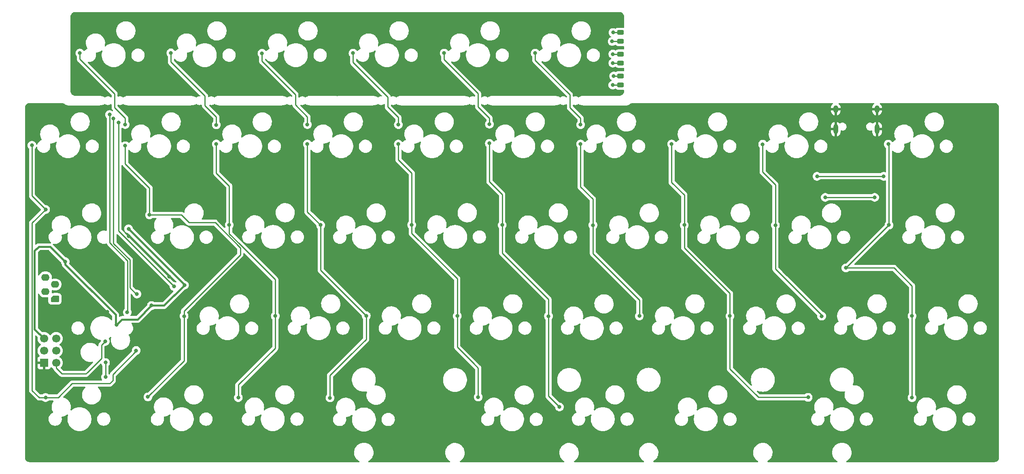
<source format=gbr>
G04 #@! TF.GenerationSoftware,KiCad,Pcbnew,(6.0.1-0)*
G04 #@! TF.CreationDate,2022-03-04T04:09:13-07:00*
G04 #@! TF.ProjectId,qazivan_m,71617a69-7661-46e5-9f6d-2e6b69636164,rev?*
G04 #@! TF.SameCoordinates,Original*
G04 #@! TF.FileFunction,Copper,L1,Top*
G04 #@! TF.FilePolarity,Positive*
%FSLAX46Y46*%
G04 Gerber Fmt 4.6, Leading zero omitted, Abs format (unit mm)*
G04 Created by KiCad (PCBNEW (6.0.1-0)) date 2022-03-04 04:09:13*
%MOMM*%
%LPD*%
G01*
G04 APERTURE LIST*
G04 Aperture macros list*
%AMRoundRect*
0 Rectangle with rounded corners*
0 $1 Rounding radius*
0 $2 $3 $4 $5 $6 $7 $8 $9 X,Y pos of 4 corners*
0 Add a 4 corners polygon primitive as box body*
4,1,4,$2,$3,$4,$5,$6,$7,$8,$9,$2,$3,0*
0 Add four circle primitives for the rounded corners*
1,1,$1+$1,$2,$3*
1,1,$1+$1,$4,$5*
1,1,$1+$1,$6,$7*
1,1,$1+$1,$8,$9*
0 Add four rect primitives between the rounded corners*
20,1,$1+$1,$2,$3,$4,$5,0*
20,1,$1+$1,$4,$5,$6,$7,0*
20,1,$1+$1,$6,$7,$8,$9,0*
20,1,$1+$1,$8,$9,$2,$3,0*%
%AMFreePoly0*
4,1,23,0.145671,0.855970,0.226777,0.801777,0.626774,0.401779,0.626777,0.401777,0.680970,0.320671,0.700000,0.225000,0.700000,-0.625000,0.680970,-0.720671,0.626777,-0.801777,0.545671,-0.855970,0.450000,-0.875000,-0.450000,-0.875000,-0.545671,-0.855970,-0.626777,-0.801777,-0.680970,-0.720671,-0.700000,-0.625000,-0.700000,0.625000,-0.680970,0.720671,-0.626777,0.801777,-0.545671,0.855970,
-0.450000,0.875000,0.050000,0.875000,0.145671,0.855970,0.145671,0.855970,$1*%
G04 Aperture macros list end*
G04 #@! TA.AperFunction,SMDPad,CuDef*
%ADD10RoundRect,0.243750X0.456250X-0.243750X0.456250X0.243750X-0.456250X0.243750X-0.456250X-0.243750X0*%
G04 #@! TD*
G04 #@! TA.AperFunction,ComponentPad*
%ADD11FreePoly0,90.000000*%
G04 #@! TD*
G04 #@! TA.AperFunction,ComponentPad*
%ADD12O,1.750000X1.400000*%
G04 #@! TD*
G04 #@! TA.AperFunction,ComponentPad*
%ADD13C,1.700000*%
G04 #@! TD*
G04 #@! TA.AperFunction,ComponentPad*
%ADD14R,1.700000X1.700000*%
G04 #@! TD*
G04 #@! TA.AperFunction,ComponentPad*
%ADD15O,1.000000X2.100000*%
G04 #@! TD*
G04 #@! TA.AperFunction,ComponentPad*
%ADD16O,1.000000X1.600000*%
G04 #@! TD*
G04 #@! TA.AperFunction,ViaPad*
%ADD17C,0.800000*%
G04 #@! TD*
G04 #@! TA.AperFunction,Conductor*
%ADD18C,0.250000*%
G04 #@! TD*
G04 #@! TA.AperFunction,Conductor*
%ADD19C,0.381000*%
G04 #@! TD*
G04 APERTURE END LIST*
D10*
X160479026Y-44110234D03*
X160479026Y-42235234D03*
X160479026Y-48706731D03*
X160479026Y-46831731D03*
X160479026Y-39591093D03*
X160479026Y-37716093D03*
D11*
X42125000Y-93470000D03*
D12*
X40125000Y-91970000D03*
X42125000Y-90470000D03*
X40125000Y-88970000D03*
D13*
X42404576Y-101785802D03*
X39864576Y-101785802D03*
X42404576Y-104325802D03*
X39864576Y-104325802D03*
X42404576Y-106865802D03*
D14*
X39864576Y-106865802D03*
D15*
X214106729Y-57955000D03*
D16*
X205466729Y-53775000D03*
D15*
X205466729Y-57955000D03*
D16*
X214106729Y-53775000D03*
D17*
X49010000Y-100670000D03*
X101170000Y-50650000D03*
X84030000Y-50140000D03*
X147850000Y-37030000D03*
X156540000Y-46070000D03*
X156940000Y-41910000D03*
X158880000Y-37710000D03*
X158840000Y-42230000D03*
X159020000Y-46830000D03*
X158830000Y-48710000D03*
X158840000Y-44110000D03*
X158700000Y-39570000D03*
X153970000Y-49950000D03*
X67030000Y-90860000D03*
X59290000Y-92470000D03*
X57270000Y-96270000D03*
X55430000Y-56550000D03*
X54370000Y-55710000D03*
X53570000Y-54890000D03*
X38760000Y-54060000D03*
X53088249Y-96218249D03*
X59410000Y-89010000D03*
X210300000Y-70760000D03*
X115620000Y-82240000D03*
X206150000Y-64090000D03*
X66050000Y-88790000D03*
X38600000Y-111000000D03*
X44060000Y-81770000D03*
X51650000Y-78010000D03*
X58640000Y-72110000D03*
X65590000Y-81040000D03*
X63787973Y-104352533D03*
X58590000Y-74660000D03*
X43020000Y-99020000D03*
X57610000Y-80390000D03*
X80900000Y-88790000D03*
X84670000Y-75120000D03*
X42160000Y-110040000D03*
X56380000Y-45880000D03*
X95660000Y-80890000D03*
X42350000Y-71990000D03*
X161580000Y-110770000D03*
X52190000Y-121240000D03*
X61230000Y-80590000D03*
X69240000Y-90600000D03*
X55020000Y-98930000D03*
X62330000Y-94880000D03*
X57530000Y-78820000D03*
X44300000Y-85690000D03*
X215510148Y-67818000D03*
X201549000Y-67825000D03*
X213614000Y-72225000D03*
X203275000Y-72225000D03*
X52720000Y-109830000D03*
X52720000Y-106806460D03*
X52670000Y-102380000D03*
X40190000Y-74760000D03*
X59130000Y-104290000D03*
X37338000Y-61328000D03*
X40190000Y-114130000D03*
X56830000Y-56990000D03*
X61590000Y-114000000D03*
X61930000Y-75890000D03*
X56840000Y-61420000D03*
X69150000Y-97090000D03*
X47350000Y-42020000D03*
X80500000Y-114150000D03*
X75890000Y-61050000D03*
X75890000Y-57050000D03*
X88230000Y-97060000D03*
X78600000Y-77980000D03*
X66390000Y-41980000D03*
X99675000Y-114200000D03*
X94950000Y-56990000D03*
X97720000Y-78030000D03*
X85450000Y-42070000D03*
X107260000Y-97000000D03*
X94940000Y-61060000D03*
X104500000Y-42030000D03*
X116770000Y-77980000D03*
X113980000Y-57000000D03*
X113970000Y-61050000D03*
X130675000Y-114025000D03*
X126300000Y-97060000D03*
X142600000Y-42030000D03*
X152090000Y-61060000D03*
X152100000Y-57010000D03*
X164380000Y-97060000D03*
X154680000Y-78040000D03*
X199700000Y-114100000D03*
X173780000Y-78030000D03*
X171140000Y-61060000D03*
X183340000Y-97080000D03*
X190190000Y-61100000D03*
X202525000Y-97085000D03*
X192840000Y-78060000D03*
X216600000Y-78030000D03*
X221430000Y-114160000D03*
X207595000Y-86995000D03*
X221430000Y-97060000D03*
X216450000Y-61090000D03*
X133020000Y-60920000D03*
X123560000Y-42040000D03*
X133020000Y-56910000D03*
X145380000Y-97090000D03*
X135700000Y-78010000D03*
X147675000Y-116100000D03*
D18*
X67030000Y-90860000D02*
X55430000Y-79260000D01*
X55430000Y-79260000D02*
X55430000Y-56550000D01*
X160472933Y-37710000D02*
X160479026Y-37716093D01*
X158880000Y-37710000D02*
X160472933Y-37710000D01*
X158845234Y-42235234D02*
X158840000Y-42230000D01*
X160479026Y-42235234D02*
X158845234Y-42235234D01*
X159020000Y-46830000D02*
X160477295Y-46830000D01*
X160475757Y-48710000D02*
X160479026Y-48706731D01*
X158830000Y-48710000D02*
X160475757Y-48710000D01*
X158840234Y-44110234D02*
X158840000Y-44110000D01*
X160479026Y-44110234D02*
X158840234Y-44110234D01*
X158700000Y-39570000D02*
X160457933Y-39570000D01*
X160457933Y-39570000D02*
X160479026Y-39591093D01*
X59290000Y-92470000D02*
X59120000Y-92470000D01*
X59120000Y-92470000D02*
X57799520Y-91149520D01*
X57799520Y-85303802D02*
X54370000Y-81874282D01*
X57799520Y-91149520D02*
X57799520Y-85303802D01*
X54370000Y-81874282D02*
X54370000Y-55710000D01*
X57350000Y-96190000D02*
X57270000Y-96270000D01*
X57350000Y-85490000D02*
X57350000Y-96190000D01*
X53610000Y-81750000D02*
X57350000Y-85490000D01*
X53604521Y-56854521D02*
X53604521Y-81744521D01*
X53604521Y-54924521D02*
X53570000Y-54890000D01*
X53604521Y-56854521D02*
X53604521Y-54924521D01*
X53604521Y-81744521D02*
X53610000Y-81750000D01*
D19*
X37885020Y-83414980D02*
X37885020Y-99806246D01*
X54840000Y-96820000D02*
X44300000Y-86280000D01*
X37885020Y-99806246D02*
X39864576Y-101785802D01*
X38740000Y-82560000D02*
X37885020Y-83414980D01*
X69240000Y-90530000D02*
X57530000Y-78820000D01*
X54840000Y-98750000D02*
X54840000Y-96820000D01*
X55020000Y-98930000D02*
X54840000Y-98750000D01*
X69240000Y-90600000D02*
X64960000Y-94880000D01*
X62330000Y-94880000D02*
X59430000Y-97780000D01*
X69240000Y-90600000D02*
X69240000Y-90530000D01*
X44300000Y-86280000D02*
X44300000Y-85690000D01*
X41170000Y-82560000D02*
X38740000Y-82560000D01*
X44300000Y-85690000D02*
X41170000Y-82560000D01*
X56170000Y-97780000D02*
X55020000Y-98930000D01*
X59430000Y-97780000D02*
X56170000Y-97780000D01*
X64960000Y-94880000D02*
X62330000Y-94880000D01*
D18*
X201556000Y-67818000D02*
X201549000Y-67825000D01*
X215510148Y-67818000D02*
X201556000Y-67818000D01*
X203275000Y-72225000D02*
X213614000Y-72225000D01*
X52720000Y-109830000D02*
X52720000Y-106806460D01*
X52670000Y-102380000D02*
X51880000Y-103170000D01*
X51880000Y-103170000D02*
X51880000Y-104220000D01*
X48920000Y-108880000D02*
X51880000Y-105920000D01*
X48920000Y-108880000D02*
X48631658Y-109168342D01*
X43608342Y-109168342D02*
X44628342Y-109168342D01*
X51880000Y-104220000D02*
X51880000Y-105920000D01*
X42404576Y-106865802D02*
X42404576Y-107964576D01*
X48631658Y-109168342D02*
X44628342Y-109168342D01*
X51880000Y-103340000D02*
X51880000Y-104220000D01*
X42404576Y-107964576D02*
X43608342Y-109168342D01*
X53590000Y-111220000D02*
X45740000Y-111220000D01*
X59130000Y-104290000D02*
X59130000Y-104444614D01*
X37370000Y-77580000D02*
X40190000Y-74760000D01*
X54260000Y-110550000D02*
X53590000Y-111220000D01*
X45740000Y-111220000D02*
X42830000Y-114130000D01*
X37338000Y-71908000D02*
X37338000Y-61328000D01*
X59130000Y-104444614D02*
X54260000Y-109314614D01*
X40190000Y-74760000D02*
X37338000Y-71908000D01*
X40190000Y-114130000D02*
X38830000Y-114130000D01*
X38830000Y-114130000D02*
X37370000Y-112670000D01*
X54260000Y-109314614D02*
X54260000Y-110550000D01*
X42830000Y-114130000D02*
X40190000Y-114130000D01*
X37370000Y-112670000D02*
X37370000Y-77580000D01*
X61590000Y-114000000D02*
X69150000Y-106440000D01*
X56840000Y-65180000D02*
X56840000Y-61420000D01*
X54610000Y-53410000D02*
X56830000Y-55630000D01*
X68590000Y-75890000D02*
X70200000Y-77500000D01*
X69150000Y-97090000D02*
X69150000Y-95990000D01*
X60820000Y-69160000D02*
X56840000Y-65180000D01*
X47350000Y-43270000D02*
X54610000Y-50530000D01*
X61930000Y-70270000D02*
X60820000Y-69160000D01*
X80924000Y-84216000D02*
X80924000Y-82774000D01*
X61930000Y-75890000D02*
X61930000Y-70270000D01*
X61930000Y-75890000D02*
X68590000Y-75890000D01*
X70200000Y-77500000D02*
X75650000Y-77500000D01*
X69150000Y-106440000D02*
X69150000Y-97090000D01*
X56830000Y-55630000D02*
X56830000Y-56990000D01*
X69150000Y-95990000D02*
X80924000Y-84216000D01*
X47350000Y-42020000D02*
X47350000Y-43270000D01*
X75650000Y-77500000D02*
X80924000Y-82774000D01*
X54610000Y-50530000D02*
X54610000Y-53410000D01*
X88230000Y-103780000D02*
X80540000Y-111470000D01*
X78600000Y-77980000D02*
X78600000Y-69830000D01*
X80500000Y-111510000D02*
X80500000Y-114150000D01*
X80540000Y-111470000D02*
X80500000Y-111510000D01*
X78600000Y-79814282D02*
X80837859Y-82052141D01*
X88230000Y-89444282D02*
X88230000Y-97060000D01*
X80837859Y-82052141D02*
X88230000Y-89444282D01*
X75890000Y-61050000D02*
X75890000Y-67120000D01*
X75890000Y-57050000D02*
X75890000Y-55360000D01*
X73510000Y-50990000D02*
X66390000Y-43870000D01*
X88230000Y-97060000D02*
X88230000Y-103780000D01*
X75890000Y-55360000D02*
X73510000Y-52980000D01*
X66390000Y-43870000D02*
X66390000Y-41980000D01*
X78600000Y-69830000D02*
X75890000Y-67120000D01*
X73510000Y-52980000D02*
X73510000Y-50990000D01*
X78600000Y-77980000D02*
X78600000Y-79814282D01*
X94940000Y-61060000D02*
X94940000Y-75250000D01*
X103925000Y-105250000D02*
X99675000Y-109500000D01*
X97720000Y-87460000D02*
X107260000Y-97000000D01*
X85450000Y-43700000D02*
X92440000Y-50690000D01*
X94940000Y-75250000D02*
X97720000Y-78030000D01*
X92440000Y-50690000D02*
X92440000Y-52870000D01*
X97720000Y-78030000D02*
X97720000Y-87460000D01*
X94950000Y-56990000D02*
X94950000Y-55380000D01*
X107260000Y-97000000D02*
X107260000Y-101915000D01*
X107260000Y-101915000D02*
X103925000Y-105250000D01*
X94950000Y-55380000D02*
X92440000Y-52870000D01*
X99675000Y-109500000D02*
X99675000Y-114200000D01*
X85450000Y-42070000D02*
X85450000Y-43700000D01*
X113980000Y-55510000D02*
X113980000Y-57000000D01*
X111770000Y-53300000D02*
X113980000Y-55510000D01*
X126300000Y-89270000D02*
X117050000Y-80020000D01*
X113970000Y-61050000D02*
X113970000Y-64340000D01*
X116770000Y-77980000D02*
X116770000Y-67140000D01*
X126300000Y-97060000D02*
X126300000Y-89270000D01*
X104500000Y-42030000D02*
X104500000Y-43950000D01*
X111770000Y-51220000D02*
X111770000Y-53300000D01*
X126300000Y-97060000D02*
X126300000Y-103575000D01*
X116770000Y-79740000D02*
X117050000Y-80020000D01*
X129700000Y-106975000D02*
X130675000Y-107950000D01*
X116770000Y-77980000D02*
X116770000Y-79740000D01*
X126300000Y-103575000D02*
X129700000Y-106975000D01*
X104500000Y-43950000D02*
X111770000Y-51220000D01*
X130675000Y-107950000D02*
X130675000Y-114025000D01*
X116770000Y-67140000D02*
X113970000Y-64340000D01*
X154680000Y-84000000D02*
X164330000Y-93650000D01*
X152100000Y-57010000D02*
X152100000Y-55640000D01*
X149860000Y-50750000D02*
X149860000Y-53400000D01*
X154680000Y-78040000D02*
X154680000Y-84000000D01*
X154680000Y-78040000D02*
X154680000Y-72600000D01*
X142600000Y-43490000D02*
X149860000Y-50750000D01*
X154680000Y-72600000D02*
X152090000Y-70010000D01*
X164330000Y-93650000D02*
X164380000Y-93700000D01*
X142600000Y-42030000D02*
X142600000Y-43490000D01*
X152100000Y-55640000D02*
X149860000Y-53400000D01*
X164380000Y-93700000D02*
X164380000Y-97060000D01*
X152090000Y-61060000D02*
X152090000Y-70010000D01*
X173780000Y-78030000D02*
X173780000Y-71720000D01*
X171140000Y-61060000D02*
X171140000Y-69080000D01*
X173780000Y-82780000D02*
X173780000Y-78030000D01*
X199700000Y-114100000D02*
X189325000Y-114100000D01*
X189325000Y-114100000D02*
X183340000Y-108115000D01*
X173780000Y-71720000D02*
X171140000Y-69080000D01*
X183340000Y-108115000D02*
X183340000Y-97080000D01*
X183340000Y-92340000D02*
X173780000Y-82780000D01*
X183340000Y-97080000D02*
X183340000Y-92340000D01*
X202525000Y-96900000D02*
X202525000Y-97085000D01*
X190190000Y-61100000D02*
X190190000Y-66940000D01*
X194722500Y-89097500D02*
X202525000Y-96900000D01*
X192840000Y-78060000D02*
X192840000Y-69590000D01*
X192840000Y-69590000D02*
X190190000Y-66940000D01*
X194722500Y-89097500D02*
X192840000Y-87215000D01*
X192840000Y-87215000D02*
X192840000Y-78060000D01*
X221430000Y-90740000D02*
X221430000Y-97060000D01*
X217685000Y-86995000D02*
X221430000Y-90740000D01*
X207635000Y-86995000D02*
X207595000Y-86995000D01*
X221430000Y-97060000D02*
X221430000Y-114160000D01*
X216600000Y-61240000D02*
X216450000Y-61090000D01*
X207595000Y-86995000D02*
X217685000Y-86995000D01*
X216600000Y-78030000D02*
X207635000Y-86995000D01*
X216600000Y-78030000D02*
X216600000Y-61240000D01*
X133020000Y-56910000D02*
X133020000Y-55600000D01*
X130650000Y-53230000D02*
X130650000Y-50490000D01*
X135700000Y-78010000D02*
X135700000Y-83880000D01*
X135700000Y-83880000D02*
X144680000Y-92860000D01*
X135700000Y-78010000D02*
X135700000Y-71620000D01*
X133020000Y-55600000D02*
X130650000Y-53230000D01*
X145380000Y-97090000D02*
X145380000Y-113805000D01*
X145380000Y-113805000D02*
X147675000Y-116100000D01*
X130650000Y-50490000D02*
X123560000Y-43400000D01*
X135700000Y-71620000D02*
X133020000Y-68940000D01*
X133020000Y-60920000D02*
X133020000Y-68940000D01*
X123560000Y-43400000D02*
X123560000Y-42040000D01*
X145380000Y-93560000D02*
X145380000Y-97090000D01*
X144680000Y-92860000D02*
X145380000Y-93560000D01*
G04 #@! TA.AperFunction,Conductor*
G36*
X43538431Y-52474500D02*
G01*
X43539871Y-52474724D01*
X43553233Y-52476805D01*
X43553236Y-52476805D01*
X43562105Y-52478186D01*
X43577187Y-52476214D01*
X43602615Y-52475479D01*
X43702167Y-52482686D01*
X43720173Y-52485307D01*
X43842270Y-52512203D01*
X43859711Y-52517391D01*
X43976655Y-52561591D01*
X43993164Y-52569235D01*
X44070766Y-52612227D01*
X44102531Y-52629825D01*
X44117768Y-52639769D01*
X44188679Y-52693728D01*
X44204981Y-52709535D01*
X44205343Y-52709191D01*
X44208694Y-52712726D01*
X44211763Y-52716510D01*
X44216210Y-52720529D01*
X44216387Y-52720742D01*
X44216616Y-52720897D01*
X44221066Y-52724918D01*
X44247535Y-52742279D01*
X44254721Y-52747360D01*
X44271143Y-52759856D01*
X44338898Y-52811412D01*
X44342883Y-52813620D01*
X44342885Y-52813621D01*
X44374280Y-52831014D01*
X44466579Y-52882148D01*
X44470839Y-52883758D01*
X44470843Y-52883760D01*
X44598854Y-52932144D01*
X44598857Y-52932145D01*
X44603117Y-52933755D01*
X44607567Y-52934735D01*
X44607566Y-52934735D01*
X44741220Y-52964177D01*
X44741222Y-52964177D01*
X44745665Y-52965156D01*
X44750202Y-52965484D01*
X44750206Y-52965485D01*
X44838516Y-52971878D01*
X44850323Y-52973295D01*
X44873918Y-52977265D01*
X44873924Y-52977265D01*
X44878711Y-52978071D01*
X44884950Y-52978147D01*
X44886391Y-52978165D01*
X44886395Y-52978165D01*
X44891250Y-52978224D01*
X44918838Y-52974273D01*
X44936701Y-52973000D01*
X51363043Y-52973000D01*
X51383947Y-52974746D01*
X51403711Y-52978071D01*
X51410039Y-52978148D01*
X51411391Y-52978165D01*
X51411395Y-52978165D01*
X51416250Y-52978224D01*
X51431066Y-52976102D01*
X51437304Y-52975367D01*
X51596460Y-52960619D01*
X51596463Y-52960618D01*
X51602263Y-52960081D01*
X51607864Y-52958487D01*
X51607866Y-52958487D01*
X51759282Y-52915405D01*
X51781941Y-52908958D01*
X51791437Y-52904230D01*
X51808055Y-52895955D01*
X51877387Y-52883436D01*
X51922714Y-52888200D01*
X52017286Y-52888200D01*
X52132133Y-52876129D01*
X52152047Y-52874036D01*
X52152048Y-52874036D01*
X52158611Y-52873346D01*
X52164889Y-52871306D01*
X52164890Y-52871306D01*
X52300157Y-52827355D01*
X52338979Y-52814741D01*
X52346599Y-52810342D01*
X52423285Y-52766067D01*
X52503221Y-52719916D01*
X52520692Y-52704185D01*
X52584698Y-52673469D01*
X52655151Y-52682234D01*
X52689307Y-52704184D01*
X52706779Y-52719916D01*
X52786715Y-52766067D01*
X52863402Y-52810342D01*
X52871021Y-52814741D01*
X52909843Y-52827355D01*
X53045110Y-52871306D01*
X53045111Y-52871306D01*
X53051389Y-52873346D01*
X53057952Y-52874036D01*
X53057953Y-52874036D01*
X53077867Y-52876129D01*
X53192714Y-52888200D01*
X53287286Y-52888200D01*
X53402133Y-52876129D01*
X53422047Y-52874036D01*
X53422048Y-52874036D01*
X53428611Y-52873346D01*
X53434889Y-52871306D01*
X53434890Y-52871306D01*
X53570157Y-52827355D01*
X53608979Y-52814741D01*
X53614745Y-52811412D01*
X53767499Y-52723220D01*
X53767503Y-52723217D01*
X53773221Y-52719916D01*
X53776979Y-52716532D01*
X53843303Y-52692866D01*
X53912455Y-52708944D01*
X53961937Y-52759856D01*
X53976500Y-52818660D01*
X53976500Y-53331233D01*
X53975973Y-53342416D01*
X53974298Y-53349909D01*
X53974547Y-53357835D01*
X53974547Y-53357836D01*
X53976438Y-53417986D01*
X53976500Y-53421945D01*
X53976500Y-53449856D01*
X53976997Y-53453790D01*
X53976997Y-53453791D01*
X53977005Y-53453856D01*
X53977938Y-53465693D01*
X53979327Y-53509889D01*
X53984839Y-53528861D01*
X53984978Y-53529339D01*
X53988987Y-53548700D01*
X53991526Y-53568797D01*
X53994445Y-53576168D01*
X53994445Y-53576170D01*
X54007804Y-53609912D01*
X54011649Y-53621142D01*
X54017911Y-53642697D01*
X54023982Y-53663593D01*
X54028015Y-53670412D01*
X54028017Y-53670417D01*
X54034293Y-53681028D01*
X54042988Y-53698776D01*
X54050448Y-53717617D01*
X54055110Y-53724033D01*
X54055110Y-53724034D01*
X54076436Y-53753387D01*
X54082952Y-53763307D01*
X54084130Y-53765298D01*
X54105458Y-53801362D01*
X54119779Y-53815683D01*
X54132619Y-53830716D01*
X54144528Y-53847107D01*
X54150634Y-53852158D01*
X54178605Y-53875298D01*
X54187384Y-53883288D01*
X54270503Y-53966407D01*
X54304529Y-54028719D01*
X54299464Y-54099534D01*
X54256917Y-54156370D01*
X54190397Y-54181181D01*
X54121023Y-54166090D01*
X54107347Y-54157438D01*
X54032094Y-54102763D01*
X54032093Y-54102762D01*
X54026752Y-54098882D01*
X54020724Y-54096198D01*
X54020722Y-54096197D01*
X53858319Y-54023891D01*
X53858318Y-54023891D01*
X53852288Y-54021206D01*
X53758887Y-54001353D01*
X53671944Y-53982872D01*
X53671939Y-53982872D01*
X53665487Y-53981500D01*
X53474513Y-53981500D01*
X53468061Y-53982872D01*
X53468056Y-53982872D01*
X53381112Y-54001353D01*
X53287712Y-54021206D01*
X53281682Y-54023891D01*
X53281681Y-54023891D01*
X53119278Y-54096197D01*
X53119276Y-54096198D01*
X53113248Y-54098882D01*
X52958747Y-54211134D01*
X52954326Y-54216044D01*
X52954325Y-54216045D01*
X52898867Y-54277638D01*
X52830960Y-54353056D01*
X52735473Y-54518444D01*
X52676458Y-54700072D01*
X52675768Y-54706633D01*
X52675768Y-54706635D01*
X52667644Y-54783933D01*
X52656496Y-54890000D01*
X52657186Y-54896565D01*
X52675719Y-55072893D01*
X52676458Y-55079928D01*
X52735473Y-55261556D01*
X52738776Y-55267278D01*
X52738777Y-55267279D01*
X52769299Y-55320144D01*
X52830960Y-55426944D01*
X52835378Y-55431851D01*
X52835379Y-55431852D01*
X52938657Y-55546554D01*
X52969375Y-55610561D01*
X52971021Y-55630864D01*
X52971021Y-79146969D01*
X52951019Y-79215090D01*
X52897363Y-79261583D01*
X52827089Y-79271687D01*
X52802030Y-79265408D01*
X52738990Y-79242526D01*
X52716711Y-79234439D01*
X52711462Y-79233490D01*
X52711459Y-79233489D01*
X52611053Y-79215333D01*
X52485670Y-79192660D01*
X52481531Y-79192465D01*
X52481524Y-79192464D01*
X52462560Y-79191570D01*
X52462551Y-79191570D01*
X52461071Y-79191500D01*
X52296050Y-79191500D01*
X52214701Y-79198403D01*
X52126363Y-79205898D01*
X52126359Y-79205899D01*
X52121052Y-79206349D01*
X52115897Y-79207687D01*
X52115891Y-79207688D01*
X51940202Y-79253288D01*
X51893794Y-79265333D01*
X51888928Y-79267525D01*
X51888925Y-79267526D01*
X51684583Y-79359576D01*
X51684580Y-79359577D01*
X51679722Y-79361766D01*
X51484959Y-79492888D01*
X51481102Y-79496567D01*
X51481100Y-79496569D01*
X51422618Y-79552358D01*
X51315073Y-79654951D01*
X51311891Y-79659228D01*
X51311890Y-79659229D01*
X51293290Y-79684229D01*
X51174922Y-79843321D01*
X51172506Y-79848072D01*
X51172504Y-79848076D01*
X51091344Y-80007707D01*
X51068513Y-80052612D01*
X50998889Y-80276840D01*
X50998188Y-80282129D01*
X50971353Y-80484593D01*
X50968039Y-80509593D01*
X50976848Y-80744216D01*
X50992302Y-80817871D01*
X51018720Y-80943774D01*
X51025062Y-80974001D01*
X51111302Y-81192377D01*
X51114071Y-81196940D01*
X51219689Y-81370992D01*
X51233104Y-81393100D01*
X51386985Y-81570432D01*
X51391117Y-81573820D01*
X51564416Y-81715917D01*
X51564422Y-81715921D01*
X51568544Y-81719301D01*
X51573180Y-81721940D01*
X51573183Y-81721942D01*
X51689642Y-81788234D01*
X51772590Y-81835451D01*
X51993289Y-81915561D01*
X51998538Y-81916510D01*
X51998541Y-81916511D01*
X52079615Y-81931171D01*
X52224330Y-81957340D01*
X52228469Y-81957535D01*
X52228476Y-81957536D01*
X52247440Y-81958430D01*
X52247449Y-81958430D01*
X52248929Y-81958500D01*
X52413950Y-81958500D01*
X52495299Y-81951597D01*
X52583637Y-81944102D01*
X52583641Y-81944101D01*
X52588948Y-81943651D01*
X52594103Y-81942313D01*
X52594109Y-81942312D01*
X52811035Y-81886009D01*
X52811034Y-81886009D01*
X52816206Y-81884667D01*
X52821074Y-81882474D01*
X52821080Y-81882472D01*
X52833673Y-81876799D01*
X52903998Y-81867056D01*
X52968426Y-81896881D01*
X53006421Y-81956525D01*
X53018503Y-81998114D01*
X53022536Y-82004933D01*
X53022538Y-82004938D01*
X53028814Y-82015549D01*
X53037509Y-82033297D01*
X53044969Y-82052138D01*
X53049631Y-82058554D01*
X53049631Y-82058555D01*
X53070957Y-82087908D01*
X53077473Y-82097828D01*
X53099979Y-82135883D01*
X53114300Y-82150204D01*
X53127140Y-82165237D01*
X53139049Y-82181628D01*
X53159134Y-82198244D01*
X53173126Y-82209819D01*
X53181905Y-82217809D01*
X56679595Y-85715500D01*
X56713621Y-85777812D01*
X56716500Y-85804595D01*
X56716500Y-95484974D01*
X56696498Y-95553095D01*
X56668712Y-95582515D01*
X56668998Y-95582833D01*
X56665077Y-95586364D01*
X56664561Y-95586910D01*
X56658747Y-95591134D01*
X56654326Y-95596044D01*
X56654325Y-95596045D01*
X56584312Y-95673803D01*
X56530960Y-95733056D01*
X56482407Y-95817152D01*
X56455496Y-95863764D01*
X56435473Y-95898444D01*
X56376458Y-96080072D01*
X56375768Y-96086633D01*
X56375768Y-96086635D01*
X56360020Y-96236473D01*
X56356496Y-96270000D01*
X56357186Y-96276565D01*
X56373706Y-96433741D01*
X56376458Y-96459928D01*
X56435473Y-96641556D01*
X56438776Y-96647278D01*
X56438777Y-96647279D01*
X56468931Y-96699507D01*
X56530960Y-96806944D01*
X56535378Y-96811851D01*
X56535379Y-96811852D01*
X56588357Y-96870690D01*
X56619075Y-96934697D01*
X56610310Y-97005151D01*
X56564847Y-97059682D01*
X56494721Y-97081000D01*
X56198600Y-97081000D01*
X56190029Y-97080708D01*
X56133149Y-97076830D01*
X56071065Y-97087666D01*
X56064586Y-97088622D01*
X56002040Y-97096191D01*
X55994938Y-97098875D01*
X55991456Y-97099730D01*
X55977421Y-97103570D01*
X55973973Y-97104611D01*
X55966483Y-97105918D01*
X55959522Y-97108974D01*
X55959521Y-97108974D01*
X55908805Y-97131237D01*
X55902697Y-97133730D01*
X55899490Y-97134942D01*
X55843778Y-97155994D01*
X55837512Y-97160300D01*
X55834357Y-97161950D01*
X55821565Y-97169069D01*
X55818521Y-97170869D01*
X55811567Y-97173922D01*
X55805539Y-97178547D01*
X55805538Y-97178548D01*
X55761604Y-97212260D01*
X55756279Y-97216130D01*
X55736366Y-97229816D01*
X55668898Y-97251915D01*
X55600191Y-97234030D01*
X55552061Y-97181838D01*
X55539000Y-97125975D01*
X55539000Y-96848599D01*
X55539292Y-96840029D01*
X55542654Y-96790723D01*
X55542654Y-96790719D01*
X55543170Y-96783148D01*
X55541865Y-96775672D01*
X55541865Y-96775668D01*
X55532337Y-96721076D01*
X55531374Y-96714551D01*
X55524722Y-96659582D01*
X55524721Y-96659580D01*
X55523809Y-96652040D01*
X55521125Y-96644938D01*
X55520281Y-96641500D01*
X55516417Y-96627377D01*
X55515387Y-96623965D01*
X55514081Y-96616483D01*
X55511029Y-96609530D01*
X55511027Y-96609524D01*
X55488763Y-96558806D01*
X55486270Y-96552698D01*
X55484788Y-96548774D01*
X55476895Y-96527888D01*
X55466692Y-96500885D01*
X55466690Y-96500882D01*
X55464006Y-96493778D01*
X55459702Y-96487516D01*
X55458039Y-96484335D01*
X55450940Y-96471582D01*
X55449132Y-96468525D01*
X55446078Y-96461567D01*
X55440199Y-96453905D01*
X55407740Y-96411604D01*
X55403862Y-96406267D01*
X55372481Y-96360607D01*
X55372479Y-96360605D01*
X55368179Y-96354348D01*
X55336413Y-96326045D01*
X55322312Y-96313482D01*
X55317036Y-96308501D01*
X45173323Y-86164788D01*
X45139297Y-86102476D01*
X45142585Y-86036757D01*
X45191502Y-85886206D01*
X45193542Y-85879928D01*
X45213504Y-85690000D01*
X45193542Y-85500072D01*
X45134527Y-85318444D01*
X45039040Y-85153056D01*
X44994775Y-85103894D01*
X44915675Y-85016045D01*
X44915674Y-85016044D01*
X44911253Y-85011134D01*
X44812157Y-84939136D01*
X44762094Y-84902763D01*
X44762093Y-84902762D01*
X44756752Y-84898882D01*
X44750724Y-84896198D01*
X44750722Y-84896197D01*
X44588319Y-84823891D01*
X44588318Y-84823891D01*
X44582288Y-84821206D01*
X44412370Y-84785089D01*
X44349473Y-84750937D01*
X41728374Y-82129839D01*
X41694348Y-82067527D01*
X41699413Y-81996712D01*
X41741960Y-81939876D01*
X41808480Y-81915065D01*
X41839890Y-81916755D01*
X41921991Y-81931601D01*
X42064330Y-81957340D01*
X42068469Y-81957535D01*
X42068476Y-81957536D01*
X42087440Y-81958430D01*
X42087449Y-81958430D01*
X42088929Y-81958500D01*
X42253950Y-81958500D01*
X42335299Y-81951597D01*
X42423637Y-81944102D01*
X42423641Y-81944101D01*
X42428948Y-81943651D01*
X42434103Y-81942313D01*
X42434109Y-81942312D01*
X42651035Y-81886009D01*
X42651034Y-81886009D01*
X42656206Y-81884667D01*
X42661072Y-81882475D01*
X42661075Y-81882474D01*
X42865417Y-81790424D01*
X42865420Y-81790423D01*
X42870278Y-81788234D01*
X43065041Y-81657112D01*
X43095107Y-81628431D01*
X43204767Y-81523820D01*
X43234927Y-81495049D01*
X43253528Y-81470049D01*
X43347980Y-81343100D01*
X43375078Y-81306679D01*
X43390207Y-81276924D01*
X43479069Y-81102144D01*
X43479069Y-81102143D01*
X43481487Y-81097388D01*
X43551111Y-80873160D01*
X43568202Y-80744216D01*
X43581261Y-80645690D01*
X43581261Y-80645687D01*
X43581961Y-80640407D01*
X43573152Y-80405784D01*
X43550273Y-80296745D01*
X43527373Y-80187602D01*
X43532960Y-80116826D01*
X43575925Y-80060305D01*
X43641898Y-80036035D01*
X43676811Y-80033594D01*
X43740828Y-80029118D01*
X43740834Y-80029117D01*
X43745212Y-80028811D01*
X44019970Y-79970409D01*
X44024099Y-79968906D01*
X44024103Y-79968905D01*
X44279781Y-79875846D01*
X44279785Y-79875844D01*
X44283926Y-79874337D01*
X44531942Y-79742464D01*
X44540205Y-79736461D01*
X44692623Y-79625723D01*
X44716327Y-79608501D01*
X44783195Y-79584642D01*
X44852347Y-79600723D01*
X44901827Y-79651637D01*
X44915926Y-79721220D01*
X44907540Y-79756820D01*
X44890370Y-79800187D01*
X44812064Y-80105170D01*
X44772600Y-80417562D01*
X44772600Y-80732438D01*
X44812064Y-81044830D01*
X44890370Y-81349813D01*
X44891823Y-81353482D01*
X44891823Y-81353483D01*
X44897610Y-81368100D01*
X45006284Y-81642577D01*
X45008186Y-81646036D01*
X45008187Y-81646039D01*
X45155348Y-81913723D01*
X45157976Y-81918504D01*
X45205198Y-81983500D01*
X45326316Y-82150204D01*
X45343055Y-82173244D01*
X45558602Y-82402778D01*
X45801218Y-82603487D01*
X45955241Y-82701233D01*
X46024336Y-82745082D01*
X46067076Y-82772206D01*
X46070655Y-82773890D01*
X46070662Y-82773894D01*
X46348394Y-82904584D01*
X46348398Y-82904586D01*
X46351984Y-82906273D01*
X46651448Y-83003575D01*
X46960746Y-83062577D01*
X47054300Y-83068463D01*
X47194358Y-83077275D01*
X47194374Y-83077276D01*
X47196353Y-83077400D01*
X47353647Y-83077400D01*
X47355626Y-83077276D01*
X47355642Y-83077275D01*
X47495700Y-83068463D01*
X47589254Y-83062577D01*
X47898552Y-83003575D01*
X48198016Y-82906273D01*
X48201602Y-82904586D01*
X48201606Y-82904584D01*
X48479338Y-82773894D01*
X48479345Y-82773890D01*
X48482924Y-82772206D01*
X48525665Y-82745082D01*
X48594759Y-82701233D01*
X48748782Y-82603487D01*
X48991398Y-82402778D01*
X49206945Y-82173244D01*
X49223685Y-82150204D01*
X49344802Y-81983500D01*
X49392024Y-81918504D01*
X49394653Y-81913723D01*
X49541813Y-81646039D01*
X49541814Y-81646036D01*
X49543716Y-81642577D01*
X49652390Y-81368100D01*
X49658177Y-81353483D01*
X49658177Y-81353482D01*
X49659630Y-81349813D01*
X49737936Y-81044830D01*
X49777400Y-80732438D01*
X49777400Y-80417562D01*
X49737936Y-80105170D01*
X49659630Y-79800187D01*
X49654196Y-79786461D01*
X49604614Y-79661233D01*
X49543716Y-79507423D01*
X49537749Y-79496569D01*
X49393933Y-79234968D01*
X49393931Y-79234965D01*
X49392024Y-79231496D01*
X49223012Y-78998870D01*
X49209273Y-78979960D01*
X49209272Y-78979958D01*
X49206945Y-78976756D01*
X48991398Y-78747222D01*
X48748782Y-78546513D01*
X48526189Y-78405251D01*
X48486271Y-78379918D01*
X48486270Y-78379918D01*
X48482924Y-78377794D01*
X48479345Y-78376110D01*
X48479338Y-78376106D01*
X48201606Y-78245416D01*
X48201602Y-78245414D01*
X48198016Y-78243727D01*
X47898552Y-78146425D01*
X47589254Y-78087423D01*
X47495700Y-78081537D01*
X47355642Y-78072725D01*
X47355626Y-78072724D01*
X47353647Y-78072600D01*
X47196353Y-78072600D01*
X47194374Y-78072724D01*
X47194358Y-78072725D01*
X47054300Y-78081537D01*
X46960746Y-78087423D01*
X46651448Y-78146425D01*
X46351984Y-78243727D01*
X46348398Y-78245414D01*
X46348394Y-78245416D01*
X46070662Y-78376106D01*
X46070655Y-78376110D01*
X46067076Y-78377794D01*
X46063730Y-78379918D01*
X46063729Y-78379918D01*
X46023811Y-78405251D01*
X45801218Y-78546513D01*
X45622449Y-78694403D01*
X45600413Y-78712633D01*
X45535176Y-78740643D01*
X45465151Y-78728936D01*
X45412571Y-78681229D01*
X45394131Y-78612669D01*
X45397841Y-78585066D01*
X45446753Y-78388893D01*
X45446754Y-78388888D01*
X45447817Y-78384624D01*
X45448713Y-78376106D01*
X45476719Y-78109636D01*
X45476719Y-78109633D01*
X45477178Y-78105267D01*
X45476915Y-78097725D01*
X45467529Y-77828939D01*
X45467528Y-77828933D01*
X45467375Y-77824542D01*
X45464018Y-77805499D01*
X45430379Y-77614729D01*
X45418598Y-77547913D01*
X45331797Y-77280765D01*
X45328750Y-77274516D01*
X45256986Y-77127381D01*
X45208660Y-77028298D01*
X45206205Y-77024659D01*
X45206202Y-77024653D01*
X45117618Y-76893322D01*
X45051585Y-76795424D01*
X44863629Y-76586678D01*
X44648450Y-76406121D01*
X44410236Y-76257269D01*
X44220366Y-76172733D01*
X44157639Y-76144805D01*
X44157637Y-76144804D01*
X44153625Y-76143018D01*
X43955497Y-76086206D01*
X43887837Y-76066805D01*
X43887836Y-76066805D01*
X43883610Y-76065593D01*
X43879260Y-76064982D01*
X43879257Y-76064981D01*
X43776310Y-76050513D01*
X43605448Y-76026500D01*
X43394854Y-76026500D01*
X43392668Y-76026653D01*
X43392664Y-76026653D01*
X43189173Y-76040882D01*
X43189168Y-76040883D01*
X43184788Y-76041189D01*
X42910030Y-76099591D01*
X42905901Y-76101094D01*
X42905897Y-76101095D01*
X42650219Y-76194154D01*
X42650215Y-76194156D01*
X42646074Y-76195663D01*
X42398058Y-76327536D01*
X42394499Y-76330122D01*
X42394497Y-76330123D01*
X42187731Y-76480347D01*
X42170808Y-76492642D01*
X42167644Y-76495698D01*
X42167641Y-76495700D01*
X42125207Y-76536678D01*
X41968748Y-76687769D01*
X41795812Y-76909118D01*
X41793616Y-76912922D01*
X41793611Y-76912929D01*
X41681876Y-77106461D01*
X41655364Y-77152381D01*
X41550138Y-77412824D01*
X41549073Y-77417097D01*
X41549072Y-77417099D01*
X41484838Y-77674729D01*
X41482183Y-77685376D01*
X41481724Y-77689744D01*
X41481723Y-77689749D01*
X41453698Y-77956398D01*
X41452822Y-77964733D01*
X41452975Y-77969121D01*
X41452975Y-77969127D01*
X41462302Y-78236206D01*
X41462625Y-78245458D01*
X41463387Y-78249781D01*
X41463388Y-78249788D01*
X41486623Y-78381556D01*
X41511402Y-78522087D01*
X41598203Y-78789235D01*
X41600131Y-78793188D01*
X41600133Y-78793193D01*
X41648627Y-78892619D01*
X41721340Y-79041702D01*
X41740661Y-79070347D01*
X41756334Y-79093583D01*
X41777844Y-79161243D01*
X41759360Y-79229791D01*
X41703627Y-79278923D01*
X41674170Y-79292192D01*
X41524583Y-79359576D01*
X41524580Y-79359577D01*
X41519722Y-79361766D01*
X41324959Y-79492888D01*
X41321102Y-79496567D01*
X41321100Y-79496569D01*
X41262618Y-79552358D01*
X41155073Y-79654951D01*
X41151891Y-79659228D01*
X41151890Y-79659229D01*
X41133290Y-79684229D01*
X41014922Y-79843321D01*
X41012506Y-79848072D01*
X41012504Y-79848076D01*
X40931344Y-80007707D01*
X40908513Y-80052612D01*
X40838889Y-80276840D01*
X40838188Y-80282129D01*
X40811353Y-80484593D01*
X40808039Y-80509593D01*
X40816848Y-80744216D01*
X40832302Y-80817871D01*
X40858720Y-80943774D01*
X40865062Y-80974001D01*
X40951302Y-81192377D01*
X40954071Y-81196940D01*
X41059689Y-81370992D01*
X41073104Y-81393100D01*
X41226985Y-81570432D01*
X41231117Y-81573820D01*
X41306019Y-81635236D01*
X41346014Y-81693896D01*
X41347945Y-81764866D01*
X41311201Y-81825614D01*
X41247446Y-81856853D01*
X41219991Y-81858326D01*
X41214213Y-81857255D01*
X41206633Y-81857692D01*
X41206632Y-81857692D01*
X41152888Y-81860791D01*
X41145635Y-81861000D01*
X38768589Y-81861000D01*
X38760019Y-81860708D01*
X38710724Y-81857347D01*
X38710720Y-81857347D01*
X38703148Y-81856831D01*
X38695671Y-81858136D01*
X38695670Y-81858136D01*
X38679209Y-81861009D01*
X38641085Y-81867663D01*
X38634568Y-81868624D01*
X38620461Y-81870331D01*
X38579582Y-81875278D01*
X38579579Y-81875279D01*
X38572040Y-81876191D01*
X38564931Y-81878877D01*
X38561488Y-81879723D01*
X38547363Y-81883586D01*
X38543958Y-81884614D01*
X38536482Y-81885919D01*
X38478810Y-81911235D01*
X38472715Y-81913723D01*
X38420880Y-81933310D01*
X38420878Y-81933311D01*
X38413778Y-81935994D01*
X38407526Y-81940291D01*
X38404383Y-81941934D01*
X38391635Y-81949029D01*
X38388523Y-81950870D01*
X38381567Y-81953923D01*
X38333888Y-81990508D01*
X38331602Y-81992262D01*
X38326275Y-81996133D01*
X38274348Y-82031821D01*
X38269296Y-82037491D01*
X38269295Y-82037492D01*
X38233490Y-82077679D01*
X38228509Y-82082955D01*
X38218595Y-82092869D01*
X38156283Y-82126895D01*
X38085468Y-82121830D01*
X38028632Y-82079283D01*
X38003821Y-82012763D01*
X38003500Y-82003774D01*
X38003500Y-77894594D01*
X38023502Y-77826473D01*
X38040405Y-77805499D01*
X40140499Y-75705405D01*
X40202811Y-75671379D01*
X40229594Y-75668500D01*
X40285487Y-75668500D01*
X40291939Y-75667128D01*
X40291944Y-75667128D01*
X40386763Y-75646973D01*
X40472288Y-75628794D01*
X40541022Y-75598192D01*
X40640722Y-75553803D01*
X40640724Y-75553802D01*
X40646752Y-75551118D01*
X40696097Y-75515267D01*
X40712164Y-75503593D01*
X40801253Y-75438866D01*
X40813360Y-75425420D01*
X40813979Y-75424733D01*
X47802822Y-75424733D01*
X47802975Y-75429121D01*
X47802975Y-75429127D01*
X47812437Y-75700072D01*
X47812625Y-75705458D01*
X47813387Y-75709781D01*
X47813388Y-75709788D01*
X47837164Y-75844624D01*
X47861402Y-75982087D01*
X47948203Y-76249235D01*
X47950131Y-76253188D01*
X47950133Y-76253193D01*
X47998627Y-76352619D01*
X48071340Y-76501702D01*
X48073795Y-76505341D01*
X48073798Y-76505347D01*
X48126753Y-76583856D01*
X48228415Y-76734576D01*
X48231360Y-76737847D01*
X48231361Y-76737848D01*
X48286490Y-76799075D01*
X48416371Y-76943322D01*
X48419733Y-76946143D01*
X48419734Y-76946144D01*
X48430577Y-76955242D01*
X48631550Y-77123879D01*
X48869764Y-77272731D01*
X49033423Y-77345597D01*
X49119096Y-77383741D01*
X49126375Y-77386982D01*
X49130603Y-77388194D01*
X49130602Y-77388194D01*
X49350991Y-77451389D01*
X49396390Y-77464407D01*
X49400740Y-77465018D01*
X49400743Y-77465019D01*
X49496667Y-77478500D01*
X49674552Y-77503500D01*
X49885146Y-77503500D01*
X49887332Y-77503347D01*
X49887336Y-77503347D01*
X50090827Y-77489118D01*
X50090832Y-77489117D01*
X50095212Y-77488811D01*
X50369970Y-77430409D01*
X50374099Y-77428906D01*
X50374103Y-77428905D01*
X50629781Y-77335846D01*
X50629785Y-77335844D01*
X50633926Y-77334337D01*
X50881942Y-77202464D01*
X50885503Y-77199877D01*
X51105629Y-77039947D01*
X51105632Y-77039944D01*
X51109192Y-77037358D01*
X51114482Y-77032250D01*
X51244901Y-76906305D01*
X51311252Y-76842231D01*
X51468286Y-76641236D01*
X51481481Y-76624347D01*
X51481482Y-76624346D01*
X51484188Y-76620882D01*
X51486384Y-76617078D01*
X51486389Y-76617071D01*
X51622435Y-76381431D01*
X51624636Y-76377619D01*
X51729862Y-76117176D01*
X51730928Y-76112901D01*
X51796753Y-75848893D01*
X51796754Y-75848888D01*
X51797817Y-75844624D01*
X51800905Y-75815251D01*
X51826719Y-75569636D01*
X51826719Y-75569633D01*
X51827178Y-75565267D01*
X51826684Y-75551118D01*
X51817529Y-75288939D01*
X51817528Y-75288933D01*
X51817375Y-75284542D01*
X51816569Y-75279967D01*
X51769360Y-75012236D01*
X51768598Y-75007913D01*
X51681797Y-74740765D01*
X51667674Y-74711807D01*
X51594793Y-74562381D01*
X51558660Y-74488298D01*
X51556205Y-74484659D01*
X51556202Y-74484653D01*
X51463980Y-74347929D01*
X51401585Y-74255424D01*
X51368022Y-74218148D01*
X51216566Y-74049940D01*
X51213629Y-74046678D01*
X50998450Y-73866121D01*
X50760236Y-73717269D01*
X50570366Y-73632733D01*
X50507639Y-73604805D01*
X50507637Y-73604804D01*
X50503625Y-73603018D01*
X50233610Y-73525593D01*
X50229260Y-73524982D01*
X50229257Y-73524981D01*
X50126310Y-73510513D01*
X49955448Y-73486500D01*
X49744854Y-73486500D01*
X49742668Y-73486653D01*
X49742664Y-73486653D01*
X49539173Y-73500882D01*
X49539168Y-73500883D01*
X49534788Y-73501189D01*
X49260030Y-73559591D01*
X49255901Y-73561094D01*
X49255897Y-73561095D01*
X49000219Y-73654154D01*
X49000215Y-73654156D01*
X48996074Y-73655663D01*
X48748058Y-73787536D01*
X48744499Y-73790122D01*
X48744497Y-73790123D01*
X48551009Y-73930700D01*
X48520808Y-73952642D01*
X48517644Y-73955698D01*
X48517641Y-73955700D01*
X48475207Y-73996678D01*
X48318748Y-74147769D01*
X48145812Y-74369118D01*
X48143616Y-74372922D01*
X48143611Y-74372929D01*
X48033416Y-74563794D01*
X48005364Y-74612381D01*
X47900138Y-74872824D01*
X47899073Y-74877097D01*
X47899072Y-74877099D01*
X47834202Y-75137279D01*
X47832183Y-75145376D01*
X47831724Y-75149744D01*
X47831723Y-75149749D01*
X47803281Y-75420364D01*
X47802822Y-75424733D01*
X40813979Y-75424733D01*
X40924621Y-75301852D01*
X40924622Y-75301851D01*
X40929040Y-75296944D01*
X40996524Y-75180058D01*
X41021223Y-75137279D01*
X41021224Y-75137278D01*
X41024527Y-75131556D01*
X41083542Y-74949928D01*
X41085069Y-74935405D01*
X41102814Y-74766565D01*
X41103504Y-74760000D01*
X41098439Y-74711807D01*
X41084232Y-74576635D01*
X41084232Y-74576633D01*
X41083542Y-74570072D01*
X41024527Y-74388444D01*
X41015570Y-74372929D01*
X40960272Y-74277152D01*
X40929040Y-74223056D01*
X40916452Y-74209075D01*
X40805675Y-74086045D01*
X40805674Y-74086044D01*
X40801253Y-74081134D01*
X40702157Y-74009136D01*
X40652094Y-73972763D01*
X40652093Y-73972762D01*
X40646752Y-73968882D01*
X40640724Y-73966198D01*
X40640722Y-73966197D01*
X40478319Y-73893891D01*
X40478318Y-73893891D01*
X40472288Y-73891206D01*
X40367578Y-73868949D01*
X40291944Y-73852872D01*
X40291939Y-73852872D01*
X40285487Y-73851500D01*
X40229594Y-73851500D01*
X40161473Y-73831498D01*
X40140499Y-73814595D01*
X38008405Y-71682500D01*
X37974379Y-71620188D01*
X37971500Y-71593405D01*
X37971500Y-62030524D01*
X37991502Y-61962403D01*
X38003858Y-61946221D01*
X38077040Y-61864944D01*
X38172527Y-61699556D01*
X38174568Y-61693274D01*
X38174570Y-61693270D01*
X38175587Y-61690139D01*
X38176666Y-61688560D01*
X38177253Y-61687243D01*
X38177494Y-61687350D01*
X38215661Y-61631535D01*
X38281059Y-61603899D01*
X38351015Y-61616007D01*
X38403320Y-61664014D01*
X38418734Y-61703204D01*
X38452671Y-61864944D01*
X38465062Y-61924001D01*
X38551302Y-62142377D01*
X38554071Y-62146940D01*
X38670336Y-62338538D01*
X38673104Y-62343100D01*
X38826985Y-62520432D01*
X38831117Y-62523820D01*
X39004416Y-62665917D01*
X39004422Y-62665921D01*
X39008544Y-62669301D01*
X39013180Y-62671940D01*
X39013183Y-62671942D01*
X39124408Y-62735255D01*
X39212590Y-62785451D01*
X39433289Y-62865561D01*
X39438538Y-62866510D01*
X39438541Y-62866511D01*
X39519615Y-62881171D01*
X39664330Y-62907340D01*
X39668469Y-62907535D01*
X39668476Y-62907536D01*
X39687440Y-62908430D01*
X39687449Y-62908430D01*
X39688929Y-62908500D01*
X39853950Y-62908500D01*
X39935299Y-62901597D01*
X40023637Y-62894102D01*
X40023641Y-62894101D01*
X40028948Y-62893651D01*
X40034103Y-62892313D01*
X40034109Y-62892312D01*
X40251035Y-62836009D01*
X40251034Y-62836009D01*
X40256206Y-62834667D01*
X40261072Y-62832475D01*
X40261075Y-62832474D01*
X40465417Y-62740424D01*
X40465420Y-62740423D01*
X40470278Y-62738234D01*
X40665041Y-62607112D01*
X40834927Y-62445049D01*
X40975078Y-62256679D01*
X41035719Y-62137408D01*
X41079069Y-62052144D01*
X41079069Y-62052143D01*
X41081487Y-62047388D01*
X41151111Y-61823160D01*
X41165559Y-61714158D01*
X41181261Y-61595690D01*
X41181261Y-61595687D01*
X41181961Y-61590407D01*
X41173152Y-61355784D01*
X41147466Y-61233365D01*
X41127373Y-61137602D01*
X41132960Y-61066826D01*
X41175925Y-61010305D01*
X41241898Y-60986035D01*
X41275355Y-60983696D01*
X41340828Y-60979118D01*
X41340834Y-60979117D01*
X41345212Y-60978811D01*
X41619970Y-60920409D01*
X41624099Y-60918906D01*
X41624103Y-60918905D01*
X41879781Y-60825846D01*
X41879785Y-60825844D01*
X41883926Y-60824337D01*
X42131942Y-60692464D01*
X42142589Y-60684729D01*
X42316327Y-60558501D01*
X42383195Y-60534642D01*
X42452347Y-60550723D01*
X42501827Y-60601637D01*
X42515926Y-60671220D01*
X42507540Y-60706820D01*
X42490370Y-60750187D01*
X42412064Y-61055170D01*
X42372600Y-61367562D01*
X42372600Y-61682438D01*
X42412064Y-61994830D01*
X42490370Y-62299813D01*
X42606284Y-62592577D01*
X42608186Y-62596036D01*
X42608187Y-62596039D01*
X42740112Y-62836009D01*
X42757976Y-62868504D01*
X42943055Y-63123244D01*
X43158602Y-63352778D01*
X43401218Y-63553487D01*
X43667076Y-63722206D01*
X43670655Y-63723890D01*
X43670662Y-63723894D01*
X43948394Y-63854584D01*
X43948398Y-63854586D01*
X43951984Y-63856273D01*
X44251448Y-63953575D01*
X44560746Y-64012577D01*
X44654300Y-64018463D01*
X44794358Y-64027275D01*
X44794374Y-64027276D01*
X44796353Y-64027400D01*
X44953647Y-64027400D01*
X44955626Y-64027276D01*
X44955642Y-64027275D01*
X45095700Y-64018463D01*
X45189254Y-64012577D01*
X45498552Y-63953575D01*
X45798016Y-63856273D01*
X45801602Y-63854586D01*
X45801606Y-63854584D01*
X46079338Y-63723894D01*
X46079345Y-63723890D01*
X46082924Y-63722206D01*
X46348782Y-63553487D01*
X46591398Y-63352778D01*
X46806945Y-63123244D01*
X46992024Y-62868504D01*
X47009889Y-62836009D01*
X47141813Y-62596039D01*
X47141814Y-62596036D01*
X47143716Y-62592577D01*
X47259630Y-62299813D01*
X47337936Y-61994830D01*
X47377400Y-61682438D01*
X47377400Y-61459593D01*
X48568039Y-61459593D01*
X48568239Y-61464922D01*
X48568239Y-61464923D01*
X48568488Y-61471556D01*
X48576848Y-61694216D01*
X48578734Y-61703204D01*
X48612671Y-61864944D01*
X48625062Y-61924001D01*
X48711302Y-62142377D01*
X48714071Y-62146940D01*
X48830336Y-62338538D01*
X48833104Y-62343100D01*
X48986985Y-62520432D01*
X48991117Y-62523820D01*
X49164416Y-62665917D01*
X49164422Y-62665921D01*
X49168544Y-62669301D01*
X49173180Y-62671940D01*
X49173183Y-62671942D01*
X49284408Y-62735255D01*
X49372590Y-62785451D01*
X49593289Y-62865561D01*
X49598538Y-62866510D01*
X49598541Y-62866511D01*
X49679615Y-62881171D01*
X49824330Y-62907340D01*
X49828469Y-62907535D01*
X49828476Y-62907536D01*
X49847440Y-62908430D01*
X49847449Y-62908430D01*
X49848929Y-62908500D01*
X50013950Y-62908500D01*
X50095299Y-62901597D01*
X50183637Y-62894102D01*
X50183641Y-62894101D01*
X50188948Y-62893651D01*
X50194103Y-62892313D01*
X50194109Y-62892312D01*
X50411035Y-62836009D01*
X50411034Y-62836009D01*
X50416206Y-62834667D01*
X50421072Y-62832475D01*
X50421075Y-62832474D01*
X50625417Y-62740424D01*
X50625420Y-62740423D01*
X50630278Y-62738234D01*
X50825041Y-62607112D01*
X50994927Y-62445049D01*
X51135078Y-62256679D01*
X51195719Y-62137408D01*
X51239069Y-62052144D01*
X51239069Y-62052143D01*
X51241487Y-62047388D01*
X51311111Y-61823160D01*
X51325559Y-61714158D01*
X51341261Y-61595690D01*
X51341261Y-61595687D01*
X51341961Y-61590407D01*
X51333152Y-61355784D01*
X51307466Y-61233365D01*
X51286035Y-61131226D01*
X51286034Y-61131223D01*
X51284938Y-61125999D01*
X51198698Y-60907623D01*
X51124985Y-60786148D01*
X51079664Y-60711461D01*
X51079662Y-60711458D01*
X51076896Y-60706900D01*
X50923015Y-60529568D01*
X50902653Y-60512872D01*
X50745584Y-60384083D01*
X50745578Y-60384079D01*
X50741456Y-60380699D01*
X50736820Y-60378060D01*
X50736817Y-60378058D01*
X50542053Y-60267192D01*
X50537410Y-60264549D01*
X50316711Y-60184439D01*
X50311462Y-60183490D01*
X50311459Y-60183489D01*
X50230385Y-60168829D01*
X50085670Y-60142660D01*
X50081531Y-60142465D01*
X50081524Y-60142464D01*
X50062560Y-60141570D01*
X50062551Y-60141570D01*
X50061071Y-60141500D01*
X49896050Y-60141500D01*
X49814701Y-60148403D01*
X49726363Y-60155898D01*
X49726359Y-60155899D01*
X49721052Y-60156349D01*
X49715897Y-60157687D01*
X49715891Y-60157688D01*
X49580333Y-60192872D01*
X49493794Y-60215333D01*
X49488928Y-60217525D01*
X49488925Y-60217526D01*
X49284583Y-60309576D01*
X49284580Y-60309577D01*
X49279722Y-60311766D01*
X49084959Y-60442888D01*
X49081102Y-60446567D01*
X49081100Y-60446569D01*
X49016549Y-60508148D01*
X48915073Y-60604951D01*
X48911891Y-60609228D01*
X48911890Y-60609229D01*
X48894380Y-60632763D01*
X48774922Y-60793321D01*
X48772506Y-60798072D01*
X48772504Y-60798076D01*
X48681078Y-60977898D01*
X48668513Y-61002612D01*
X48598889Y-61226840D01*
X48598188Y-61232129D01*
X48570997Y-61437279D01*
X48568039Y-61459593D01*
X47377400Y-61459593D01*
X47377400Y-61367562D01*
X47337936Y-61055170D01*
X47259630Y-60750187D01*
X47143716Y-60457423D01*
X47137749Y-60446569D01*
X46993933Y-60184968D01*
X46993931Y-60184965D01*
X46992024Y-60181496D01*
X46806945Y-59926756D01*
X46591398Y-59697222D01*
X46348782Y-59496513D01*
X46082924Y-59327794D01*
X46079345Y-59326110D01*
X46079338Y-59326106D01*
X45801606Y-59195416D01*
X45801602Y-59195414D01*
X45798016Y-59193727D01*
X45498552Y-59096425D01*
X45189254Y-59037423D01*
X45095700Y-59031537D01*
X44955642Y-59022725D01*
X44955626Y-59022724D01*
X44953647Y-59022600D01*
X44796353Y-59022600D01*
X44794374Y-59022724D01*
X44794358Y-59022725D01*
X44654300Y-59031537D01*
X44560746Y-59037423D01*
X44251448Y-59096425D01*
X43951984Y-59193727D01*
X43948398Y-59195414D01*
X43948394Y-59195416D01*
X43670662Y-59326106D01*
X43670655Y-59326110D01*
X43667076Y-59327794D01*
X43401218Y-59496513D01*
X43321249Y-59562669D01*
X43200413Y-59662633D01*
X43135176Y-59690643D01*
X43065151Y-59678936D01*
X43012571Y-59631229D01*
X42994131Y-59562669D01*
X42997841Y-59535066D01*
X43046753Y-59338893D01*
X43046754Y-59338888D01*
X43047817Y-59334624D01*
X43048713Y-59326106D01*
X43076719Y-59059636D01*
X43076719Y-59059633D01*
X43077178Y-59055267D01*
X43076555Y-59037423D01*
X43067529Y-58778939D01*
X43067528Y-58778933D01*
X43067375Y-58774542D01*
X43043608Y-58639749D01*
X43029231Y-58558215D01*
X43018598Y-58497913D01*
X42931797Y-58230765D01*
X42928750Y-58224516D01*
X42862230Y-58088133D01*
X42808660Y-57978298D01*
X42806205Y-57974659D01*
X42806202Y-57974653D01*
X42684217Y-57793803D01*
X42651585Y-57745424D01*
X42463629Y-57536678D01*
X42452029Y-57526944D01*
X42366703Y-57455347D01*
X42248450Y-57356121D01*
X42010236Y-57207269D01*
X41753625Y-57093018D01*
X41538694Y-57031388D01*
X41487837Y-57016805D01*
X41487836Y-57016805D01*
X41483610Y-57015593D01*
X41479260Y-57014982D01*
X41479257Y-57014981D01*
X41348218Y-56996565D01*
X41205448Y-56976500D01*
X40994854Y-56976500D01*
X40992668Y-56976653D01*
X40992664Y-56976653D01*
X40789173Y-56990882D01*
X40789168Y-56990883D01*
X40784788Y-56991189D01*
X40510030Y-57049591D01*
X40505901Y-57051094D01*
X40505897Y-57051095D01*
X40250219Y-57144154D01*
X40250215Y-57144156D01*
X40246074Y-57145663D01*
X39998058Y-57277536D01*
X39994499Y-57280122D01*
X39994497Y-57280123D01*
X39799831Y-57421556D01*
X39770808Y-57442642D01*
X39767644Y-57445698D01*
X39767641Y-57445700D01*
X39689432Y-57521226D01*
X39568748Y-57637769D01*
X39395812Y-57859118D01*
X39393616Y-57862922D01*
X39393611Y-57862929D01*
X39320278Y-57989947D01*
X39255364Y-58102381D01*
X39150138Y-58362824D01*
X39149073Y-58367097D01*
X39149072Y-58367099D01*
X39101524Y-58557805D01*
X39082183Y-58635376D01*
X39081724Y-58639744D01*
X39081723Y-58639749D01*
X39073135Y-58721462D01*
X39052822Y-58914733D01*
X39052975Y-58919121D01*
X39052975Y-58919127D01*
X39059210Y-59097652D01*
X39062625Y-59195458D01*
X39063387Y-59199781D01*
X39063388Y-59199788D01*
X39087164Y-59334624D01*
X39111402Y-59472087D01*
X39198203Y-59739235D01*
X39321340Y-59991702D01*
X39350492Y-60034921D01*
X39356334Y-60043583D01*
X39377844Y-60111243D01*
X39359360Y-60179791D01*
X39303627Y-60228923D01*
X39243080Y-60256197D01*
X39124583Y-60309576D01*
X39124580Y-60309577D01*
X39119722Y-60311766D01*
X38924959Y-60442888D01*
X38921102Y-60446567D01*
X38921100Y-60446569D01*
X38856549Y-60508148D01*
X38755073Y-60604951D01*
X38751891Y-60609228D01*
X38751890Y-60609229D01*
X38734380Y-60632763D01*
X38614922Y-60793321D01*
X38612506Y-60798072D01*
X38612504Y-60798076D01*
X38521078Y-60977898D01*
X38508513Y-61002612D01*
X38506931Y-61007707D01*
X38469270Y-61128996D01*
X38429967Y-61188121D01*
X38364937Y-61216612D01*
X38294828Y-61205422D01*
X38241898Y-61158105D01*
X38229104Y-61130569D01*
X38220265Y-61103365D01*
X38172527Y-60956444D01*
X38149777Y-60917039D01*
X38096255Y-60824337D01*
X38077040Y-60791056D01*
X38053233Y-60764615D01*
X37953675Y-60654045D01*
X37953674Y-60654044D01*
X37949253Y-60649134D01*
X37817014Y-60553056D01*
X37800094Y-60540763D01*
X37800093Y-60540762D01*
X37794752Y-60536882D01*
X37788724Y-60534198D01*
X37788722Y-60534197D01*
X37626319Y-60461891D01*
X37626318Y-60461891D01*
X37620288Y-60459206D01*
X37526888Y-60439353D01*
X37439944Y-60420872D01*
X37439939Y-60420872D01*
X37433487Y-60419500D01*
X37242513Y-60419500D01*
X37236061Y-60420872D01*
X37236056Y-60420872D01*
X37149112Y-60439353D01*
X37055712Y-60459206D01*
X37049682Y-60461891D01*
X37049681Y-60461891D01*
X36887278Y-60534197D01*
X36887276Y-60534198D01*
X36881248Y-60536882D01*
X36875907Y-60540762D01*
X36875906Y-60540763D01*
X36858986Y-60553056D01*
X36726747Y-60649134D01*
X36722326Y-60654044D01*
X36722325Y-60654045D01*
X36622768Y-60764615D01*
X36598960Y-60791056D01*
X36579745Y-60824337D01*
X36526224Y-60917039D01*
X36503473Y-60956444D01*
X36444458Y-61138072D01*
X36443768Y-61144633D01*
X36443768Y-61144635D01*
X36429187Y-61283365D01*
X36424496Y-61328000D01*
X36425186Y-61334565D01*
X36440186Y-61477279D01*
X36444458Y-61517928D01*
X36503473Y-61699556D01*
X36598960Y-61864944D01*
X36672137Y-61946215D01*
X36702853Y-62010221D01*
X36704500Y-62030524D01*
X36704500Y-71829233D01*
X36703973Y-71840416D01*
X36702298Y-71847909D01*
X36702547Y-71855835D01*
X36702547Y-71855836D01*
X36704438Y-71915986D01*
X36704500Y-71919945D01*
X36704500Y-71947856D01*
X36704997Y-71951790D01*
X36704997Y-71951791D01*
X36705005Y-71951856D01*
X36705938Y-71963693D01*
X36707327Y-72007889D01*
X36712978Y-72027339D01*
X36716987Y-72046700D01*
X36719526Y-72066797D01*
X36722445Y-72074168D01*
X36722445Y-72074170D01*
X36735804Y-72107912D01*
X36739649Y-72119142D01*
X36749771Y-72153983D01*
X36751982Y-72161593D01*
X36756015Y-72168412D01*
X36756017Y-72168417D01*
X36762293Y-72179028D01*
X36770988Y-72196776D01*
X36778448Y-72215617D01*
X36783110Y-72222033D01*
X36783110Y-72222034D01*
X36804436Y-72251387D01*
X36810952Y-72261307D01*
X36829331Y-72292383D01*
X36833458Y-72299362D01*
X36847779Y-72313683D01*
X36860619Y-72328716D01*
X36872528Y-72345107D01*
X36878634Y-72350158D01*
X36906605Y-72373298D01*
X36915384Y-72381288D01*
X39205000Y-74670905D01*
X39239026Y-74733217D01*
X39233961Y-74804033D01*
X39205000Y-74849095D01*
X36977747Y-77076348D01*
X36969461Y-77083888D01*
X36962982Y-77088000D01*
X36957557Y-77093777D01*
X36916357Y-77137651D01*
X36913602Y-77140493D01*
X36893865Y-77160230D01*
X36891385Y-77163427D01*
X36883682Y-77172447D01*
X36853414Y-77204679D01*
X36849595Y-77211625D01*
X36849593Y-77211628D01*
X36843652Y-77222434D01*
X36832801Y-77238953D01*
X36820386Y-77254959D01*
X36817241Y-77262228D01*
X36817238Y-77262232D01*
X36802826Y-77295537D01*
X36797609Y-77306187D01*
X36776305Y-77344940D01*
X36774334Y-77352615D01*
X36774334Y-77352616D01*
X36771267Y-77364562D01*
X36764863Y-77383266D01*
X36762731Y-77388194D01*
X36756819Y-77401855D01*
X36755580Y-77409678D01*
X36755577Y-77409688D01*
X36749901Y-77445524D01*
X36747495Y-77457144D01*
X36742012Y-77478500D01*
X36736500Y-77499970D01*
X36736500Y-77520224D01*
X36734949Y-77539934D01*
X36731780Y-77559943D01*
X36732526Y-77567835D01*
X36735941Y-77603961D01*
X36736500Y-77615819D01*
X36736500Y-112591233D01*
X36735973Y-112602416D01*
X36734298Y-112609909D01*
X36734547Y-112617835D01*
X36734547Y-112617836D01*
X36736438Y-112677986D01*
X36736500Y-112681945D01*
X36736500Y-112709856D01*
X36736997Y-112713790D01*
X36736997Y-112713791D01*
X36737005Y-112713856D01*
X36737938Y-112725693D01*
X36739327Y-112769889D01*
X36744978Y-112789339D01*
X36748987Y-112808700D01*
X36751526Y-112828797D01*
X36754445Y-112836168D01*
X36754445Y-112836170D01*
X36767804Y-112869912D01*
X36771649Y-112881142D01*
X36779113Y-112906833D01*
X36783982Y-112923593D01*
X36788015Y-112930412D01*
X36788017Y-112930417D01*
X36794293Y-112941028D01*
X36802988Y-112958776D01*
X36810448Y-112977617D01*
X36815110Y-112984033D01*
X36815110Y-112984034D01*
X36836436Y-113013387D01*
X36842952Y-113023307D01*
X36865458Y-113061362D01*
X36879779Y-113075683D01*
X36892619Y-113090716D01*
X36904528Y-113107107D01*
X36910634Y-113112158D01*
X36938605Y-113135298D01*
X36947384Y-113143288D01*
X38326348Y-114522253D01*
X38333888Y-114530539D01*
X38338000Y-114537018D01*
X38343777Y-114542443D01*
X38373282Y-114570150D01*
X38386167Y-114582249D01*
X38387651Y-114583643D01*
X38390493Y-114586398D01*
X38410230Y-114606135D01*
X38413427Y-114608615D01*
X38422447Y-114616318D01*
X38454679Y-114646586D01*
X38461625Y-114650405D01*
X38461628Y-114650407D01*
X38472434Y-114656348D01*
X38488953Y-114667199D01*
X38504959Y-114679614D01*
X38512228Y-114682759D01*
X38512232Y-114682762D01*
X38545537Y-114697174D01*
X38556187Y-114702391D01*
X38594940Y-114723695D01*
X38602615Y-114725666D01*
X38602616Y-114725666D01*
X38614562Y-114728733D01*
X38633266Y-114735137D01*
X38640391Y-114738220D01*
X38651855Y-114743181D01*
X38659678Y-114744420D01*
X38659688Y-114744423D01*
X38695524Y-114750099D01*
X38707144Y-114752505D01*
X38742289Y-114761528D01*
X38749970Y-114763500D01*
X38770224Y-114763500D01*
X38789934Y-114765051D01*
X38809943Y-114768220D01*
X38817835Y-114767474D01*
X38853961Y-114764059D01*
X38865819Y-114763500D01*
X39481800Y-114763500D01*
X39549921Y-114783502D01*
X39569147Y-114799843D01*
X39569420Y-114799540D01*
X39574332Y-114803963D01*
X39578747Y-114808866D01*
X39588891Y-114816236D01*
X39702909Y-114899075D01*
X39733248Y-114921118D01*
X39739276Y-114923802D01*
X39739278Y-114923803D01*
X39885184Y-114988764D01*
X39907712Y-114998794D01*
X39996996Y-115017772D01*
X40088056Y-115037128D01*
X40088061Y-115037128D01*
X40094513Y-115038500D01*
X40285487Y-115038500D01*
X40291939Y-115037128D01*
X40291944Y-115037128D01*
X40383004Y-115017772D01*
X40472288Y-114998794D01*
X40494816Y-114988764D01*
X40640722Y-114923803D01*
X40640724Y-114923802D01*
X40646752Y-114921118D01*
X40677092Y-114899075D01*
X40791109Y-114816236D01*
X40801253Y-114808866D01*
X40805668Y-114803963D01*
X40810580Y-114799540D01*
X40811705Y-114800789D01*
X40865014Y-114767949D01*
X40898200Y-114763500D01*
X41707313Y-114763500D01*
X41775434Y-114783502D01*
X41821927Y-114837158D01*
X41832031Y-114907432D01*
X41806602Y-114967073D01*
X41796000Y-114980643D01*
X41795994Y-114980652D01*
X41793286Y-114984118D01*
X41791090Y-114987922D01*
X41791085Y-114987929D01*
X41681176Y-115178298D01*
X41652838Y-115227381D01*
X41547612Y-115487824D01*
X41546547Y-115492097D01*
X41546546Y-115492099D01*
X41480859Y-115755557D01*
X41479657Y-115760376D01*
X41479198Y-115764744D01*
X41479197Y-115764749D01*
X41450813Y-116034814D01*
X41450296Y-116039733D01*
X41450449Y-116044121D01*
X41450449Y-116044127D01*
X41459303Y-116297652D01*
X41460099Y-116320458D01*
X41460861Y-116324781D01*
X41460862Y-116324788D01*
X41487544Y-116476106D01*
X41508876Y-116597087D01*
X41595677Y-116864235D01*
X41597605Y-116868188D01*
X41597607Y-116868193D01*
X41646674Y-116968794D01*
X41718814Y-117116702D01*
X41727757Y-117129960D01*
X41753808Y-117168583D01*
X41775318Y-117236243D01*
X41756834Y-117304791D01*
X41701101Y-117353923D01*
X41627279Y-117387177D01*
X41522057Y-117434576D01*
X41522054Y-117434577D01*
X41517196Y-117436766D01*
X41322433Y-117567888D01*
X41318576Y-117571567D01*
X41318574Y-117571569D01*
X41248319Y-117638590D01*
X41152547Y-117729951D01*
X41149365Y-117734228D01*
X41149364Y-117734229D01*
X41131305Y-117758501D01*
X41012396Y-117918321D01*
X41009980Y-117923072D01*
X41009978Y-117923076D01*
X40910899Y-118117950D01*
X40905987Y-118127612D01*
X40836363Y-118351840D01*
X40835662Y-118357129D01*
X40807246Y-118571521D01*
X40805513Y-118584593D01*
X40814322Y-118819216D01*
X40821511Y-118853479D01*
X40840268Y-118942871D01*
X40862536Y-119049001D01*
X40948776Y-119267377D01*
X40951545Y-119271940D01*
X41067477Y-119462989D01*
X41070578Y-119468100D01*
X41224459Y-119645432D01*
X41228591Y-119648820D01*
X41401890Y-119790917D01*
X41401896Y-119790921D01*
X41406018Y-119794301D01*
X41410654Y-119796940D01*
X41410657Y-119796942D01*
X41527116Y-119863234D01*
X41610064Y-119910451D01*
X41830763Y-119990561D01*
X41836012Y-119991510D01*
X41836015Y-119991511D01*
X41917089Y-120006171D01*
X42061804Y-120032340D01*
X42065943Y-120032535D01*
X42065950Y-120032536D01*
X42084914Y-120033430D01*
X42084923Y-120033430D01*
X42086403Y-120033500D01*
X42251424Y-120033500D01*
X42332773Y-120026597D01*
X42421111Y-120019102D01*
X42421115Y-120019101D01*
X42426422Y-120018651D01*
X42431577Y-120017313D01*
X42431583Y-120017312D01*
X42648509Y-119961009D01*
X42648508Y-119961009D01*
X42653680Y-119959667D01*
X42658546Y-119957475D01*
X42658549Y-119957474D01*
X42862891Y-119865424D01*
X42862894Y-119865423D01*
X42867752Y-119863234D01*
X43062515Y-119732112D01*
X43066951Y-119727881D01*
X43184472Y-119615771D01*
X43232401Y-119570049D01*
X43372552Y-119381679D01*
X43375250Y-119376374D01*
X43476543Y-119177144D01*
X43476543Y-119177143D01*
X43478961Y-119172388D01*
X43548585Y-118948160D01*
X43565749Y-118818666D01*
X43578735Y-118720690D01*
X43578735Y-118720687D01*
X43579435Y-118715407D01*
X43570626Y-118480784D01*
X43547747Y-118371745D01*
X43524847Y-118262602D01*
X43530434Y-118191826D01*
X43573399Y-118135305D01*
X43639372Y-118111035D01*
X43672829Y-118108696D01*
X43738302Y-118104118D01*
X43738308Y-118104117D01*
X43742686Y-118103811D01*
X44017444Y-118045409D01*
X44021573Y-118043906D01*
X44021577Y-118043905D01*
X44277255Y-117950846D01*
X44277259Y-117950844D01*
X44281400Y-117949337D01*
X44529416Y-117817464D01*
X44551703Y-117801272D01*
X44712231Y-117684642D01*
X44713801Y-117683501D01*
X44780669Y-117659642D01*
X44849821Y-117675723D01*
X44899301Y-117726637D01*
X44913400Y-117796220D01*
X44905014Y-117831820D01*
X44887844Y-117875187D01*
X44809538Y-118180170D01*
X44770074Y-118492562D01*
X44770074Y-118807438D01*
X44809538Y-119119830D01*
X44887844Y-119424813D01*
X45003758Y-119717577D01*
X45005660Y-119721036D01*
X45005661Y-119721039D01*
X45153530Y-119990011D01*
X45155450Y-119993504D01*
X45238299Y-120107536D01*
X45337802Y-120244490D01*
X45340529Y-120248244D01*
X45556076Y-120477778D01*
X45798692Y-120678487D01*
X46064550Y-120847206D01*
X46068129Y-120848890D01*
X46068136Y-120848894D01*
X46345868Y-120979584D01*
X46345872Y-120979586D01*
X46349458Y-120981273D01*
X46648922Y-121078575D01*
X46958220Y-121137577D01*
X47051774Y-121143463D01*
X47191832Y-121152275D01*
X47191848Y-121152276D01*
X47193827Y-121152400D01*
X47351121Y-121152400D01*
X47353100Y-121152276D01*
X47353116Y-121152275D01*
X47493174Y-121143463D01*
X47586728Y-121137577D01*
X47896026Y-121078575D01*
X48195490Y-120981273D01*
X48199076Y-120979586D01*
X48199080Y-120979584D01*
X48476812Y-120848894D01*
X48476819Y-120848890D01*
X48480398Y-120847206D01*
X48746256Y-120678487D01*
X48988872Y-120477778D01*
X49204419Y-120248244D01*
X49207147Y-120244490D01*
X49306649Y-120107536D01*
X49389498Y-119993504D01*
X49391419Y-119990011D01*
X49539287Y-119721039D01*
X49539288Y-119721036D01*
X49541190Y-119717577D01*
X49657104Y-119424813D01*
X49735410Y-119119830D01*
X49774874Y-118807438D01*
X49774874Y-118584593D01*
X50965513Y-118584593D01*
X50974322Y-118819216D01*
X50981511Y-118853479D01*
X51000268Y-118942871D01*
X51022536Y-119049001D01*
X51108776Y-119267377D01*
X51111545Y-119271940D01*
X51227477Y-119462989D01*
X51230578Y-119468100D01*
X51384459Y-119645432D01*
X51388591Y-119648820D01*
X51561890Y-119790917D01*
X51561896Y-119790921D01*
X51566018Y-119794301D01*
X51570654Y-119796940D01*
X51570657Y-119796942D01*
X51687116Y-119863234D01*
X51770064Y-119910451D01*
X51990763Y-119990561D01*
X51996012Y-119991510D01*
X51996015Y-119991511D01*
X52077089Y-120006171D01*
X52221804Y-120032340D01*
X52225943Y-120032535D01*
X52225950Y-120032536D01*
X52244914Y-120033430D01*
X52244923Y-120033430D01*
X52246403Y-120033500D01*
X52411424Y-120033500D01*
X52492773Y-120026597D01*
X52581111Y-120019102D01*
X52581115Y-120019101D01*
X52586422Y-120018651D01*
X52591577Y-120017313D01*
X52591583Y-120017312D01*
X52808509Y-119961009D01*
X52808508Y-119961009D01*
X52813680Y-119959667D01*
X52818546Y-119957475D01*
X52818549Y-119957474D01*
X53022891Y-119865424D01*
X53022894Y-119865423D01*
X53027752Y-119863234D01*
X53222515Y-119732112D01*
X53226951Y-119727881D01*
X53344472Y-119615771D01*
X53392401Y-119570049D01*
X53532552Y-119381679D01*
X53535250Y-119376374D01*
X53636543Y-119177144D01*
X53636543Y-119177143D01*
X53638961Y-119172388D01*
X53708585Y-118948160D01*
X53725749Y-118818666D01*
X53738735Y-118720690D01*
X53738735Y-118720687D01*
X53739435Y-118715407D01*
X53734524Y-118584593D01*
X62203039Y-118584593D01*
X62211848Y-118819216D01*
X62219037Y-118853479D01*
X62237794Y-118942871D01*
X62260062Y-119049001D01*
X62346302Y-119267377D01*
X62349071Y-119271940D01*
X62465003Y-119462989D01*
X62468104Y-119468100D01*
X62621985Y-119645432D01*
X62626117Y-119648820D01*
X62799416Y-119790917D01*
X62799422Y-119790921D01*
X62803544Y-119794301D01*
X62808180Y-119796940D01*
X62808183Y-119796942D01*
X62924642Y-119863234D01*
X63007590Y-119910451D01*
X63228289Y-119990561D01*
X63233538Y-119991510D01*
X63233541Y-119991511D01*
X63314615Y-120006171D01*
X63459330Y-120032340D01*
X63463469Y-120032535D01*
X63463476Y-120032536D01*
X63482440Y-120033430D01*
X63482449Y-120033430D01*
X63483929Y-120033500D01*
X63648950Y-120033500D01*
X63730299Y-120026597D01*
X63818637Y-120019102D01*
X63818641Y-120019101D01*
X63823948Y-120018651D01*
X63829103Y-120017313D01*
X63829109Y-120017312D01*
X64046035Y-119961009D01*
X64046034Y-119961009D01*
X64051206Y-119959667D01*
X64056072Y-119957475D01*
X64056075Y-119957474D01*
X64260417Y-119865424D01*
X64260420Y-119865423D01*
X64265278Y-119863234D01*
X64460041Y-119732112D01*
X64464477Y-119727881D01*
X64581998Y-119615771D01*
X64629927Y-119570049D01*
X64770078Y-119381679D01*
X64772776Y-119376374D01*
X64874069Y-119177144D01*
X64874069Y-119177143D01*
X64876487Y-119172388D01*
X64946111Y-118948160D01*
X64963275Y-118818666D01*
X64976261Y-118720690D01*
X64976261Y-118720687D01*
X64976961Y-118715407D01*
X64968152Y-118480784D01*
X64945273Y-118371745D01*
X64922373Y-118262602D01*
X64927960Y-118191826D01*
X64970925Y-118135305D01*
X65036898Y-118111035D01*
X65070355Y-118108696D01*
X65135828Y-118104118D01*
X65135834Y-118104117D01*
X65140212Y-118103811D01*
X65414970Y-118045409D01*
X65419099Y-118043906D01*
X65419103Y-118043905D01*
X65674781Y-117950846D01*
X65674785Y-117950844D01*
X65678926Y-117949337D01*
X65926942Y-117817464D01*
X65949229Y-117801272D01*
X66109757Y-117684642D01*
X66111327Y-117683501D01*
X66178195Y-117659642D01*
X66247347Y-117675723D01*
X66296827Y-117726637D01*
X66310926Y-117796220D01*
X66302540Y-117831820D01*
X66285370Y-117875187D01*
X66207064Y-118180170D01*
X66167600Y-118492562D01*
X66167600Y-118807438D01*
X66207064Y-119119830D01*
X66285370Y-119424813D01*
X66401284Y-119717577D01*
X66403186Y-119721036D01*
X66403187Y-119721039D01*
X66551056Y-119990011D01*
X66552976Y-119993504D01*
X66635825Y-120107536D01*
X66735328Y-120244490D01*
X66738055Y-120248244D01*
X66953602Y-120477778D01*
X67196218Y-120678487D01*
X67462076Y-120847206D01*
X67465655Y-120848890D01*
X67465662Y-120848894D01*
X67743394Y-120979584D01*
X67743398Y-120979586D01*
X67746984Y-120981273D01*
X68046448Y-121078575D01*
X68355746Y-121137577D01*
X68449300Y-121143463D01*
X68589358Y-121152275D01*
X68589374Y-121152276D01*
X68591353Y-121152400D01*
X68748647Y-121152400D01*
X68750626Y-121152276D01*
X68750642Y-121152275D01*
X68890700Y-121143463D01*
X68984254Y-121137577D01*
X69293552Y-121078575D01*
X69593016Y-120981273D01*
X69596602Y-120979586D01*
X69596606Y-120979584D01*
X69874338Y-120848894D01*
X69874345Y-120848890D01*
X69877924Y-120847206D01*
X70143782Y-120678487D01*
X70386398Y-120477778D01*
X70601945Y-120248244D01*
X70604673Y-120244490D01*
X70704175Y-120107536D01*
X70787024Y-119993504D01*
X70788945Y-119990011D01*
X70936813Y-119721039D01*
X70936814Y-119721036D01*
X70938716Y-119717577D01*
X71054630Y-119424813D01*
X71132936Y-119119830D01*
X71172400Y-118807438D01*
X71172400Y-118584593D01*
X72363039Y-118584593D01*
X72371848Y-118819216D01*
X72379037Y-118853479D01*
X72397794Y-118942871D01*
X72420062Y-119049001D01*
X72506302Y-119267377D01*
X72509071Y-119271940D01*
X72625003Y-119462989D01*
X72628104Y-119468100D01*
X72781985Y-119645432D01*
X72786117Y-119648820D01*
X72959416Y-119790917D01*
X72959422Y-119790921D01*
X72963544Y-119794301D01*
X72968180Y-119796940D01*
X72968183Y-119796942D01*
X73084642Y-119863234D01*
X73167590Y-119910451D01*
X73388289Y-119990561D01*
X73393538Y-119991510D01*
X73393541Y-119991511D01*
X73474615Y-120006171D01*
X73619330Y-120032340D01*
X73623469Y-120032535D01*
X73623476Y-120032536D01*
X73642440Y-120033430D01*
X73642449Y-120033430D01*
X73643929Y-120033500D01*
X73808950Y-120033500D01*
X73890299Y-120026597D01*
X73978637Y-120019102D01*
X73978641Y-120019101D01*
X73983948Y-120018651D01*
X73989103Y-120017313D01*
X73989109Y-120017312D01*
X74206035Y-119961009D01*
X74206034Y-119961009D01*
X74211206Y-119959667D01*
X74216072Y-119957475D01*
X74216075Y-119957474D01*
X74420417Y-119865424D01*
X74420420Y-119865423D01*
X74425278Y-119863234D01*
X74620041Y-119732112D01*
X74624477Y-119727881D01*
X74741998Y-119615771D01*
X74789927Y-119570049D01*
X74930078Y-119381679D01*
X74932776Y-119376374D01*
X75034069Y-119177144D01*
X75034069Y-119177143D01*
X75036487Y-119172388D01*
X75106111Y-118948160D01*
X75123275Y-118818666D01*
X75136261Y-118720690D01*
X75136261Y-118720687D01*
X75136961Y-118715407D01*
X75132050Y-118584593D01*
X81233039Y-118584593D01*
X81241848Y-118819216D01*
X81249037Y-118853479D01*
X81267794Y-118942871D01*
X81290062Y-119049001D01*
X81376302Y-119267377D01*
X81379071Y-119271940D01*
X81495003Y-119462989D01*
X81498104Y-119468100D01*
X81651985Y-119645432D01*
X81656117Y-119648820D01*
X81829416Y-119790917D01*
X81829422Y-119790921D01*
X81833544Y-119794301D01*
X81838180Y-119796940D01*
X81838183Y-119796942D01*
X81954642Y-119863234D01*
X82037590Y-119910451D01*
X82258289Y-119990561D01*
X82263538Y-119991510D01*
X82263541Y-119991511D01*
X82344615Y-120006171D01*
X82489330Y-120032340D01*
X82493469Y-120032535D01*
X82493476Y-120032536D01*
X82512440Y-120033430D01*
X82512449Y-120033430D01*
X82513929Y-120033500D01*
X82678950Y-120033500D01*
X82760299Y-120026597D01*
X82848637Y-120019102D01*
X82848641Y-120019101D01*
X82853948Y-120018651D01*
X82859103Y-120017313D01*
X82859109Y-120017312D01*
X83076035Y-119961009D01*
X83076034Y-119961009D01*
X83081206Y-119959667D01*
X83086072Y-119957475D01*
X83086075Y-119957474D01*
X83290417Y-119865424D01*
X83290420Y-119865423D01*
X83295278Y-119863234D01*
X83490041Y-119732112D01*
X83494477Y-119727881D01*
X83611998Y-119615771D01*
X83659927Y-119570049D01*
X83800078Y-119381679D01*
X83802776Y-119376374D01*
X83904069Y-119177144D01*
X83904069Y-119177143D01*
X83906487Y-119172388D01*
X83976111Y-118948160D01*
X83993275Y-118818666D01*
X84006261Y-118720690D01*
X84006261Y-118720687D01*
X84006961Y-118715407D01*
X83998152Y-118480784D01*
X83975273Y-118371745D01*
X83952373Y-118262602D01*
X83957960Y-118191826D01*
X84000925Y-118135305D01*
X84066898Y-118111035D01*
X84100355Y-118108696D01*
X84165828Y-118104118D01*
X84165834Y-118104117D01*
X84170212Y-118103811D01*
X84444970Y-118045409D01*
X84449099Y-118043906D01*
X84449103Y-118043905D01*
X84704781Y-117950846D01*
X84704785Y-117950844D01*
X84708926Y-117949337D01*
X84956942Y-117817464D01*
X84979229Y-117801272D01*
X85139757Y-117684642D01*
X85141327Y-117683501D01*
X85208195Y-117659642D01*
X85277347Y-117675723D01*
X85326827Y-117726637D01*
X85340926Y-117796220D01*
X85332540Y-117831820D01*
X85315370Y-117875187D01*
X85237064Y-118180170D01*
X85197600Y-118492562D01*
X85197600Y-118807438D01*
X85237064Y-119119830D01*
X85315370Y-119424813D01*
X85431284Y-119717577D01*
X85433186Y-119721036D01*
X85433187Y-119721039D01*
X85581056Y-119990011D01*
X85582976Y-119993504D01*
X85665825Y-120107536D01*
X85765328Y-120244490D01*
X85768055Y-120248244D01*
X85983602Y-120477778D01*
X86226218Y-120678487D01*
X86492076Y-120847206D01*
X86495655Y-120848890D01*
X86495662Y-120848894D01*
X86773394Y-120979584D01*
X86773398Y-120979586D01*
X86776984Y-120981273D01*
X87076448Y-121078575D01*
X87385746Y-121137577D01*
X87479300Y-121143463D01*
X87619358Y-121152275D01*
X87619374Y-121152276D01*
X87621353Y-121152400D01*
X87778647Y-121152400D01*
X87780626Y-121152276D01*
X87780642Y-121152275D01*
X87920700Y-121143463D01*
X88014254Y-121137577D01*
X88323552Y-121078575D01*
X88623016Y-120981273D01*
X88626602Y-120979586D01*
X88626606Y-120979584D01*
X88904338Y-120848894D01*
X88904345Y-120848890D01*
X88907924Y-120847206D01*
X89173782Y-120678487D01*
X89416398Y-120477778D01*
X89631945Y-120248244D01*
X89634673Y-120244490D01*
X89734175Y-120107536D01*
X89817024Y-119993504D01*
X89818945Y-119990011D01*
X89966813Y-119721039D01*
X89966814Y-119721036D01*
X89968716Y-119717577D01*
X90084630Y-119424813D01*
X90162936Y-119119830D01*
X90202400Y-118807438D01*
X90202400Y-118584593D01*
X91393039Y-118584593D01*
X91401848Y-118819216D01*
X91409037Y-118853479D01*
X91427794Y-118942871D01*
X91450062Y-119049001D01*
X91536302Y-119267377D01*
X91539071Y-119271940D01*
X91655003Y-119462989D01*
X91658104Y-119468100D01*
X91811985Y-119645432D01*
X91816117Y-119648820D01*
X91989416Y-119790917D01*
X91989422Y-119790921D01*
X91993544Y-119794301D01*
X91998180Y-119796940D01*
X91998183Y-119796942D01*
X92114642Y-119863234D01*
X92197590Y-119910451D01*
X92418289Y-119990561D01*
X92423538Y-119991510D01*
X92423541Y-119991511D01*
X92504615Y-120006171D01*
X92649330Y-120032340D01*
X92653469Y-120032535D01*
X92653476Y-120032536D01*
X92672440Y-120033430D01*
X92672449Y-120033430D01*
X92673929Y-120033500D01*
X92838950Y-120033500D01*
X92920299Y-120026597D01*
X93008637Y-120019102D01*
X93008641Y-120019101D01*
X93013948Y-120018651D01*
X93019103Y-120017313D01*
X93019109Y-120017312D01*
X93236035Y-119961009D01*
X93236034Y-119961009D01*
X93241206Y-119959667D01*
X93246072Y-119957475D01*
X93246075Y-119957474D01*
X93450417Y-119865424D01*
X93450420Y-119865423D01*
X93455278Y-119863234D01*
X93650041Y-119732112D01*
X93654477Y-119727881D01*
X93771998Y-119615771D01*
X93819927Y-119570049D01*
X93960078Y-119381679D01*
X93962776Y-119376374D01*
X94064069Y-119177144D01*
X94064069Y-119177143D01*
X94066487Y-119172388D01*
X94136111Y-118948160D01*
X94153275Y-118818666D01*
X94166261Y-118720690D01*
X94166261Y-118720687D01*
X94166961Y-118715407D01*
X94164865Y-118659593D01*
X100308039Y-118659593D01*
X100316848Y-118894216D01*
X100327057Y-118942871D01*
X100363246Y-119115344D01*
X100365062Y-119124001D01*
X100451302Y-119342377D01*
X100454071Y-119346940D01*
X100557934Y-119518100D01*
X100573104Y-119543100D01*
X100726985Y-119720432D01*
X100731117Y-119723820D01*
X100904416Y-119865917D01*
X100904422Y-119865921D01*
X100908544Y-119869301D01*
X100913180Y-119871940D01*
X100913183Y-119871942D01*
X101064028Y-119957808D01*
X101112590Y-119985451D01*
X101333289Y-120065561D01*
X101338538Y-120066510D01*
X101338541Y-120066511D01*
X101419615Y-120081171D01*
X101564330Y-120107340D01*
X101568469Y-120107535D01*
X101568476Y-120107536D01*
X101587440Y-120108430D01*
X101587449Y-120108430D01*
X101588929Y-120108500D01*
X101753950Y-120108500D01*
X101835299Y-120101597D01*
X101923637Y-120094102D01*
X101923641Y-120094101D01*
X101928948Y-120093651D01*
X101934103Y-120092313D01*
X101934109Y-120092312D01*
X102151035Y-120036009D01*
X102151034Y-120036009D01*
X102156206Y-120034667D01*
X102161072Y-120032475D01*
X102161075Y-120032474D01*
X102365417Y-119940424D01*
X102365420Y-119940423D01*
X102370278Y-119938234D01*
X102565041Y-119807112D01*
X102576279Y-119796392D01*
X102639155Y-119736410D01*
X102734927Y-119645049D01*
X102753528Y-119620049D01*
X102847980Y-119493100D01*
X102875078Y-119456679D01*
X102889694Y-119427933D01*
X102979069Y-119252144D01*
X102979069Y-119252143D01*
X102981487Y-119247388D01*
X103051111Y-119023160D01*
X103058439Y-118967871D01*
X103081261Y-118795690D01*
X103081261Y-118795687D01*
X103081961Y-118790407D01*
X103073152Y-118555784D01*
X103057300Y-118480234D01*
X103027373Y-118337602D01*
X103032960Y-118266826D01*
X103075925Y-118210305D01*
X103141898Y-118186035D01*
X103177354Y-118183556D01*
X103240828Y-118179118D01*
X103240834Y-118179117D01*
X103245212Y-118178811D01*
X103519970Y-118120409D01*
X103524099Y-118118906D01*
X103524103Y-118118905D01*
X103779781Y-118025846D01*
X103779785Y-118025844D01*
X103783926Y-118024337D01*
X104031942Y-117892464D01*
X104040205Y-117886461D01*
X104216327Y-117758501D01*
X104283195Y-117734642D01*
X104352347Y-117750723D01*
X104401827Y-117801637D01*
X104415926Y-117871220D01*
X104407540Y-117906820D01*
X104390370Y-117950187D01*
X104312064Y-118255170D01*
X104272600Y-118567562D01*
X104272600Y-118882438D01*
X104312064Y-119194830D01*
X104390370Y-119499813D01*
X104391823Y-119503482D01*
X104391823Y-119503483D01*
X104397610Y-119518100D01*
X104506284Y-119792577D01*
X104508186Y-119796036D01*
X104508187Y-119796039D01*
X104652353Y-120058275D01*
X104657976Y-120068504D01*
X104843055Y-120323244D01*
X105058602Y-120552778D01*
X105301218Y-120753487D01*
X105304562Y-120755609D01*
X105524336Y-120895082D01*
X105567076Y-120922206D01*
X105570655Y-120923890D01*
X105570662Y-120923894D01*
X105848394Y-121054584D01*
X105848398Y-121054586D01*
X105851984Y-121056273D01*
X105855756Y-121057499D01*
X105855757Y-121057499D01*
X105920622Y-121078575D01*
X106151448Y-121153575D01*
X106460746Y-121212577D01*
X106554300Y-121218463D01*
X106694358Y-121227275D01*
X106694374Y-121227276D01*
X106696353Y-121227400D01*
X106853647Y-121227400D01*
X106855626Y-121227276D01*
X106855642Y-121227275D01*
X106995700Y-121218463D01*
X107089254Y-121212577D01*
X107398552Y-121153575D01*
X107629378Y-121078575D01*
X107694243Y-121057499D01*
X107694244Y-121057499D01*
X107698016Y-121056273D01*
X107701602Y-121054586D01*
X107701606Y-121054584D01*
X107979338Y-120923894D01*
X107979345Y-120923890D01*
X107982924Y-120922206D01*
X108025665Y-120895082D01*
X108245438Y-120755609D01*
X108248782Y-120753487D01*
X108491398Y-120552778D01*
X108706945Y-120323244D01*
X108892024Y-120068504D01*
X108897648Y-120058275D01*
X109041813Y-119796039D01*
X109041814Y-119796036D01*
X109043716Y-119792577D01*
X109152390Y-119518100D01*
X109158177Y-119503483D01*
X109158177Y-119503482D01*
X109159630Y-119499813D01*
X109237936Y-119194830D01*
X109277400Y-118882438D01*
X109277400Y-118659593D01*
X110468039Y-118659593D01*
X110476848Y-118894216D01*
X110487057Y-118942871D01*
X110523246Y-119115344D01*
X110525062Y-119124001D01*
X110611302Y-119342377D01*
X110614071Y-119346940D01*
X110717934Y-119518100D01*
X110733104Y-119543100D01*
X110886985Y-119720432D01*
X110891117Y-119723820D01*
X111064416Y-119865917D01*
X111064422Y-119865921D01*
X111068544Y-119869301D01*
X111073180Y-119871940D01*
X111073183Y-119871942D01*
X111224028Y-119957808D01*
X111272590Y-119985451D01*
X111493289Y-120065561D01*
X111498538Y-120066510D01*
X111498541Y-120066511D01*
X111579615Y-120081171D01*
X111724330Y-120107340D01*
X111728469Y-120107535D01*
X111728476Y-120107536D01*
X111747440Y-120108430D01*
X111747449Y-120108430D01*
X111748929Y-120108500D01*
X111913950Y-120108500D01*
X111995299Y-120101597D01*
X112083637Y-120094102D01*
X112083641Y-120094101D01*
X112088948Y-120093651D01*
X112094103Y-120092313D01*
X112094109Y-120092312D01*
X112311035Y-120036009D01*
X112311034Y-120036009D01*
X112316206Y-120034667D01*
X112321072Y-120032475D01*
X112321075Y-120032474D01*
X112525417Y-119940424D01*
X112525420Y-119940423D01*
X112530278Y-119938234D01*
X112725041Y-119807112D01*
X112736279Y-119796392D01*
X112799155Y-119736410D01*
X112894927Y-119645049D01*
X112913528Y-119620049D01*
X113007980Y-119493100D01*
X113035078Y-119456679D01*
X113049694Y-119427933D01*
X113139069Y-119252144D01*
X113139069Y-119252143D01*
X113141487Y-119247388D01*
X113211111Y-119023160D01*
X113218439Y-118967871D01*
X113241261Y-118795690D01*
X113241261Y-118795687D01*
X113241961Y-118790407D01*
X113236111Y-118634593D01*
X131293154Y-118634593D01*
X131301963Y-118869216D01*
X131317302Y-118942321D01*
X131343835Y-119068774D01*
X131350177Y-119099001D01*
X131436417Y-119317377D01*
X131439186Y-119321940D01*
X131544804Y-119495992D01*
X131558219Y-119518100D01*
X131712100Y-119695432D01*
X131716232Y-119698820D01*
X131889531Y-119840917D01*
X131889537Y-119840921D01*
X131893659Y-119844301D01*
X131898295Y-119846940D01*
X131898298Y-119846942D01*
X132014757Y-119913234D01*
X132097705Y-119960451D01*
X132318404Y-120040561D01*
X132323653Y-120041510D01*
X132323656Y-120041511D01*
X132404730Y-120056171D01*
X132549445Y-120082340D01*
X132553584Y-120082535D01*
X132553591Y-120082536D01*
X132572555Y-120083430D01*
X132572564Y-120083430D01*
X132574044Y-120083500D01*
X132739065Y-120083500D01*
X132820414Y-120076597D01*
X132908752Y-120069102D01*
X132908756Y-120069101D01*
X132914063Y-120068651D01*
X132919218Y-120067313D01*
X132919224Y-120067312D01*
X133136150Y-120011009D01*
X133136149Y-120011009D01*
X133141321Y-120009667D01*
X133146187Y-120007475D01*
X133146190Y-120007474D01*
X133350532Y-119915424D01*
X133350535Y-119915423D01*
X133355393Y-119913234D01*
X133364270Y-119907258D01*
X133420649Y-119869301D01*
X133550156Y-119782112D01*
X133580222Y-119753431D01*
X133689882Y-119648820D01*
X133720042Y-119620049D01*
X133738643Y-119595049D01*
X133833504Y-119467550D01*
X133860193Y-119431679D01*
X133863964Y-119424263D01*
X133964184Y-119227144D01*
X133964184Y-119227143D01*
X133966602Y-119222388D01*
X134036226Y-118998160D01*
X134053317Y-118869216D01*
X134066376Y-118770690D01*
X134066376Y-118770687D01*
X134067076Y-118765407D01*
X134058267Y-118530784D01*
X134035388Y-118421745D01*
X134012488Y-118312602D01*
X134018075Y-118241826D01*
X134061040Y-118185305D01*
X134127013Y-118161035D01*
X134160470Y-118158696D01*
X134225943Y-118154118D01*
X134225949Y-118154117D01*
X134230327Y-118153811D01*
X134505085Y-118095409D01*
X134509214Y-118093906D01*
X134509218Y-118093905D01*
X134764896Y-118000846D01*
X134764900Y-118000844D01*
X134769041Y-117999337D01*
X135017057Y-117867464D01*
X135025320Y-117861461D01*
X135201197Y-117733679D01*
X135201442Y-117733501D01*
X135268310Y-117709642D01*
X135337462Y-117725723D01*
X135386942Y-117776637D01*
X135401041Y-117846220D01*
X135392655Y-117881820D01*
X135375485Y-117925187D01*
X135297179Y-118230170D01*
X135257715Y-118542562D01*
X135257715Y-118857438D01*
X135297179Y-119169830D01*
X135375485Y-119474813D01*
X135376938Y-119478482D01*
X135376938Y-119478483D01*
X135382725Y-119493100D01*
X135491399Y-119767577D01*
X135493301Y-119771036D01*
X135493302Y-119771039D01*
X135638971Y-120036009D01*
X135643091Y-120043504D01*
X135690313Y-120108500D01*
X135789116Y-120244490D01*
X135828170Y-120298244D01*
X136043717Y-120527778D01*
X136286333Y-120728487D01*
X136469190Y-120844532D01*
X136509451Y-120870082D01*
X136552191Y-120897206D01*
X136555770Y-120898890D01*
X136555777Y-120898894D01*
X136833509Y-121029584D01*
X136833513Y-121029586D01*
X136837099Y-121031273D01*
X137136563Y-121128575D01*
X137445861Y-121187577D01*
X137539415Y-121193463D01*
X137679473Y-121202275D01*
X137679489Y-121202276D01*
X137681468Y-121202400D01*
X137838762Y-121202400D01*
X137840741Y-121202276D01*
X137840757Y-121202275D01*
X137980815Y-121193463D01*
X138074369Y-121187577D01*
X138383667Y-121128575D01*
X138683131Y-121031273D01*
X138686717Y-121029586D01*
X138686721Y-121029584D01*
X138964453Y-120898894D01*
X138964460Y-120898890D01*
X138968039Y-120897206D01*
X139010780Y-120870082D01*
X139051040Y-120844532D01*
X139233897Y-120728487D01*
X139476513Y-120527778D01*
X139692060Y-120298244D01*
X139731115Y-120244490D01*
X139829917Y-120108500D01*
X139877139Y-120043504D01*
X139881260Y-120036009D01*
X140026928Y-119771039D01*
X140026929Y-119771036D01*
X140028831Y-119767577D01*
X140137505Y-119493100D01*
X140143292Y-119478483D01*
X140143292Y-119478482D01*
X140144745Y-119474813D01*
X140223051Y-119169830D01*
X140262515Y-118857438D01*
X140262515Y-118634593D01*
X141453154Y-118634593D01*
X141461963Y-118869216D01*
X141477302Y-118942321D01*
X141503835Y-119068774D01*
X141510177Y-119099001D01*
X141596417Y-119317377D01*
X141599186Y-119321940D01*
X141704804Y-119495992D01*
X141718219Y-119518100D01*
X141872100Y-119695432D01*
X141876232Y-119698820D01*
X142049531Y-119840917D01*
X142049537Y-119840921D01*
X142053659Y-119844301D01*
X142058295Y-119846940D01*
X142058298Y-119846942D01*
X142174757Y-119913234D01*
X142257705Y-119960451D01*
X142478404Y-120040561D01*
X142483653Y-120041510D01*
X142483656Y-120041511D01*
X142564730Y-120056171D01*
X142709445Y-120082340D01*
X142713584Y-120082535D01*
X142713591Y-120082536D01*
X142732555Y-120083430D01*
X142732564Y-120083430D01*
X142734044Y-120083500D01*
X142899065Y-120083500D01*
X142980414Y-120076597D01*
X143068752Y-120069102D01*
X143068756Y-120069101D01*
X143074063Y-120068651D01*
X143079218Y-120067313D01*
X143079224Y-120067312D01*
X143296150Y-120011009D01*
X143296149Y-120011009D01*
X143301321Y-120009667D01*
X143306187Y-120007475D01*
X143306190Y-120007474D01*
X143510532Y-119915424D01*
X143510535Y-119915423D01*
X143515393Y-119913234D01*
X143524270Y-119907258D01*
X143580649Y-119869301D01*
X143710156Y-119782112D01*
X143740222Y-119753431D01*
X143849882Y-119648820D01*
X143880042Y-119620049D01*
X143898643Y-119595049D01*
X143993504Y-119467550D01*
X144020193Y-119431679D01*
X144023964Y-119424263D01*
X144124184Y-119227144D01*
X144124184Y-119227143D01*
X144126602Y-119222388D01*
X144196226Y-118998160D01*
X144213317Y-118869216D01*
X144226376Y-118770690D01*
X144226376Y-118770687D01*
X144227076Y-118765407D01*
X144220267Y-118584043D01*
X150281671Y-118584043D01*
X150290480Y-118818666D01*
X150294722Y-118838884D01*
X150332278Y-119017871D01*
X150338694Y-119048451D01*
X150424934Y-119266827D01*
X150427703Y-119271390D01*
X150542738Y-119460961D01*
X150546736Y-119467550D01*
X150700617Y-119644882D01*
X150704749Y-119648270D01*
X150878048Y-119790367D01*
X150878054Y-119790371D01*
X150882176Y-119793751D01*
X150886812Y-119796390D01*
X150886815Y-119796392D01*
X151003274Y-119862684D01*
X151086222Y-119909901D01*
X151306921Y-119990011D01*
X151312170Y-119990960D01*
X151312173Y-119990961D01*
X151393247Y-120005621D01*
X151537962Y-120031790D01*
X151542101Y-120031985D01*
X151542108Y-120031986D01*
X151561072Y-120032880D01*
X151561081Y-120032880D01*
X151562561Y-120032950D01*
X151727582Y-120032950D01*
X151808931Y-120026047D01*
X151897269Y-120018552D01*
X151897273Y-120018551D01*
X151902580Y-120018101D01*
X151907735Y-120016763D01*
X151907741Y-120016762D01*
X152124667Y-119960459D01*
X152124666Y-119960459D01*
X152129838Y-119959117D01*
X152134704Y-119956925D01*
X152134707Y-119956924D01*
X152339049Y-119864874D01*
X152339052Y-119864873D01*
X152343910Y-119862684D01*
X152367293Y-119846942D01*
X152442377Y-119796392D01*
X152538673Y-119731562D01*
X152550341Y-119720432D01*
X152625409Y-119648820D01*
X152708559Y-119569499D01*
X152743800Y-119522134D01*
X152845524Y-119385411D01*
X152848710Y-119381129D01*
X152878804Y-119321940D01*
X152952701Y-119176594D01*
X152952701Y-119176593D01*
X152955119Y-119171838D01*
X153024743Y-118947610D01*
X153036695Y-118857438D01*
X153054893Y-118720140D01*
X153054893Y-118720137D01*
X153055593Y-118714857D01*
X153046784Y-118480234D01*
X153020954Y-118357129D01*
X153001005Y-118262052D01*
X153006592Y-118191276D01*
X153049557Y-118134755D01*
X153115530Y-118110485D01*
X153148987Y-118108146D01*
X153214460Y-118103568D01*
X153214466Y-118103567D01*
X153218844Y-118103261D01*
X153493602Y-118044859D01*
X153497731Y-118043356D01*
X153497735Y-118043355D01*
X153753413Y-117950296D01*
X153753417Y-117950294D01*
X153757558Y-117948787D01*
X154005574Y-117816914D01*
X154027104Y-117801272D01*
X154160206Y-117704568D01*
X154189959Y-117682951D01*
X154256827Y-117659092D01*
X154325979Y-117675173D01*
X154375459Y-117726087D01*
X154389558Y-117795670D01*
X154381172Y-117831270D01*
X154364002Y-117874637D01*
X154285696Y-118179620D01*
X154246232Y-118492012D01*
X154246232Y-118806888D01*
X154285696Y-119119280D01*
X154364002Y-119424263D01*
X154479916Y-119717027D01*
X154481818Y-119720486D01*
X154481819Y-119720489D01*
X154625847Y-119982474D01*
X154631608Y-119992954D01*
X154816687Y-120247694D01*
X155032234Y-120477228D01*
X155274850Y-120677937D01*
X155540708Y-120846656D01*
X155544287Y-120848340D01*
X155544294Y-120848344D01*
X155822026Y-120979034D01*
X155822030Y-120979036D01*
X155825616Y-120980723D01*
X156125080Y-121078025D01*
X156434378Y-121137027D01*
X156527932Y-121142913D01*
X156667990Y-121151725D01*
X156668006Y-121151726D01*
X156669985Y-121151850D01*
X156827279Y-121151850D01*
X156829258Y-121151726D01*
X156829274Y-121151725D01*
X156969332Y-121142913D01*
X157062886Y-121137027D01*
X157372184Y-121078025D01*
X157671648Y-120980723D01*
X157675234Y-120979036D01*
X157675238Y-120979034D01*
X157952970Y-120848344D01*
X157952977Y-120848340D01*
X157956556Y-120846656D01*
X158222414Y-120677937D01*
X158465030Y-120477228D01*
X158680577Y-120247694D01*
X158865656Y-119992954D01*
X158871418Y-119982474D01*
X159015445Y-119720489D01*
X159015446Y-119720486D01*
X159017348Y-119717027D01*
X159133262Y-119424263D01*
X159211568Y-119119280D01*
X159251032Y-118806888D01*
X159251032Y-118584043D01*
X160441671Y-118584043D01*
X160450480Y-118818666D01*
X160454722Y-118838884D01*
X160492278Y-119017871D01*
X160498694Y-119048451D01*
X160584934Y-119266827D01*
X160587703Y-119271390D01*
X160702738Y-119460961D01*
X160706736Y-119467550D01*
X160860617Y-119644882D01*
X160864749Y-119648270D01*
X161038048Y-119790367D01*
X161038054Y-119790371D01*
X161042176Y-119793751D01*
X161046812Y-119796390D01*
X161046815Y-119796392D01*
X161163274Y-119862684D01*
X161246222Y-119909901D01*
X161466921Y-119990011D01*
X161472170Y-119990960D01*
X161472173Y-119990961D01*
X161553247Y-120005621D01*
X161697962Y-120031790D01*
X161702101Y-120031985D01*
X161702108Y-120031986D01*
X161721072Y-120032880D01*
X161721081Y-120032880D01*
X161722561Y-120032950D01*
X161887582Y-120032950D01*
X161968931Y-120026047D01*
X162057269Y-120018552D01*
X162057273Y-120018551D01*
X162062580Y-120018101D01*
X162067735Y-120016763D01*
X162067741Y-120016762D01*
X162284667Y-119960459D01*
X162284666Y-119960459D01*
X162289838Y-119959117D01*
X162294704Y-119956925D01*
X162294707Y-119956924D01*
X162499049Y-119864874D01*
X162499052Y-119864873D01*
X162503910Y-119862684D01*
X162527293Y-119846942D01*
X162602377Y-119796392D01*
X162698673Y-119731562D01*
X162710341Y-119720432D01*
X162785409Y-119648820D01*
X162868559Y-119569499D01*
X162903800Y-119522134D01*
X163005524Y-119385411D01*
X163008710Y-119381129D01*
X163038804Y-119321940D01*
X163112701Y-119176594D01*
X163112701Y-119176593D01*
X163115119Y-119171838D01*
X163184743Y-118947610D01*
X163196695Y-118857438D01*
X163214893Y-118720140D01*
X163214893Y-118720137D01*
X163215593Y-118714857D01*
X163211641Y-118609593D01*
X171808039Y-118609593D01*
X171816848Y-118844216D01*
X171824037Y-118878479D01*
X171858720Y-119043774D01*
X171865062Y-119074001D01*
X171951302Y-119292377D01*
X171954071Y-119296940D01*
X172060048Y-119471584D01*
X172073104Y-119493100D01*
X172226985Y-119670432D01*
X172231117Y-119673820D01*
X172404416Y-119815917D01*
X172404422Y-119815921D01*
X172408544Y-119819301D01*
X172413180Y-119821940D01*
X172413183Y-119821942D01*
X172484757Y-119862684D01*
X172612590Y-119935451D01*
X172833289Y-120015561D01*
X172838538Y-120016510D01*
X172838541Y-120016511D01*
X172918950Y-120031051D01*
X173064330Y-120057340D01*
X173068469Y-120057535D01*
X173068476Y-120057536D01*
X173087440Y-120058430D01*
X173087449Y-120058430D01*
X173088929Y-120058500D01*
X173253950Y-120058500D01*
X173335299Y-120051597D01*
X173423637Y-120044102D01*
X173423641Y-120044101D01*
X173428948Y-120043651D01*
X173434103Y-120042313D01*
X173434109Y-120042312D01*
X173651035Y-119986009D01*
X173651034Y-119986009D01*
X173656206Y-119984667D01*
X173661072Y-119982475D01*
X173661075Y-119982474D01*
X173865417Y-119890424D01*
X173865420Y-119890423D01*
X173870278Y-119888234D01*
X174065041Y-119757112D01*
X174088701Y-119734542D01*
X174186998Y-119640771D01*
X174234927Y-119595049D01*
X174251200Y-119573178D01*
X174353292Y-119435961D01*
X174375078Y-119406679D01*
X174385892Y-119385411D01*
X174479069Y-119202144D01*
X174479069Y-119202143D01*
X174481487Y-119197388D01*
X174551111Y-118973160D01*
X174568202Y-118844216D01*
X174581261Y-118745690D01*
X174581261Y-118745687D01*
X174581961Y-118740407D01*
X174573152Y-118505784D01*
X174550273Y-118396745D01*
X174527373Y-118287602D01*
X174532960Y-118216826D01*
X174575925Y-118160305D01*
X174641898Y-118136035D01*
X174675355Y-118133696D01*
X174740828Y-118129118D01*
X174740834Y-118129117D01*
X174745212Y-118128811D01*
X175019970Y-118070409D01*
X175024099Y-118068906D01*
X175024103Y-118068905D01*
X175279781Y-117975846D01*
X175279785Y-117975844D01*
X175283926Y-117974337D01*
X175531942Y-117842464D01*
X175540205Y-117836461D01*
X175714757Y-117709642D01*
X175716327Y-117708501D01*
X175783195Y-117684642D01*
X175852347Y-117700723D01*
X175901827Y-117751637D01*
X175915926Y-117821220D01*
X175907540Y-117856820D01*
X175890370Y-117900187D01*
X175812064Y-118205170D01*
X175772600Y-118517562D01*
X175772600Y-118832438D01*
X175812064Y-119144830D01*
X175890370Y-119449813D01*
X175891823Y-119453482D01*
X175891823Y-119453483D01*
X175897393Y-119467550D01*
X176006284Y-119742577D01*
X176008186Y-119746036D01*
X176008187Y-119746039D01*
X176153856Y-120011009D01*
X176157976Y-120018504D01*
X176343055Y-120273244D01*
X176558602Y-120502778D01*
X176801218Y-120703487D01*
X176876030Y-120750964D01*
X177024336Y-120845082D01*
X177067076Y-120872206D01*
X177070655Y-120873890D01*
X177070662Y-120873894D01*
X177348394Y-121004584D01*
X177348398Y-121004586D01*
X177351984Y-121006273D01*
X177651448Y-121103575D01*
X177960746Y-121162577D01*
X178054300Y-121168463D01*
X178194358Y-121177275D01*
X178194374Y-121177276D01*
X178196353Y-121177400D01*
X178353647Y-121177400D01*
X178355626Y-121177276D01*
X178355642Y-121177275D01*
X178495700Y-121168463D01*
X178589254Y-121162577D01*
X178898552Y-121103575D01*
X179198016Y-121006273D01*
X179201602Y-121004586D01*
X179201606Y-121004584D01*
X179479338Y-120873894D01*
X179479345Y-120873890D01*
X179482924Y-120872206D01*
X179525665Y-120845082D01*
X179673970Y-120750964D01*
X179748782Y-120703487D01*
X179991398Y-120502778D01*
X180206945Y-120273244D01*
X180392024Y-120018504D01*
X180396145Y-120011009D01*
X180541813Y-119746039D01*
X180541814Y-119746036D01*
X180543716Y-119742577D01*
X180652607Y-119467550D01*
X180658177Y-119453483D01*
X180658177Y-119453482D01*
X180659630Y-119449813D01*
X180737936Y-119144830D01*
X180777400Y-118832438D01*
X180777400Y-118609593D01*
X181968039Y-118609593D01*
X181976848Y-118844216D01*
X181984037Y-118878479D01*
X182018720Y-119043774D01*
X182025062Y-119074001D01*
X182111302Y-119292377D01*
X182114071Y-119296940D01*
X182220048Y-119471584D01*
X182233104Y-119493100D01*
X182386985Y-119670432D01*
X182391117Y-119673820D01*
X182564416Y-119815917D01*
X182564422Y-119815921D01*
X182568544Y-119819301D01*
X182573180Y-119821940D01*
X182573183Y-119821942D01*
X182644757Y-119862684D01*
X182772590Y-119935451D01*
X182993289Y-120015561D01*
X182998538Y-120016510D01*
X182998541Y-120016511D01*
X183078950Y-120031051D01*
X183224330Y-120057340D01*
X183228469Y-120057535D01*
X183228476Y-120057536D01*
X183247440Y-120058430D01*
X183247449Y-120058430D01*
X183248929Y-120058500D01*
X183413950Y-120058500D01*
X183495299Y-120051597D01*
X183583637Y-120044102D01*
X183583641Y-120044101D01*
X183588948Y-120043651D01*
X183594103Y-120042313D01*
X183594109Y-120042312D01*
X183811035Y-119986009D01*
X183811034Y-119986009D01*
X183816206Y-119984667D01*
X183821072Y-119982475D01*
X183821075Y-119982474D01*
X184025417Y-119890424D01*
X184025420Y-119890423D01*
X184030278Y-119888234D01*
X184225041Y-119757112D01*
X184248701Y-119734542D01*
X184346998Y-119640771D01*
X184394927Y-119595049D01*
X184411200Y-119573178D01*
X184513292Y-119435961D01*
X184535078Y-119406679D01*
X184545892Y-119385411D01*
X184639069Y-119202144D01*
X184639069Y-119202143D01*
X184641487Y-119197388D01*
X184711111Y-118973160D01*
X184728202Y-118844216D01*
X184741261Y-118745690D01*
X184741261Y-118745687D01*
X184741961Y-118740407D01*
X184736111Y-118584593D01*
X200333039Y-118584593D01*
X200341848Y-118819216D01*
X200349037Y-118853479D01*
X200367794Y-118942871D01*
X200390062Y-119049001D01*
X200476302Y-119267377D01*
X200479071Y-119271940D01*
X200595003Y-119462989D01*
X200598104Y-119468100D01*
X200751985Y-119645432D01*
X200756117Y-119648820D01*
X200929416Y-119790917D01*
X200929422Y-119790921D01*
X200933544Y-119794301D01*
X200938180Y-119796940D01*
X200938183Y-119796942D01*
X201054642Y-119863234D01*
X201137590Y-119910451D01*
X201358289Y-119990561D01*
X201363538Y-119991510D01*
X201363541Y-119991511D01*
X201444615Y-120006171D01*
X201589330Y-120032340D01*
X201593469Y-120032535D01*
X201593476Y-120032536D01*
X201612440Y-120033430D01*
X201612449Y-120033430D01*
X201613929Y-120033500D01*
X201778950Y-120033500D01*
X201860299Y-120026597D01*
X201948637Y-120019102D01*
X201948641Y-120019101D01*
X201953948Y-120018651D01*
X201959103Y-120017313D01*
X201959109Y-120017312D01*
X202176035Y-119961009D01*
X202176034Y-119961009D01*
X202181206Y-119959667D01*
X202186072Y-119957475D01*
X202186075Y-119957474D01*
X202390417Y-119865424D01*
X202390420Y-119865423D01*
X202395278Y-119863234D01*
X202590041Y-119732112D01*
X202594477Y-119727881D01*
X202711998Y-119615771D01*
X202759927Y-119570049D01*
X202900078Y-119381679D01*
X202902776Y-119376374D01*
X203004069Y-119177144D01*
X203004069Y-119177143D01*
X203006487Y-119172388D01*
X203076111Y-118948160D01*
X203093275Y-118818666D01*
X203106261Y-118720690D01*
X203106261Y-118720687D01*
X203106961Y-118715407D01*
X203098152Y-118480784D01*
X203075273Y-118371745D01*
X203052373Y-118262602D01*
X203057960Y-118191826D01*
X203100925Y-118135305D01*
X203166898Y-118111035D01*
X203200355Y-118108696D01*
X203265828Y-118104118D01*
X203265834Y-118104117D01*
X203270212Y-118103811D01*
X203544970Y-118045409D01*
X203549099Y-118043906D01*
X203549103Y-118043905D01*
X203804781Y-117950846D01*
X203804785Y-117950844D01*
X203808926Y-117949337D01*
X204056942Y-117817464D01*
X204079229Y-117801272D01*
X204239757Y-117684642D01*
X204241327Y-117683501D01*
X204308195Y-117659642D01*
X204377347Y-117675723D01*
X204426827Y-117726637D01*
X204440926Y-117796220D01*
X204432540Y-117831820D01*
X204415370Y-117875187D01*
X204337064Y-118180170D01*
X204297600Y-118492562D01*
X204297600Y-118807438D01*
X204337064Y-119119830D01*
X204415370Y-119424813D01*
X204531284Y-119717577D01*
X204533186Y-119721036D01*
X204533187Y-119721039D01*
X204681056Y-119990011D01*
X204682976Y-119993504D01*
X204765825Y-120107536D01*
X204865328Y-120244490D01*
X204868055Y-120248244D01*
X205083602Y-120477778D01*
X205326218Y-120678487D01*
X205592076Y-120847206D01*
X205595655Y-120848890D01*
X205595662Y-120848894D01*
X205873394Y-120979584D01*
X205873398Y-120979586D01*
X205876984Y-120981273D01*
X206176448Y-121078575D01*
X206485746Y-121137577D01*
X206579300Y-121143463D01*
X206719358Y-121152275D01*
X206719374Y-121152276D01*
X206721353Y-121152400D01*
X206878647Y-121152400D01*
X206880626Y-121152276D01*
X206880642Y-121152275D01*
X207020700Y-121143463D01*
X207114254Y-121137577D01*
X207423552Y-121078575D01*
X207723016Y-120981273D01*
X207726602Y-120979586D01*
X207726606Y-120979584D01*
X208004338Y-120848894D01*
X208004345Y-120848890D01*
X208007924Y-120847206D01*
X208273782Y-120678487D01*
X208516398Y-120477778D01*
X208731945Y-120248244D01*
X208734673Y-120244490D01*
X208834175Y-120107536D01*
X208917024Y-119993504D01*
X208918945Y-119990011D01*
X209066813Y-119721039D01*
X209066814Y-119721036D01*
X209068716Y-119717577D01*
X209184630Y-119424813D01*
X209262936Y-119119830D01*
X209302400Y-118807438D01*
X209302400Y-118584593D01*
X210493039Y-118584593D01*
X210501848Y-118819216D01*
X210509037Y-118853479D01*
X210527794Y-118942871D01*
X210550062Y-119049001D01*
X210636302Y-119267377D01*
X210639071Y-119271940D01*
X210755003Y-119462989D01*
X210758104Y-119468100D01*
X210911985Y-119645432D01*
X210916117Y-119648820D01*
X211089416Y-119790917D01*
X211089422Y-119790921D01*
X211093544Y-119794301D01*
X211098180Y-119796940D01*
X211098183Y-119796942D01*
X211214642Y-119863234D01*
X211297590Y-119910451D01*
X211518289Y-119990561D01*
X211523538Y-119991510D01*
X211523541Y-119991511D01*
X211604615Y-120006171D01*
X211749330Y-120032340D01*
X211753469Y-120032535D01*
X211753476Y-120032536D01*
X211772440Y-120033430D01*
X211772449Y-120033430D01*
X211773929Y-120033500D01*
X211938950Y-120033500D01*
X212020299Y-120026597D01*
X212108637Y-120019102D01*
X212108641Y-120019101D01*
X212113948Y-120018651D01*
X212119103Y-120017313D01*
X212119109Y-120017312D01*
X212336035Y-119961009D01*
X212336034Y-119961009D01*
X212341206Y-119959667D01*
X212346072Y-119957475D01*
X212346075Y-119957474D01*
X212550417Y-119865424D01*
X212550420Y-119865423D01*
X212555278Y-119863234D01*
X212750041Y-119732112D01*
X212754477Y-119727881D01*
X212871998Y-119615771D01*
X212919927Y-119570049D01*
X213060078Y-119381679D01*
X213062776Y-119376374D01*
X213164069Y-119177144D01*
X213164069Y-119177143D01*
X213166487Y-119172388D01*
X213236111Y-118948160D01*
X213253275Y-118818666D01*
X213266261Y-118720690D01*
X213266261Y-118720687D01*
X213266961Y-118715407D01*
X213262050Y-118584593D01*
X221787371Y-118584593D01*
X221796180Y-118819216D01*
X221803369Y-118853479D01*
X221822126Y-118942871D01*
X221844394Y-119049001D01*
X221930634Y-119267377D01*
X221933403Y-119271940D01*
X222049335Y-119462989D01*
X222052436Y-119468100D01*
X222206317Y-119645432D01*
X222210449Y-119648820D01*
X222383748Y-119790917D01*
X222383754Y-119790921D01*
X222387876Y-119794301D01*
X222392512Y-119796940D01*
X222392515Y-119796942D01*
X222508974Y-119863234D01*
X222591922Y-119910451D01*
X222812621Y-119990561D01*
X222817870Y-119991510D01*
X222817873Y-119991511D01*
X222898947Y-120006171D01*
X223043662Y-120032340D01*
X223047801Y-120032535D01*
X223047808Y-120032536D01*
X223066772Y-120033430D01*
X223066781Y-120033430D01*
X223068261Y-120033500D01*
X223233282Y-120033500D01*
X223314631Y-120026597D01*
X223402969Y-120019102D01*
X223402973Y-120019101D01*
X223408280Y-120018651D01*
X223413435Y-120017313D01*
X223413441Y-120017312D01*
X223630367Y-119961009D01*
X223630366Y-119961009D01*
X223635538Y-119959667D01*
X223640404Y-119957475D01*
X223640407Y-119957474D01*
X223844749Y-119865424D01*
X223844752Y-119865423D01*
X223849610Y-119863234D01*
X224044373Y-119732112D01*
X224048809Y-119727881D01*
X224166330Y-119615771D01*
X224214259Y-119570049D01*
X224354410Y-119381679D01*
X224357108Y-119376374D01*
X224458401Y-119177144D01*
X224458401Y-119177143D01*
X224460819Y-119172388D01*
X224530443Y-118948160D01*
X224547607Y-118818666D01*
X224560593Y-118720690D01*
X224560593Y-118720687D01*
X224561293Y-118715407D01*
X224552484Y-118480784D01*
X224529605Y-118371745D01*
X224506705Y-118262602D01*
X224512292Y-118191826D01*
X224555257Y-118135305D01*
X224621230Y-118111035D01*
X224654687Y-118108696D01*
X224720160Y-118104118D01*
X224720166Y-118104117D01*
X224724544Y-118103811D01*
X224999302Y-118045409D01*
X225003431Y-118043906D01*
X225003435Y-118043905D01*
X225259113Y-117950846D01*
X225259117Y-117950844D01*
X225263258Y-117949337D01*
X225511274Y-117817464D01*
X225533561Y-117801272D01*
X225694089Y-117684642D01*
X225695659Y-117683501D01*
X225762527Y-117659642D01*
X225831679Y-117675723D01*
X225881159Y-117726637D01*
X225895258Y-117796220D01*
X225886872Y-117831820D01*
X225869702Y-117875187D01*
X225791396Y-118180170D01*
X225751932Y-118492562D01*
X225751932Y-118807438D01*
X225791396Y-119119830D01*
X225869702Y-119424813D01*
X225985616Y-119717577D01*
X225987518Y-119721036D01*
X225987519Y-119721039D01*
X226135388Y-119990011D01*
X226137308Y-119993504D01*
X226220157Y-120107536D01*
X226319660Y-120244490D01*
X226322387Y-120248244D01*
X226537934Y-120477778D01*
X226780550Y-120678487D01*
X227046408Y-120847206D01*
X227049987Y-120848890D01*
X227049994Y-120848894D01*
X227327726Y-120979584D01*
X227327730Y-120979586D01*
X227331316Y-120981273D01*
X227630780Y-121078575D01*
X227940078Y-121137577D01*
X228033632Y-121143463D01*
X228173690Y-121152275D01*
X228173706Y-121152276D01*
X228175685Y-121152400D01*
X228332979Y-121152400D01*
X228334958Y-121152276D01*
X228334974Y-121152275D01*
X228475032Y-121143463D01*
X228568586Y-121137577D01*
X228877884Y-121078575D01*
X229177348Y-120981273D01*
X229180934Y-120979586D01*
X229180938Y-120979584D01*
X229458670Y-120848894D01*
X229458677Y-120848890D01*
X229462256Y-120847206D01*
X229728114Y-120678487D01*
X229970730Y-120477778D01*
X230186277Y-120248244D01*
X230189005Y-120244490D01*
X230288507Y-120107536D01*
X230371356Y-119993504D01*
X230373277Y-119990011D01*
X230521145Y-119721039D01*
X230521146Y-119721036D01*
X230523048Y-119717577D01*
X230638962Y-119424813D01*
X230717268Y-119119830D01*
X230756732Y-118807438D01*
X230756732Y-118584593D01*
X231947371Y-118584593D01*
X231956180Y-118819216D01*
X231963369Y-118853479D01*
X231982126Y-118942871D01*
X232004394Y-119049001D01*
X232090634Y-119267377D01*
X232093403Y-119271940D01*
X232209335Y-119462989D01*
X232212436Y-119468100D01*
X232366317Y-119645432D01*
X232370449Y-119648820D01*
X232543748Y-119790917D01*
X232543754Y-119790921D01*
X232547876Y-119794301D01*
X232552512Y-119796940D01*
X232552515Y-119796942D01*
X232668974Y-119863234D01*
X232751922Y-119910451D01*
X232972621Y-119990561D01*
X232977870Y-119991510D01*
X232977873Y-119991511D01*
X233058947Y-120006171D01*
X233203662Y-120032340D01*
X233207801Y-120032535D01*
X233207808Y-120032536D01*
X233226772Y-120033430D01*
X233226781Y-120033430D01*
X233228261Y-120033500D01*
X233393282Y-120033500D01*
X233474631Y-120026597D01*
X233562969Y-120019102D01*
X233562973Y-120019101D01*
X233568280Y-120018651D01*
X233573435Y-120017313D01*
X233573441Y-120017312D01*
X233790367Y-119961009D01*
X233790366Y-119961009D01*
X233795538Y-119959667D01*
X233800404Y-119957475D01*
X233800407Y-119957474D01*
X234004749Y-119865424D01*
X234004752Y-119865423D01*
X234009610Y-119863234D01*
X234204373Y-119732112D01*
X234208809Y-119727881D01*
X234326330Y-119615771D01*
X234374259Y-119570049D01*
X234514410Y-119381679D01*
X234517108Y-119376374D01*
X234618401Y-119177144D01*
X234618401Y-119177143D01*
X234620819Y-119172388D01*
X234690443Y-118948160D01*
X234707607Y-118818666D01*
X234720593Y-118720690D01*
X234720593Y-118720687D01*
X234721293Y-118715407D01*
X234712484Y-118480784D01*
X234689605Y-118371745D01*
X234665367Y-118256226D01*
X234665366Y-118256223D01*
X234664270Y-118250999D01*
X234578030Y-118032623D01*
X234541405Y-117972267D01*
X234458996Y-117836461D01*
X234458994Y-117836458D01*
X234456228Y-117831900D01*
X234302347Y-117654568D01*
X234262102Y-117621569D01*
X234124916Y-117509083D01*
X234124910Y-117509079D01*
X234120788Y-117505699D01*
X234116152Y-117503060D01*
X234116149Y-117503058D01*
X233921385Y-117392192D01*
X233916742Y-117389549D01*
X233696043Y-117309439D01*
X233690794Y-117308490D01*
X233690791Y-117308489D01*
X233567767Y-117286243D01*
X233465002Y-117267660D01*
X233460863Y-117267465D01*
X233460856Y-117267464D01*
X233441892Y-117266570D01*
X233441883Y-117266570D01*
X233440403Y-117266500D01*
X233275382Y-117266500D01*
X233194033Y-117273403D01*
X233105695Y-117280898D01*
X233105691Y-117280899D01*
X233100384Y-117281349D01*
X233095229Y-117282687D01*
X233095223Y-117282688D01*
X232961237Y-117317464D01*
X232873126Y-117340333D01*
X232868260Y-117342525D01*
X232868257Y-117342526D01*
X232663915Y-117434576D01*
X232663912Y-117434577D01*
X232659054Y-117436766D01*
X232464291Y-117567888D01*
X232460434Y-117571567D01*
X232460432Y-117571569D01*
X232390177Y-117638590D01*
X232294405Y-117729951D01*
X232291223Y-117734228D01*
X232291222Y-117734229D01*
X232273163Y-117758501D01*
X232154254Y-117918321D01*
X232151838Y-117923072D01*
X232151836Y-117923076D01*
X232052757Y-118117950D01*
X232047845Y-118127612D01*
X231978221Y-118351840D01*
X231977520Y-118357129D01*
X231949104Y-118571521D01*
X231947371Y-118584593D01*
X230756732Y-118584593D01*
X230756732Y-118492562D01*
X230717268Y-118180170D01*
X230638962Y-117875187D01*
X230633528Y-117861461D01*
X230593051Y-117759229D01*
X230523048Y-117582423D01*
X230521145Y-117578961D01*
X230373265Y-117309968D01*
X230373263Y-117309965D01*
X230371356Y-117306496D01*
X230186277Y-117051756D01*
X229970730Y-116822222D01*
X229728114Y-116621513D01*
X229505521Y-116480251D01*
X229465603Y-116454918D01*
X229465602Y-116454918D01*
X229462256Y-116452794D01*
X229458677Y-116451110D01*
X229458670Y-116451106D01*
X229180938Y-116320416D01*
X229180934Y-116320414D01*
X229177348Y-116318727D01*
X228877884Y-116221425D01*
X228568586Y-116162423D01*
X228475032Y-116156537D01*
X228334974Y-116147725D01*
X228334958Y-116147724D01*
X228332979Y-116147600D01*
X228175685Y-116147600D01*
X228173706Y-116147724D01*
X228173690Y-116147725D01*
X228033632Y-116156537D01*
X227940078Y-116162423D01*
X227630780Y-116221425D01*
X227331316Y-116318727D01*
X227327730Y-116320414D01*
X227327726Y-116320416D01*
X227049994Y-116451106D01*
X227049987Y-116451110D01*
X227046408Y-116452794D01*
X227043062Y-116454918D01*
X227043061Y-116454918D01*
X227003143Y-116480251D01*
X226780550Y-116621513D01*
X226686841Y-116699036D01*
X226579745Y-116787633D01*
X226514508Y-116815643D01*
X226444483Y-116803936D01*
X226391903Y-116756229D01*
X226373463Y-116687669D01*
X226377173Y-116660066D01*
X226426085Y-116463893D01*
X226426086Y-116463888D01*
X226427149Y-116459624D01*
X226427667Y-116454701D01*
X226456051Y-116184636D01*
X226456051Y-116184633D01*
X226456510Y-116180267D01*
X226456357Y-116175873D01*
X226446861Y-115903939D01*
X226446860Y-115903933D01*
X226446707Y-115899542D01*
X226422940Y-115764749D01*
X226410418Y-115693735D01*
X226397930Y-115622913D01*
X226311129Y-115355765D01*
X226308931Y-115351257D01*
X226245424Y-115221051D01*
X226187992Y-115103298D01*
X226185537Y-115099659D01*
X226185534Y-115099653D01*
X226093875Y-114963764D01*
X226030917Y-114870424D01*
X226021150Y-114859576D01*
X225913512Y-114740033D01*
X225842961Y-114661678D01*
X225838943Y-114658306D01*
X225741014Y-114576134D01*
X225627782Y-114481121D01*
X225389568Y-114332269D01*
X225145670Y-114223678D01*
X225136971Y-114219805D01*
X225136969Y-114219804D01*
X225132957Y-114218018D01*
X224988699Y-114176653D01*
X224867169Y-114141805D01*
X224867168Y-114141805D01*
X224862942Y-114140593D01*
X224858592Y-114139982D01*
X224858589Y-114139981D01*
X224749195Y-114124607D01*
X224584780Y-114101500D01*
X224374186Y-114101500D01*
X224372000Y-114101653D01*
X224371996Y-114101653D01*
X224168505Y-114115882D01*
X224168500Y-114115883D01*
X224164120Y-114116189D01*
X223889362Y-114174591D01*
X223885233Y-114176094D01*
X223885229Y-114176095D01*
X223629551Y-114269154D01*
X223629547Y-114269156D01*
X223625406Y-114270663D01*
X223377390Y-114402536D01*
X223373831Y-114405122D01*
X223373829Y-114405123D01*
X223157983Y-114561944D01*
X223150140Y-114567642D01*
X223146976Y-114570698D01*
X223146973Y-114570700D01*
X223064434Y-114650407D01*
X222948080Y-114762769D01*
X222834223Y-114908500D01*
X222788338Y-114967231D01*
X222775144Y-114984118D01*
X222772948Y-114987922D01*
X222772943Y-114987929D01*
X222663034Y-115178298D01*
X222634696Y-115227381D01*
X222529470Y-115487824D01*
X222528405Y-115492097D01*
X222528404Y-115492099D01*
X222462717Y-115755557D01*
X222461515Y-115760376D01*
X222461056Y-115764744D01*
X222461055Y-115764749D01*
X222432671Y-116034814D01*
X222432154Y-116039733D01*
X222432307Y-116044121D01*
X222432307Y-116044127D01*
X222441161Y-116297652D01*
X222441957Y-116320458D01*
X222442719Y-116324781D01*
X222442720Y-116324788D01*
X222469402Y-116476106D01*
X222490734Y-116597087D01*
X222577535Y-116864235D01*
X222579463Y-116868188D01*
X222579465Y-116868193D01*
X222628532Y-116968794D01*
X222700672Y-117116702D01*
X222709615Y-117129960D01*
X222735666Y-117168583D01*
X222757176Y-117236243D01*
X222738692Y-117304791D01*
X222682959Y-117353923D01*
X222609137Y-117387177D01*
X222503915Y-117434576D01*
X222503912Y-117434577D01*
X222499054Y-117436766D01*
X222304291Y-117567888D01*
X222300434Y-117571567D01*
X222300432Y-117571569D01*
X222230177Y-117638590D01*
X222134405Y-117729951D01*
X222131223Y-117734228D01*
X222131222Y-117734229D01*
X222113163Y-117758501D01*
X221994254Y-117918321D01*
X221991838Y-117923072D01*
X221991836Y-117923076D01*
X221892757Y-118117950D01*
X221887845Y-118127612D01*
X221818221Y-118351840D01*
X221817520Y-118357129D01*
X221789104Y-118571521D01*
X221787371Y-118584593D01*
X213262050Y-118584593D01*
X213258152Y-118480784D01*
X213235273Y-118371745D01*
X213211035Y-118256226D01*
X213211034Y-118256223D01*
X213209938Y-118250999D01*
X213123698Y-118032623D01*
X213087073Y-117972267D01*
X213004664Y-117836461D01*
X213004662Y-117836458D01*
X213001896Y-117831900D01*
X212848015Y-117654568D01*
X212807770Y-117621569D01*
X212670584Y-117509083D01*
X212670578Y-117509079D01*
X212666456Y-117505699D01*
X212661820Y-117503060D01*
X212661817Y-117503058D01*
X212467053Y-117392192D01*
X212462410Y-117389549D01*
X212241711Y-117309439D01*
X212236462Y-117308490D01*
X212236459Y-117308489D01*
X212113435Y-117286243D01*
X212010670Y-117267660D01*
X212006531Y-117267465D01*
X212006524Y-117267464D01*
X211987560Y-117266570D01*
X211987551Y-117266570D01*
X211986071Y-117266500D01*
X211821050Y-117266500D01*
X211739701Y-117273403D01*
X211651363Y-117280898D01*
X211651359Y-117280899D01*
X211646052Y-117281349D01*
X211640897Y-117282687D01*
X211640891Y-117282688D01*
X211506905Y-117317464D01*
X211418794Y-117340333D01*
X211413928Y-117342525D01*
X211413925Y-117342526D01*
X211209583Y-117434576D01*
X211209580Y-117434577D01*
X211204722Y-117436766D01*
X211009959Y-117567888D01*
X211006102Y-117571567D01*
X211006100Y-117571569D01*
X210935845Y-117638590D01*
X210840073Y-117729951D01*
X210836891Y-117734228D01*
X210836890Y-117734229D01*
X210818831Y-117758501D01*
X210699922Y-117918321D01*
X210697506Y-117923072D01*
X210697504Y-117923076D01*
X210598425Y-118117950D01*
X210593513Y-118127612D01*
X210523889Y-118351840D01*
X210523188Y-118357129D01*
X210494772Y-118571521D01*
X210493039Y-118584593D01*
X209302400Y-118584593D01*
X209302400Y-118492562D01*
X209262936Y-118180170D01*
X209184630Y-117875187D01*
X209179196Y-117861461D01*
X209138719Y-117759229D01*
X209068716Y-117582423D01*
X209066813Y-117578961D01*
X208918933Y-117309968D01*
X208918931Y-117309965D01*
X208917024Y-117306496D01*
X208731945Y-117051756D01*
X208516398Y-116822222D01*
X208273782Y-116621513D01*
X208051189Y-116480251D01*
X208011271Y-116454918D01*
X208011270Y-116454918D01*
X208007924Y-116452794D01*
X208004345Y-116451110D01*
X208004338Y-116451106D01*
X207726606Y-116320416D01*
X207726602Y-116320414D01*
X207723016Y-116318727D01*
X207423552Y-116221425D01*
X207114254Y-116162423D01*
X207020700Y-116156537D01*
X206880642Y-116147725D01*
X206880626Y-116147724D01*
X206878647Y-116147600D01*
X206721353Y-116147600D01*
X206719374Y-116147724D01*
X206719358Y-116147725D01*
X206579300Y-116156537D01*
X206485746Y-116162423D01*
X206176448Y-116221425D01*
X205876984Y-116318727D01*
X205873398Y-116320414D01*
X205873394Y-116320416D01*
X205595662Y-116451106D01*
X205595655Y-116451110D01*
X205592076Y-116452794D01*
X205588730Y-116454918D01*
X205588729Y-116454918D01*
X205548811Y-116480251D01*
X205326218Y-116621513D01*
X205232509Y-116699036D01*
X205125413Y-116787633D01*
X205060176Y-116815643D01*
X204990151Y-116803936D01*
X204937571Y-116756229D01*
X204919131Y-116687669D01*
X204922841Y-116660066D01*
X204971753Y-116463893D01*
X204971754Y-116463888D01*
X204972817Y-116459624D01*
X204973335Y-116454701D01*
X205001719Y-116184636D01*
X205001719Y-116184633D01*
X205002178Y-116180267D01*
X205002025Y-116175873D01*
X204992529Y-115903939D01*
X204992528Y-115903933D01*
X204992375Y-115899542D01*
X204968608Y-115764749D01*
X204956086Y-115693735D01*
X204943598Y-115622913D01*
X204856797Y-115355765D01*
X204854599Y-115351257D01*
X204791092Y-115221051D01*
X204733660Y-115103298D01*
X204731205Y-115099659D01*
X204731202Y-115099653D01*
X204639543Y-114963764D01*
X204576585Y-114870424D01*
X204566818Y-114859576D01*
X204459180Y-114740033D01*
X204388629Y-114661678D01*
X204384611Y-114658306D01*
X204286682Y-114576134D01*
X204173450Y-114481121D01*
X203935236Y-114332269D01*
X203691338Y-114223678D01*
X203682639Y-114219805D01*
X203682637Y-114219804D01*
X203678625Y-114218018D01*
X203534367Y-114176653D01*
X203412837Y-114141805D01*
X203412836Y-114141805D01*
X203408610Y-114140593D01*
X203404260Y-114139982D01*
X203404257Y-114139981D01*
X203294863Y-114124607D01*
X203130448Y-114101500D01*
X202919854Y-114101500D01*
X202917668Y-114101653D01*
X202917664Y-114101653D01*
X202714173Y-114115882D01*
X202714168Y-114115883D01*
X202709788Y-114116189D01*
X202435030Y-114174591D01*
X202430901Y-114176094D01*
X202430897Y-114176095D01*
X202175219Y-114269154D01*
X202175215Y-114269156D01*
X202171074Y-114270663D01*
X201923058Y-114402536D01*
X201919499Y-114405122D01*
X201919497Y-114405123D01*
X201703651Y-114561944D01*
X201695808Y-114567642D01*
X201692644Y-114570698D01*
X201692641Y-114570700D01*
X201610102Y-114650407D01*
X201493748Y-114762769D01*
X201379891Y-114908500D01*
X201334006Y-114967231D01*
X201320812Y-114984118D01*
X201318616Y-114987922D01*
X201318611Y-114987929D01*
X201208702Y-115178298D01*
X201180364Y-115227381D01*
X201075138Y-115487824D01*
X201074073Y-115492097D01*
X201074072Y-115492099D01*
X201008385Y-115755557D01*
X201007183Y-115760376D01*
X201006724Y-115764744D01*
X201006723Y-115764749D01*
X200978339Y-116034814D01*
X200977822Y-116039733D01*
X200977975Y-116044121D01*
X200977975Y-116044127D01*
X200986829Y-116297652D01*
X200987625Y-116320458D01*
X200988387Y-116324781D01*
X200988388Y-116324788D01*
X201015070Y-116476106D01*
X201036402Y-116597087D01*
X201123203Y-116864235D01*
X201125131Y-116868188D01*
X201125133Y-116868193D01*
X201174200Y-116968794D01*
X201246340Y-117116702D01*
X201255283Y-117129960D01*
X201281334Y-117168583D01*
X201302844Y-117236243D01*
X201284360Y-117304791D01*
X201228627Y-117353923D01*
X201154805Y-117387177D01*
X201049583Y-117434576D01*
X201049580Y-117434577D01*
X201044722Y-117436766D01*
X200849959Y-117567888D01*
X200846102Y-117571567D01*
X200846100Y-117571569D01*
X200775845Y-117638590D01*
X200680073Y-117729951D01*
X200676891Y-117734228D01*
X200676890Y-117734229D01*
X200658831Y-117758501D01*
X200539922Y-117918321D01*
X200537506Y-117923072D01*
X200537504Y-117923076D01*
X200438425Y-118117950D01*
X200433513Y-118127612D01*
X200363889Y-118351840D01*
X200363188Y-118357129D01*
X200334772Y-118571521D01*
X200333039Y-118584593D01*
X184736111Y-118584593D01*
X184733152Y-118505784D01*
X184710273Y-118396745D01*
X184686035Y-118281226D01*
X184686034Y-118281223D01*
X184684938Y-118275999D01*
X184598698Y-118057623D01*
X184562073Y-117997267D01*
X184479664Y-117861461D01*
X184479662Y-117861458D01*
X184476896Y-117856900D01*
X184323015Y-117679568D01*
X184300487Y-117661096D01*
X184145584Y-117534083D01*
X184145578Y-117534079D01*
X184141456Y-117530699D01*
X184136820Y-117528060D01*
X184136817Y-117528058D01*
X183942053Y-117417192D01*
X183937410Y-117414549D01*
X183716711Y-117334439D01*
X183711462Y-117333490D01*
X183711459Y-117333489D01*
X183588435Y-117311243D01*
X183485670Y-117292660D01*
X183481531Y-117292465D01*
X183481524Y-117292464D01*
X183462560Y-117291570D01*
X183462551Y-117291570D01*
X183461071Y-117291500D01*
X183296050Y-117291500D01*
X183214701Y-117298403D01*
X183126363Y-117305898D01*
X183126359Y-117305899D01*
X183121052Y-117306349D01*
X183115897Y-117307687D01*
X183115891Y-117307688D01*
X182981150Y-117342660D01*
X182893794Y-117365333D01*
X182888928Y-117367525D01*
X182888925Y-117367526D01*
X182684583Y-117459576D01*
X182684580Y-117459577D01*
X182679722Y-117461766D01*
X182484959Y-117592888D01*
X182481102Y-117596567D01*
X182481100Y-117596569D01*
X182410845Y-117663590D01*
X182315073Y-117754951D01*
X182311891Y-117759228D01*
X182311890Y-117759229D01*
X182293290Y-117784229D01*
X182174922Y-117943321D01*
X182172506Y-117948072D01*
X182172504Y-117948076D01*
X182084886Y-118120409D01*
X182068513Y-118152612D01*
X181998889Y-118376840D01*
X181998188Y-118382129D01*
X181971353Y-118584593D01*
X181968039Y-118609593D01*
X180777400Y-118609593D01*
X180777400Y-118517562D01*
X180737936Y-118205170D01*
X180659630Y-117900187D01*
X180654196Y-117886461D01*
X180610568Y-117776272D01*
X180543716Y-117607423D01*
X180537749Y-117596569D01*
X180393933Y-117334968D01*
X180393931Y-117334965D01*
X180392024Y-117331496D01*
X180206945Y-117076756D01*
X179991398Y-116847222D01*
X179748782Y-116646513D01*
X179526189Y-116505251D01*
X179486271Y-116479918D01*
X179486270Y-116479918D01*
X179482924Y-116477794D01*
X179479345Y-116476110D01*
X179479338Y-116476106D01*
X179201606Y-116345416D01*
X179201602Y-116345414D01*
X179198016Y-116343727D01*
X178898552Y-116246425D01*
X178589254Y-116187423D01*
X178495700Y-116181537D01*
X178355642Y-116172725D01*
X178355626Y-116172724D01*
X178353647Y-116172600D01*
X178196353Y-116172600D01*
X178194374Y-116172724D01*
X178194358Y-116172725D01*
X178054300Y-116181537D01*
X177960746Y-116187423D01*
X177651448Y-116246425D01*
X177351984Y-116343727D01*
X177348398Y-116345414D01*
X177348394Y-116345416D01*
X177070662Y-116476106D01*
X177070655Y-116476110D01*
X177067076Y-116477794D01*
X177063730Y-116479918D01*
X177063729Y-116479918D01*
X177023811Y-116505251D01*
X176801218Y-116646513D01*
X176638374Y-116781229D01*
X176600413Y-116812633D01*
X176535176Y-116840643D01*
X176465151Y-116828936D01*
X176412571Y-116781229D01*
X176394131Y-116712669D01*
X176397841Y-116685066D01*
X176446753Y-116488893D01*
X176446754Y-116488888D01*
X176447817Y-116484624D01*
X176448713Y-116476106D01*
X176476719Y-116209636D01*
X176476719Y-116209633D01*
X176477178Y-116205267D01*
X176476915Y-116197725D01*
X176467529Y-115928939D01*
X176467528Y-115928933D01*
X176467375Y-115924542D01*
X176463743Y-115903939D01*
X176431789Y-115722721D01*
X176418598Y-115647913D01*
X176331797Y-115380765D01*
X176328750Y-115374516D01*
X176256718Y-115226831D01*
X176208660Y-115128298D01*
X176206205Y-115124659D01*
X176206202Y-115124653D01*
X176113513Y-114987237D01*
X176051585Y-114895424D01*
X176044214Y-114887237D01*
X175932142Y-114762769D01*
X175863629Y-114686678D01*
X175855211Y-114679614D01*
X175732565Y-114576702D01*
X175648450Y-114506121D01*
X175410236Y-114357269D01*
X175217055Y-114271259D01*
X175157639Y-114244805D01*
X175157637Y-114244804D01*
X175153625Y-114243018D01*
X174883610Y-114165593D01*
X174879260Y-114164982D01*
X174879257Y-114164981D01*
X174772660Y-114150000D01*
X174605448Y-114126500D01*
X174394854Y-114126500D01*
X174392668Y-114126653D01*
X174392664Y-114126653D01*
X174189173Y-114140882D01*
X174189168Y-114140883D01*
X174184788Y-114141189D01*
X173910030Y-114199591D01*
X173905901Y-114201094D01*
X173905897Y-114201095D01*
X173650219Y-114294154D01*
X173650215Y-114294156D01*
X173646074Y-114295663D01*
X173398058Y-114427536D01*
X173394499Y-114430122D01*
X173394497Y-114430123D01*
X173185113Y-114582249D01*
X173170808Y-114592642D01*
X173167644Y-114595698D01*
X173167641Y-114595700D01*
X173108553Y-114652761D01*
X172968748Y-114787769D01*
X172845682Y-114945287D01*
X172809006Y-114992231D01*
X172795812Y-115009118D01*
X172793616Y-115012922D01*
X172793611Y-115012929D01*
X172688204Y-115195501D01*
X172655364Y-115252381D01*
X172550138Y-115512824D01*
X172549073Y-115517097D01*
X172549072Y-115517099D01*
X172489481Y-115756107D01*
X172482183Y-115785376D01*
X172481724Y-115789744D01*
X172481723Y-115789749D01*
X172454988Y-116044127D01*
X172452822Y-116064733D01*
X172452975Y-116069121D01*
X172452975Y-116069127D01*
X172461751Y-116320416D01*
X172462625Y-116345458D01*
X172463387Y-116349781D01*
X172463388Y-116349788D01*
X172487164Y-116484624D01*
X172511402Y-116622087D01*
X172598203Y-116889235D01*
X172600131Y-116893188D01*
X172600133Y-116893193D01*
X172624520Y-116943193D01*
X172721340Y-117141702D01*
X172740661Y-117170347D01*
X172756334Y-117193583D01*
X172777844Y-117261243D01*
X172759360Y-117329791D01*
X172703627Y-117378923D01*
X172675391Y-117391642D01*
X172524583Y-117459576D01*
X172524580Y-117459577D01*
X172519722Y-117461766D01*
X172324959Y-117592888D01*
X172321102Y-117596567D01*
X172321100Y-117596569D01*
X172250845Y-117663590D01*
X172155073Y-117754951D01*
X172151891Y-117759228D01*
X172151890Y-117759229D01*
X172133290Y-117784229D01*
X172014922Y-117943321D01*
X172012506Y-117948072D01*
X172012504Y-117948076D01*
X171924886Y-118120409D01*
X171908513Y-118152612D01*
X171838889Y-118376840D01*
X171838188Y-118382129D01*
X171811353Y-118584593D01*
X171808039Y-118609593D01*
X163211641Y-118609593D01*
X163206784Y-118480234D01*
X163180954Y-118357129D01*
X163159667Y-118255676D01*
X163159666Y-118255673D01*
X163158570Y-118250449D01*
X163072330Y-118032073D01*
X163022640Y-117950187D01*
X162953296Y-117835911D01*
X162953294Y-117835908D01*
X162950528Y-117831350D01*
X162796647Y-117654018D01*
X162744300Y-117611096D01*
X162619216Y-117508533D01*
X162619210Y-117508529D01*
X162615088Y-117505149D01*
X162610452Y-117502510D01*
X162610449Y-117502508D01*
X162415685Y-117391642D01*
X162411042Y-117388999D01*
X162190343Y-117308889D01*
X162185094Y-117307940D01*
X162185091Y-117307939D01*
X162100595Y-117292660D01*
X161959302Y-117267110D01*
X161955163Y-117266915D01*
X161955156Y-117266914D01*
X161936192Y-117266020D01*
X161936183Y-117266020D01*
X161934703Y-117265950D01*
X161769682Y-117265950D01*
X161688333Y-117272853D01*
X161599995Y-117280348D01*
X161599991Y-117280349D01*
X161594684Y-117280799D01*
X161589529Y-117282137D01*
X161589523Y-117282138D01*
X161411809Y-117328264D01*
X161367426Y-117339783D01*
X161362560Y-117341975D01*
X161362557Y-117341976D01*
X161158215Y-117434026D01*
X161158212Y-117434027D01*
X161153354Y-117436216D01*
X161148930Y-117439195D01*
X161148929Y-117439195D01*
X161122956Y-117456681D01*
X160958591Y-117567338D01*
X160954734Y-117571017D01*
X160954732Y-117571019D01*
X160927949Y-117596569D01*
X160788705Y-117729401D01*
X160785523Y-117733678D01*
X160785522Y-117733679D01*
X160772161Y-117751637D01*
X160648554Y-117917771D01*
X160646138Y-117922522D01*
X160646136Y-117922526D01*
X160545063Y-118121322D01*
X160542145Y-118127062D01*
X160472521Y-118351290D01*
X160471820Y-118356579D01*
X160443331Y-118571521D01*
X160441671Y-118584043D01*
X159251032Y-118584043D01*
X159251032Y-118492012D01*
X159211568Y-118179620D01*
X159133262Y-117874637D01*
X159119500Y-117839877D01*
X159094316Y-117776272D01*
X159017348Y-117581873D01*
X159015251Y-117578058D01*
X158867565Y-117309418D01*
X158867563Y-117309415D01*
X158865656Y-117305946D01*
X158724892Y-117112200D01*
X158682905Y-117054410D01*
X158682904Y-117054408D01*
X158680577Y-117051206D01*
X158465030Y-116821672D01*
X158222414Y-116620963D01*
X157956556Y-116452244D01*
X157952977Y-116450560D01*
X157952970Y-116450556D01*
X157675238Y-116319866D01*
X157675234Y-116319864D01*
X157671648Y-116318177D01*
X157604703Y-116296425D01*
X157531537Y-116272652D01*
X157372184Y-116220875D01*
X157062886Y-116161873D01*
X156969332Y-116155987D01*
X156829274Y-116147175D01*
X156829258Y-116147174D01*
X156827279Y-116147050D01*
X156669985Y-116147050D01*
X156668006Y-116147174D01*
X156667990Y-116147175D01*
X156527932Y-116155987D01*
X156434378Y-116161873D01*
X156125080Y-116220875D01*
X155965727Y-116272652D01*
X155892562Y-116296425D01*
X155825616Y-116318177D01*
X155822030Y-116319864D01*
X155822026Y-116319866D01*
X155544294Y-116450556D01*
X155544287Y-116450560D01*
X155540708Y-116452244D01*
X155274850Y-116620963D01*
X155103557Y-116762669D01*
X155074045Y-116787083D01*
X155008808Y-116815093D01*
X154938783Y-116803386D01*
X154886203Y-116755679D01*
X154867763Y-116687119D01*
X154871473Y-116659516D01*
X154920385Y-116463343D01*
X154920386Y-116463338D01*
X154921449Y-116459074D01*
X154922287Y-116451106D01*
X154950351Y-116184086D01*
X154950351Y-116184083D01*
X154950810Y-116179717D01*
X154950566Y-116172725D01*
X154941161Y-115903389D01*
X154941160Y-115903383D01*
X154941007Y-115898992D01*
X154920974Y-115785376D01*
X154904815Y-115693735D01*
X154892230Y-115622363D01*
X154805429Y-115355215D01*
X154802826Y-115349877D01*
X154740952Y-115223019D01*
X154682292Y-115102748D01*
X154679837Y-115099109D01*
X154679834Y-115099103D01*
X154592946Y-114970287D01*
X154525217Y-114869874D01*
X154496310Y-114837769D01*
X154411142Y-114743181D01*
X154337261Y-114661128D01*
X154331565Y-114656348D01*
X154240335Y-114579797D01*
X154122082Y-114480571D01*
X153883868Y-114331719D01*
X153668193Y-114235694D01*
X153631271Y-114219255D01*
X153631269Y-114219254D01*
X153627257Y-114217468D01*
X153420937Y-114158307D01*
X153361469Y-114141255D01*
X153361468Y-114141255D01*
X153357242Y-114140043D01*
X153352892Y-114139432D01*
X153352889Y-114139431D01*
X153215809Y-114120166D01*
X153079080Y-114100950D01*
X152868486Y-114100950D01*
X152866300Y-114101103D01*
X152866296Y-114101103D01*
X152662805Y-114115332D01*
X152662800Y-114115333D01*
X152658420Y-114115639D01*
X152383662Y-114174041D01*
X152379533Y-114175544D01*
X152379529Y-114175545D01*
X152123851Y-114268604D01*
X152123847Y-114268606D01*
X152119706Y-114270113D01*
X151871690Y-114401986D01*
X151868131Y-114404572D01*
X151868129Y-114404573D01*
X151651526Y-114561944D01*
X151644440Y-114567092D01*
X151641276Y-114570148D01*
X151641273Y-114570150D01*
X151560916Y-114647750D01*
X151442380Y-114762219D01*
X151335457Y-114899075D01*
X151284917Y-114963764D01*
X151269444Y-114983568D01*
X151267248Y-114987372D01*
X151267243Y-114987379D01*
X151159121Y-115174653D01*
X151128996Y-115226831D01*
X151023770Y-115487274D01*
X151022705Y-115491547D01*
X151022704Y-115491549D01*
X150971252Y-115697913D01*
X150955815Y-115759826D01*
X150955356Y-115764194D01*
X150955355Y-115764199D01*
X150935875Y-115949542D01*
X150926454Y-116039183D01*
X150926607Y-116043571D01*
X150926607Y-116043577D01*
X150935480Y-116297652D01*
X150936257Y-116319908D01*
X150937019Y-116324231D01*
X150937020Y-116324238D01*
X150968002Y-116499944D01*
X150985034Y-116596537D01*
X151071835Y-116863685D01*
X151073763Y-116867638D01*
X151073765Y-116867643D01*
X151128945Y-116980778D01*
X151194972Y-117116152D01*
X151204286Y-117129960D01*
X151229966Y-117168033D01*
X151251476Y-117235693D01*
X151232992Y-117304241D01*
X151177259Y-117353373D01*
X151121949Y-117378288D01*
X150998215Y-117434026D01*
X150998212Y-117434027D01*
X150993354Y-117436216D01*
X150988930Y-117439195D01*
X150988929Y-117439195D01*
X150962956Y-117456681D01*
X150798591Y-117567338D01*
X150794734Y-117571017D01*
X150794732Y-117571019D01*
X150767949Y-117596569D01*
X150628705Y-117729401D01*
X150625523Y-117733678D01*
X150625522Y-117733679D01*
X150612161Y-117751637D01*
X150488554Y-117917771D01*
X150486138Y-117922522D01*
X150486136Y-117922526D01*
X150385063Y-118121322D01*
X150382145Y-118127062D01*
X150312521Y-118351290D01*
X150311820Y-118356579D01*
X150283331Y-118571521D01*
X150281671Y-118584043D01*
X144220267Y-118584043D01*
X144218267Y-118530784D01*
X144195388Y-118421745D01*
X144171150Y-118306226D01*
X144171149Y-118306223D01*
X144170053Y-118300999D01*
X144083813Y-118082623D01*
X144033274Y-117999337D01*
X143964779Y-117886461D01*
X143964777Y-117886458D01*
X143962011Y-117881900D01*
X143808130Y-117704568D01*
X143798053Y-117696306D01*
X143630699Y-117559083D01*
X143630693Y-117559079D01*
X143626571Y-117555699D01*
X143621935Y-117553060D01*
X143621932Y-117553058D01*
X143427168Y-117442192D01*
X143422525Y-117439549D01*
X143201826Y-117359439D01*
X143196577Y-117358490D01*
X143196574Y-117358489D01*
X143096168Y-117340333D01*
X142970785Y-117317660D01*
X142966646Y-117317465D01*
X142966639Y-117317464D01*
X142947675Y-117316570D01*
X142947666Y-117316570D01*
X142946186Y-117316500D01*
X142781165Y-117316500D01*
X142699816Y-117323403D01*
X142611478Y-117330898D01*
X142611474Y-117330899D01*
X142606167Y-117331349D01*
X142601012Y-117332687D01*
X142601006Y-117332688D01*
X142425317Y-117378288D01*
X142378909Y-117390333D01*
X142374043Y-117392525D01*
X142374040Y-117392526D01*
X142169698Y-117484576D01*
X142169695Y-117484577D01*
X142164837Y-117486766D01*
X142160413Y-117489745D01*
X142160412Y-117489745D01*
X142140638Y-117503058D01*
X141970074Y-117617888D01*
X141966217Y-117621567D01*
X141966215Y-117621569D01*
X141927967Y-117658056D01*
X141800188Y-117779951D01*
X141797006Y-117784228D01*
X141797005Y-117784229D01*
X141764538Y-117827866D01*
X141660037Y-117968321D01*
X141657621Y-117973072D01*
X141657619Y-117973076D01*
X141575138Y-118135305D01*
X141553628Y-118177612D01*
X141484004Y-118401840D01*
X141483303Y-118407129D01*
X141456468Y-118609593D01*
X141453154Y-118634593D01*
X140262515Y-118634593D01*
X140262515Y-118542562D01*
X140223051Y-118230170D01*
X140144745Y-117925187D01*
X140139311Y-117911461D01*
X140093465Y-117795670D01*
X140028831Y-117632423D01*
X140022864Y-117621569D01*
X139879048Y-117359968D01*
X139879046Y-117359965D01*
X139877139Y-117356496D01*
X139692060Y-117101756D01*
X139476513Y-116872222D01*
X139233897Y-116671513D01*
X139011304Y-116530251D01*
X138971386Y-116504918D01*
X138971385Y-116504918D01*
X138968039Y-116502794D01*
X138964460Y-116501110D01*
X138964453Y-116501106D01*
X138686721Y-116370416D01*
X138686717Y-116370414D01*
X138683131Y-116368727D01*
X138383667Y-116271425D01*
X138074369Y-116212423D01*
X137980815Y-116206537D01*
X137840757Y-116197725D01*
X137840741Y-116197724D01*
X137838762Y-116197600D01*
X137681468Y-116197600D01*
X137679489Y-116197724D01*
X137679473Y-116197725D01*
X137539415Y-116206537D01*
X137445861Y-116212423D01*
X137136563Y-116271425D01*
X136837099Y-116368727D01*
X136833513Y-116370414D01*
X136833509Y-116370416D01*
X136555777Y-116501106D01*
X136555770Y-116501110D01*
X136552191Y-116502794D01*
X136548845Y-116504918D01*
X136548844Y-116504918D01*
X136508926Y-116530251D01*
X136286333Y-116671513D01*
X136107873Y-116819148D01*
X136085528Y-116837633D01*
X136020291Y-116865643D01*
X135950266Y-116853936D01*
X135897686Y-116806229D01*
X135879246Y-116737669D01*
X135882956Y-116710066D01*
X135931868Y-116513893D01*
X135931869Y-116513888D01*
X135932932Y-116509624D01*
X135933828Y-116501106D01*
X135961834Y-116234636D01*
X135961834Y-116234633D01*
X135962293Y-116230267D01*
X135962030Y-116222725D01*
X135952644Y-115953939D01*
X135952643Y-115953933D01*
X135952490Y-115949542D01*
X135948858Y-115928939D01*
X135914613Y-115734729D01*
X135903713Y-115672913D01*
X135816912Y-115405765D01*
X135813865Y-115399516D01*
X135755343Y-115279530D01*
X135693775Y-115153298D01*
X135691320Y-115149659D01*
X135691317Y-115149653D01*
X135601240Y-115016109D01*
X135536700Y-114920424D01*
X135487795Y-114866109D01*
X135405171Y-114774347D01*
X135348744Y-114711678D01*
X135322762Y-114689876D01*
X135233591Y-114615053D01*
X135133565Y-114531121D01*
X134895351Y-114382269D01*
X134702051Y-114296206D01*
X134642754Y-114269805D01*
X134642752Y-114269804D01*
X134638740Y-114268018D01*
X134430704Y-114208365D01*
X134372952Y-114191805D01*
X134372951Y-114191805D01*
X134368725Y-114190593D01*
X134364375Y-114189982D01*
X134364372Y-114189981D01*
X134261425Y-114175513D01*
X134090563Y-114151500D01*
X133879969Y-114151500D01*
X133877783Y-114151653D01*
X133877779Y-114151653D01*
X133674288Y-114165882D01*
X133674283Y-114165883D01*
X133669903Y-114166189D01*
X133395145Y-114224591D01*
X133391016Y-114226094D01*
X133391012Y-114226095D01*
X133135334Y-114319154D01*
X133135330Y-114319156D01*
X133131189Y-114320663D01*
X132883173Y-114452536D01*
X132879614Y-114455122D01*
X132879612Y-114455123D01*
X132663338Y-114612255D01*
X132655923Y-114617642D01*
X132652759Y-114620698D01*
X132652756Y-114620700D01*
X132571721Y-114698955D01*
X132453863Y-114812769D01*
X132330892Y-114970166D01*
X132284015Y-115030166D01*
X132280927Y-115034118D01*
X132278731Y-115037922D01*
X132278726Y-115037929D01*
X132167930Y-115229834D01*
X132140479Y-115277381D01*
X132035253Y-115537824D01*
X132034188Y-115542097D01*
X132034187Y-115542099D01*
X131974596Y-115781107D01*
X131967298Y-115810376D01*
X131966839Y-115814744D01*
X131966838Y-115814749D01*
X131938396Y-116085364D01*
X131937937Y-116089733D01*
X131938090Y-116094121D01*
X131938090Y-116094127D01*
X131946866Y-116345416D01*
X131947740Y-116370458D01*
X131948502Y-116374781D01*
X131948503Y-116374788D01*
X131972279Y-116509624D01*
X131996517Y-116647087D01*
X132083318Y-116914235D01*
X132085246Y-116918188D01*
X132085248Y-116918193D01*
X132128625Y-117007128D01*
X132206455Y-117166702D01*
X132225776Y-117195347D01*
X132241449Y-117218583D01*
X132262959Y-117286243D01*
X132244475Y-117354791D01*
X132188742Y-117403923D01*
X132159285Y-117417192D01*
X132009698Y-117484576D01*
X132009695Y-117484577D01*
X132004837Y-117486766D01*
X132000413Y-117489745D01*
X132000412Y-117489745D01*
X131980638Y-117503058D01*
X131810074Y-117617888D01*
X131806217Y-117621567D01*
X131806215Y-117621569D01*
X131767967Y-117658056D01*
X131640188Y-117779951D01*
X131637006Y-117784228D01*
X131637005Y-117784229D01*
X131604538Y-117827866D01*
X131500037Y-117968321D01*
X131497621Y-117973072D01*
X131497619Y-117973076D01*
X131415138Y-118135305D01*
X131393628Y-118177612D01*
X131324004Y-118401840D01*
X131323303Y-118407129D01*
X131296468Y-118609593D01*
X131293154Y-118634593D01*
X113236111Y-118634593D01*
X113233152Y-118555784D01*
X113215358Y-118470978D01*
X113186035Y-118331226D01*
X113186034Y-118331223D01*
X113184938Y-118325999D01*
X113098698Y-118107623D01*
X113003563Y-117950846D01*
X112979664Y-117911461D01*
X112979662Y-117911458D01*
X112976896Y-117906900D01*
X112823015Y-117729568D01*
X112812938Y-117721306D01*
X112645584Y-117584083D01*
X112645578Y-117584079D01*
X112641456Y-117580699D01*
X112636820Y-117578060D01*
X112636817Y-117578058D01*
X112442053Y-117467192D01*
X112437410Y-117464549D01*
X112216711Y-117384439D01*
X112211462Y-117383490D01*
X112211459Y-117383489D01*
X112088529Y-117361260D01*
X111985670Y-117342660D01*
X111981531Y-117342465D01*
X111981524Y-117342464D01*
X111962560Y-117341570D01*
X111962551Y-117341570D01*
X111961071Y-117341500D01*
X111796050Y-117341500D01*
X111714701Y-117348403D01*
X111626363Y-117355898D01*
X111626359Y-117355899D01*
X111621052Y-117356349D01*
X111615897Y-117357687D01*
X111615891Y-117357688D01*
X111438177Y-117403814D01*
X111393794Y-117415333D01*
X111388928Y-117417525D01*
X111388925Y-117417526D01*
X111184583Y-117509576D01*
X111184580Y-117509577D01*
X111179722Y-117511766D01*
X110984959Y-117642888D01*
X110981102Y-117646567D01*
X110981100Y-117646569D01*
X110942275Y-117683606D01*
X110815073Y-117804951D01*
X110811891Y-117809228D01*
X110811890Y-117809229D01*
X110798433Y-117827316D01*
X110674922Y-117993321D01*
X110672506Y-117998072D01*
X110672504Y-117998076D01*
X110573997Y-118191826D01*
X110568513Y-118202612D01*
X110498889Y-118426840D01*
X110498188Y-118432129D01*
X110471353Y-118634593D01*
X110468039Y-118659593D01*
X109277400Y-118659593D01*
X109277400Y-118567562D01*
X109237936Y-118255170D01*
X109159630Y-117950187D01*
X109043716Y-117657423D01*
X109041813Y-117653961D01*
X108893933Y-117384968D01*
X108893931Y-117384965D01*
X108892024Y-117381496D01*
X108737334Y-117168583D01*
X108709273Y-117129960D01*
X108709272Y-117129958D01*
X108706945Y-117126756D01*
X108491398Y-116897222D01*
X108248782Y-116696513D01*
X107982924Y-116527794D01*
X107979345Y-116526110D01*
X107979338Y-116526106D01*
X107701606Y-116395416D01*
X107701602Y-116395414D01*
X107698016Y-116393727D01*
X107398552Y-116296425D01*
X107089254Y-116237423D01*
X106995700Y-116231537D01*
X106855642Y-116222725D01*
X106855626Y-116222724D01*
X106853647Y-116222600D01*
X106696353Y-116222600D01*
X106694374Y-116222724D01*
X106694358Y-116222725D01*
X106554300Y-116231537D01*
X106460746Y-116237423D01*
X106151448Y-116296425D01*
X105851984Y-116393727D01*
X105848398Y-116395414D01*
X105848394Y-116395416D01*
X105570662Y-116526106D01*
X105570655Y-116526110D01*
X105567076Y-116527794D01*
X105301218Y-116696513D01*
X105122093Y-116844698D01*
X105100413Y-116862633D01*
X105035176Y-116890643D01*
X104965151Y-116878936D01*
X104912571Y-116831229D01*
X104894131Y-116762669D01*
X104897841Y-116735066D01*
X104946753Y-116538893D01*
X104946754Y-116538888D01*
X104947817Y-116534624D01*
X104948713Y-116526106D01*
X104976719Y-116259636D01*
X104976719Y-116259633D01*
X104977178Y-116255267D01*
X104977025Y-116250873D01*
X104967529Y-115978939D01*
X104967528Y-115978933D01*
X104967375Y-115974542D01*
X104963743Y-115953939D01*
X104928762Y-115755557D01*
X104918598Y-115697913D01*
X104831797Y-115430765D01*
X104828750Y-115424516D01*
X104756758Y-115276914D01*
X104708660Y-115178298D01*
X104706205Y-115174659D01*
X104706202Y-115174653D01*
X104617618Y-115043322D01*
X104551585Y-114945424D01*
X104544214Y-114937237D01*
X104429267Y-114809576D01*
X104363629Y-114736678D01*
X104357492Y-114731528D01*
X104207115Y-114605347D01*
X104148450Y-114556121D01*
X103910236Y-114407269D01*
X103720366Y-114322733D01*
X103657639Y-114294805D01*
X103657637Y-114294804D01*
X103653625Y-114293018D01*
X103383610Y-114215593D01*
X103379260Y-114214982D01*
X103379257Y-114214981D01*
X103272660Y-114200000D01*
X103105448Y-114176500D01*
X102894854Y-114176500D01*
X102892668Y-114176653D01*
X102892664Y-114176653D01*
X102689173Y-114190882D01*
X102689168Y-114190883D01*
X102684788Y-114191189D01*
X102410030Y-114249591D01*
X102405901Y-114251094D01*
X102405897Y-114251095D01*
X102150219Y-114344154D01*
X102150215Y-114344156D01*
X102146074Y-114345663D01*
X101898058Y-114477536D01*
X101894499Y-114480122D01*
X101894497Y-114480123D01*
X101678300Y-114637199D01*
X101670808Y-114642642D01*
X101667644Y-114645698D01*
X101667641Y-114645700D01*
X101599319Y-114711678D01*
X101468748Y-114837769D01*
X101295812Y-115059118D01*
X101293616Y-115062922D01*
X101293611Y-115062929D01*
X101181876Y-115256461D01*
X101155364Y-115302381D01*
X101050138Y-115562824D01*
X101049073Y-115567097D01*
X101049072Y-115567099D01*
X100989481Y-115806107D01*
X100982183Y-115835376D01*
X100981724Y-115839744D01*
X100981723Y-115839749D01*
X100955060Y-116093435D01*
X100952822Y-116114733D01*
X100952975Y-116119121D01*
X100952975Y-116119127D01*
X100961751Y-116370416D01*
X100962625Y-116395458D01*
X100963387Y-116399781D01*
X100963388Y-116399788D01*
X100987164Y-116534624D01*
X101011402Y-116672087D01*
X101098203Y-116939235D01*
X101100131Y-116943188D01*
X101100133Y-116943193D01*
X101148627Y-117042619D01*
X101221340Y-117191702D01*
X101250492Y-117234921D01*
X101256334Y-117243583D01*
X101277844Y-117311243D01*
X101259360Y-117379791D01*
X101203627Y-117428923D01*
X101135579Y-117459576D01*
X101024583Y-117509576D01*
X101024580Y-117509577D01*
X101019722Y-117511766D01*
X100824959Y-117642888D01*
X100821102Y-117646567D01*
X100821100Y-117646569D01*
X100782275Y-117683606D01*
X100655073Y-117804951D01*
X100651891Y-117809228D01*
X100651890Y-117809229D01*
X100638433Y-117827316D01*
X100514922Y-117993321D01*
X100512506Y-117998072D01*
X100512504Y-117998076D01*
X100413997Y-118191826D01*
X100408513Y-118202612D01*
X100338889Y-118426840D01*
X100338188Y-118432129D01*
X100311353Y-118634593D01*
X100308039Y-118659593D01*
X94164865Y-118659593D01*
X94158152Y-118480784D01*
X94135273Y-118371745D01*
X94111035Y-118256226D01*
X94111034Y-118256223D01*
X94109938Y-118250999D01*
X94023698Y-118032623D01*
X93987073Y-117972267D01*
X93904664Y-117836461D01*
X93904662Y-117836458D01*
X93901896Y-117831900D01*
X93748015Y-117654568D01*
X93707770Y-117621569D01*
X93570584Y-117509083D01*
X93570578Y-117509079D01*
X93566456Y-117505699D01*
X93561820Y-117503060D01*
X93561817Y-117503058D01*
X93367053Y-117392192D01*
X93362410Y-117389549D01*
X93141711Y-117309439D01*
X93136462Y-117308490D01*
X93136459Y-117308489D01*
X93013435Y-117286243D01*
X92910670Y-117267660D01*
X92906531Y-117267465D01*
X92906524Y-117267464D01*
X92887560Y-117266570D01*
X92887551Y-117266570D01*
X92886071Y-117266500D01*
X92721050Y-117266500D01*
X92639701Y-117273403D01*
X92551363Y-117280898D01*
X92551359Y-117280899D01*
X92546052Y-117281349D01*
X92540897Y-117282687D01*
X92540891Y-117282688D01*
X92406905Y-117317464D01*
X92318794Y-117340333D01*
X92313928Y-117342525D01*
X92313925Y-117342526D01*
X92109583Y-117434576D01*
X92109580Y-117434577D01*
X92104722Y-117436766D01*
X91909959Y-117567888D01*
X91906102Y-117571567D01*
X91906100Y-117571569D01*
X91835845Y-117638590D01*
X91740073Y-117729951D01*
X91736891Y-117734228D01*
X91736890Y-117734229D01*
X91718831Y-117758501D01*
X91599922Y-117918321D01*
X91597506Y-117923072D01*
X91597504Y-117923076D01*
X91498425Y-118117950D01*
X91493513Y-118127612D01*
X91423889Y-118351840D01*
X91423188Y-118357129D01*
X91394772Y-118571521D01*
X91393039Y-118584593D01*
X90202400Y-118584593D01*
X90202400Y-118492562D01*
X90162936Y-118180170D01*
X90084630Y-117875187D01*
X90079196Y-117861461D01*
X90038719Y-117759229D01*
X89968716Y-117582423D01*
X89966813Y-117578961D01*
X89818933Y-117309968D01*
X89818931Y-117309965D01*
X89817024Y-117306496D01*
X89631945Y-117051756D01*
X89416398Y-116822222D01*
X89173782Y-116621513D01*
X88951189Y-116480251D01*
X88911271Y-116454918D01*
X88911270Y-116454918D01*
X88907924Y-116452794D01*
X88904345Y-116451110D01*
X88904338Y-116451106D01*
X88626606Y-116320416D01*
X88626602Y-116320414D01*
X88623016Y-116318727D01*
X88323552Y-116221425D01*
X88014254Y-116162423D01*
X87920700Y-116156537D01*
X87780642Y-116147725D01*
X87780626Y-116147724D01*
X87778647Y-116147600D01*
X87621353Y-116147600D01*
X87619374Y-116147724D01*
X87619358Y-116147725D01*
X87479300Y-116156537D01*
X87385746Y-116162423D01*
X87076448Y-116221425D01*
X86776984Y-116318727D01*
X86773398Y-116320414D01*
X86773394Y-116320416D01*
X86495662Y-116451106D01*
X86495655Y-116451110D01*
X86492076Y-116452794D01*
X86488730Y-116454918D01*
X86488729Y-116454918D01*
X86448811Y-116480251D01*
X86226218Y-116621513D01*
X86132509Y-116699036D01*
X86025413Y-116787633D01*
X85960176Y-116815643D01*
X85890151Y-116803936D01*
X85837571Y-116756229D01*
X85819131Y-116687669D01*
X85822841Y-116660066D01*
X85871753Y-116463893D01*
X85871754Y-116463888D01*
X85872817Y-116459624D01*
X85873335Y-116454701D01*
X85901719Y-116184636D01*
X85901719Y-116184633D01*
X85902178Y-116180267D01*
X85902025Y-116175873D01*
X85892529Y-115903939D01*
X85892528Y-115903933D01*
X85892375Y-115899542D01*
X85868608Y-115764749D01*
X85856086Y-115693735D01*
X85843598Y-115622913D01*
X85756797Y-115355765D01*
X85754599Y-115351257D01*
X85691092Y-115221051D01*
X85633660Y-115103298D01*
X85631205Y-115099659D01*
X85631202Y-115099653D01*
X85539543Y-114963764D01*
X85476585Y-114870424D01*
X85466818Y-114859576D01*
X85359180Y-114740033D01*
X85288629Y-114661678D01*
X85284611Y-114658306D01*
X85186682Y-114576134D01*
X85073450Y-114481121D01*
X84835236Y-114332269D01*
X84591338Y-114223678D01*
X84582639Y-114219805D01*
X84582637Y-114219804D01*
X84578625Y-114218018D01*
X84434367Y-114176653D01*
X84312837Y-114141805D01*
X84312836Y-114141805D01*
X84308610Y-114140593D01*
X84304260Y-114139982D01*
X84304257Y-114139981D01*
X84194863Y-114124607D01*
X84030448Y-114101500D01*
X83819854Y-114101500D01*
X83817668Y-114101653D01*
X83817664Y-114101653D01*
X83614173Y-114115882D01*
X83614168Y-114115883D01*
X83609788Y-114116189D01*
X83335030Y-114174591D01*
X83330901Y-114176094D01*
X83330897Y-114176095D01*
X83075219Y-114269154D01*
X83075215Y-114269156D01*
X83071074Y-114270663D01*
X82823058Y-114402536D01*
X82819499Y-114405122D01*
X82819497Y-114405123D01*
X82603651Y-114561944D01*
X82595808Y-114567642D01*
X82592644Y-114570698D01*
X82592641Y-114570700D01*
X82510102Y-114650407D01*
X82393748Y-114762769D01*
X82279891Y-114908500D01*
X82234006Y-114967231D01*
X82220812Y-114984118D01*
X82218616Y-114987922D01*
X82218611Y-114987929D01*
X82108702Y-115178298D01*
X82080364Y-115227381D01*
X81975138Y-115487824D01*
X81974073Y-115492097D01*
X81974072Y-115492099D01*
X81908385Y-115755557D01*
X81907183Y-115760376D01*
X81906724Y-115764744D01*
X81906723Y-115764749D01*
X81878339Y-116034814D01*
X81877822Y-116039733D01*
X81877975Y-116044121D01*
X81877975Y-116044127D01*
X81886829Y-116297652D01*
X81887625Y-116320458D01*
X81888387Y-116324781D01*
X81888388Y-116324788D01*
X81915070Y-116476106D01*
X81936402Y-116597087D01*
X82023203Y-116864235D01*
X82025131Y-116868188D01*
X82025133Y-116868193D01*
X82074200Y-116968794D01*
X82146340Y-117116702D01*
X82155283Y-117129960D01*
X82181334Y-117168583D01*
X82202844Y-117236243D01*
X82184360Y-117304791D01*
X82128627Y-117353923D01*
X82054805Y-117387177D01*
X81949583Y-117434576D01*
X81949580Y-117434577D01*
X81944722Y-117436766D01*
X81749959Y-117567888D01*
X81746102Y-117571567D01*
X81746100Y-117571569D01*
X81675845Y-117638590D01*
X81580073Y-117729951D01*
X81576891Y-117734228D01*
X81576890Y-117734229D01*
X81558831Y-117758501D01*
X81439922Y-117918321D01*
X81437506Y-117923072D01*
X81437504Y-117923076D01*
X81338425Y-118117950D01*
X81333513Y-118127612D01*
X81263889Y-118351840D01*
X81263188Y-118357129D01*
X81234772Y-118571521D01*
X81233039Y-118584593D01*
X75132050Y-118584593D01*
X75128152Y-118480784D01*
X75105273Y-118371745D01*
X75081035Y-118256226D01*
X75081034Y-118256223D01*
X75079938Y-118250999D01*
X74993698Y-118032623D01*
X74957073Y-117972267D01*
X74874664Y-117836461D01*
X74874662Y-117836458D01*
X74871896Y-117831900D01*
X74718015Y-117654568D01*
X74677770Y-117621569D01*
X74540584Y-117509083D01*
X74540578Y-117509079D01*
X74536456Y-117505699D01*
X74531820Y-117503060D01*
X74531817Y-117503058D01*
X74337053Y-117392192D01*
X74332410Y-117389549D01*
X74111711Y-117309439D01*
X74106462Y-117308490D01*
X74106459Y-117308489D01*
X73983435Y-117286243D01*
X73880670Y-117267660D01*
X73876531Y-117267465D01*
X73876524Y-117267464D01*
X73857560Y-117266570D01*
X73857551Y-117266570D01*
X73856071Y-117266500D01*
X73691050Y-117266500D01*
X73609701Y-117273403D01*
X73521363Y-117280898D01*
X73521359Y-117280899D01*
X73516052Y-117281349D01*
X73510897Y-117282687D01*
X73510891Y-117282688D01*
X73376905Y-117317464D01*
X73288794Y-117340333D01*
X73283928Y-117342525D01*
X73283925Y-117342526D01*
X73079583Y-117434576D01*
X73079580Y-117434577D01*
X73074722Y-117436766D01*
X72879959Y-117567888D01*
X72876102Y-117571567D01*
X72876100Y-117571569D01*
X72805845Y-117638590D01*
X72710073Y-117729951D01*
X72706891Y-117734228D01*
X72706890Y-117734229D01*
X72688831Y-117758501D01*
X72569922Y-117918321D01*
X72567506Y-117923072D01*
X72567504Y-117923076D01*
X72468425Y-118117950D01*
X72463513Y-118127612D01*
X72393889Y-118351840D01*
X72393188Y-118357129D01*
X72364772Y-118571521D01*
X72363039Y-118584593D01*
X71172400Y-118584593D01*
X71172400Y-118492562D01*
X71132936Y-118180170D01*
X71054630Y-117875187D01*
X71049196Y-117861461D01*
X71008719Y-117759229D01*
X70938716Y-117582423D01*
X70936813Y-117578961D01*
X70788933Y-117309968D01*
X70788931Y-117309965D01*
X70787024Y-117306496D01*
X70601945Y-117051756D01*
X70386398Y-116822222D01*
X70143782Y-116621513D01*
X69921189Y-116480251D01*
X69881271Y-116454918D01*
X69881270Y-116454918D01*
X69877924Y-116452794D01*
X69874345Y-116451110D01*
X69874338Y-116451106D01*
X69596606Y-116320416D01*
X69596602Y-116320414D01*
X69593016Y-116318727D01*
X69293552Y-116221425D01*
X68984254Y-116162423D01*
X68890700Y-116156537D01*
X68750642Y-116147725D01*
X68750626Y-116147724D01*
X68748647Y-116147600D01*
X68591353Y-116147600D01*
X68589374Y-116147724D01*
X68589358Y-116147725D01*
X68449300Y-116156537D01*
X68355746Y-116162423D01*
X68046448Y-116221425D01*
X67746984Y-116318727D01*
X67743398Y-116320414D01*
X67743394Y-116320416D01*
X67465662Y-116451106D01*
X67465655Y-116451110D01*
X67462076Y-116452794D01*
X67458730Y-116454918D01*
X67458729Y-116454918D01*
X67418811Y-116480251D01*
X67196218Y-116621513D01*
X67102509Y-116699036D01*
X66995413Y-116787633D01*
X66930176Y-116815643D01*
X66860151Y-116803936D01*
X66807571Y-116756229D01*
X66789131Y-116687669D01*
X66792841Y-116660066D01*
X66841753Y-116463893D01*
X66841754Y-116463888D01*
X66842817Y-116459624D01*
X66843335Y-116454701D01*
X66871719Y-116184636D01*
X66871719Y-116184633D01*
X66872178Y-116180267D01*
X66872025Y-116175873D01*
X66862529Y-115903939D01*
X66862528Y-115903933D01*
X66862375Y-115899542D01*
X66838608Y-115764749D01*
X66826086Y-115693735D01*
X66813598Y-115622913D01*
X66726797Y-115355765D01*
X66724599Y-115351257D01*
X66661092Y-115221051D01*
X66603660Y-115103298D01*
X66601205Y-115099659D01*
X66601202Y-115099653D01*
X66509543Y-114963764D01*
X66446585Y-114870424D01*
X66436818Y-114859576D01*
X66329180Y-114740033D01*
X66258629Y-114661678D01*
X66254611Y-114658306D01*
X66156682Y-114576134D01*
X66043450Y-114481121D01*
X65805236Y-114332269D01*
X65561338Y-114223678D01*
X65552639Y-114219805D01*
X65552637Y-114219804D01*
X65548625Y-114218018D01*
X65404367Y-114176653D01*
X65282837Y-114141805D01*
X65282836Y-114141805D01*
X65278610Y-114140593D01*
X65274260Y-114139982D01*
X65274257Y-114139981D01*
X65164863Y-114124607D01*
X65000448Y-114101500D01*
X64789854Y-114101500D01*
X64787668Y-114101653D01*
X64787664Y-114101653D01*
X64584173Y-114115882D01*
X64584168Y-114115883D01*
X64579788Y-114116189D01*
X64305030Y-114174591D01*
X64300901Y-114176094D01*
X64300897Y-114176095D01*
X64045219Y-114269154D01*
X64045215Y-114269156D01*
X64041074Y-114270663D01*
X63793058Y-114402536D01*
X63789499Y-114405122D01*
X63789497Y-114405123D01*
X63573651Y-114561944D01*
X63565808Y-114567642D01*
X63562644Y-114570698D01*
X63562641Y-114570700D01*
X63480102Y-114650407D01*
X63363748Y-114762769D01*
X63249891Y-114908500D01*
X63204006Y-114967231D01*
X63190812Y-114984118D01*
X63188616Y-114987922D01*
X63188611Y-114987929D01*
X63078702Y-115178298D01*
X63050364Y-115227381D01*
X62945138Y-115487824D01*
X62944073Y-115492097D01*
X62944072Y-115492099D01*
X62878385Y-115755557D01*
X62877183Y-115760376D01*
X62876724Y-115764744D01*
X62876723Y-115764749D01*
X62848339Y-116034814D01*
X62847822Y-116039733D01*
X62847975Y-116044121D01*
X62847975Y-116044127D01*
X62856829Y-116297652D01*
X62857625Y-116320458D01*
X62858387Y-116324781D01*
X62858388Y-116324788D01*
X62885070Y-116476106D01*
X62906402Y-116597087D01*
X62993203Y-116864235D01*
X62995131Y-116868188D01*
X62995133Y-116868193D01*
X63044200Y-116968794D01*
X63116340Y-117116702D01*
X63125283Y-117129960D01*
X63151334Y-117168583D01*
X63172844Y-117236243D01*
X63154360Y-117304791D01*
X63098627Y-117353923D01*
X63024805Y-117387177D01*
X62919583Y-117434576D01*
X62919580Y-117434577D01*
X62914722Y-117436766D01*
X62719959Y-117567888D01*
X62716102Y-117571567D01*
X62716100Y-117571569D01*
X62645845Y-117638590D01*
X62550073Y-117729951D01*
X62546891Y-117734228D01*
X62546890Y-117734229D01*
X62528831Y-117758501D01*
X62409922Y-117918321D01*
X62407506Y-117923072D01*
X62407504Y-117923076D01*
X62308425Y-118117950D01*
X62303513Y-118127612D01*
X62233889Y-118351840D01*
X62233188Y-118357129D01*
X62204772Y-118571521D01*
X62203039Y-118584593D01*
X53734524Y-118584593D01*
X53730626Y-118480784D01*
X53707747Y-118371745D01*
X53683509Y-118256226D01*
X53683508Y-118256223D01*
X53682412Y-118250999D01*
X53596172Y-118032623D01*
X53559547Y-117972267D01*
X53477138Y-117836461D01*
X53477136Y-117836458D01*
X53474370Y-117831900D01*
X53320489Y-117654568D01*
X53280244Y-117621569D01*
X53143058Y-117509083D01*
X53143052Y-117509079D01*
X53138930Y-117505699D01*
X53134294Y-117503060D01*
X53134291Y-117503058D01*
X52939527Y-117392192D01*
X52934884Y-117389549D01*
X52714185Y-117309439D01*
X52708936Y-117308490D01*
X52708933Y-117308489D01*
X52585909Y-117286243D01*
X52483144Y-117267660D01*
X52479005Y-117267465D01*
X52478998Y-117267464D01*
X52460034Y-117266570D01*
X52460025Y-117266570D01*
X52458545Y-117266500D01*
X52293524Y-117266500D01*
X52212175Y-117273403D01*
X52123837Y-117280898D01*
X52123833Y-117280899D01*
X52118526Y-117281349D01*
X52113371Y-117282687D01*
X52113365Y-117282688D01*
X51979379Y-117317464D01*
X51891268Y-117340333D01*
X51886402Y-117342525D01*
X51886399Y-117342526D01*
X51682057Y-117434576D01*
X51682054Y-117434577D01*
X51677196Y-117436766D01*
X51482433Y-117567888D01*
X51478576Y-117571567D01*
X51478574Y-117571569D01*
X51408319Y-117638590D01*
X51312547Y-117729951D01*
X51309365Y-117734228D01*
X51309364Y-117734229D01*
X51291305Y-117758501D01*
X51172396Y-117918321D01*
X51169980Y-117923072D01*
X51169978Y-117923076D01*
X51070899Y-118117950D01*
X51065987Y-118127612D01*
X50996363Y-118351840D01*
X50995662Y-118357129D01*
X50967246Y-118571521D01*
X50965513Y-118584593D01*
X49774874Y-118584593D01*
X49774874Y-118492562D01*
X49735410Y-118180170D01*
X49657104Y-117875187D01*
X49651670Y-117861461D01*
X49611193Y-117759229D01*
X49541190Y-117582423D01*
X49539287Y-117578961D01*
X49391407Y-117309968D01*
X49391405Y-117309965D01*
X49389498Y-117306496D01*
X49204419Y-117051756D01*
X48988872Y-116822222D01*
X48746256Y-116621513D01*
X48523663Y-116480251D01*
X48483745Y-116454918D01*
X48483744Y-116454918D01*
X48480398Y-116452794D01*
X48476819Y-116451110D01*
X48476812Y-116451106D01*
X48199080Y-116320416D01*
X48199076Y-116320414D01*
X48195490Y-116318727D01*
X47896026Y-116221425D01*
X47586728Y-116162423D01*
X47493174Y-116156537D01*
X47353116Y-116147725D01*
X47353100Y-116147724D01*
X47351121Y-116147600D01*
X47193827Y-116147600D01*
X47191848Y-116147724D01*
X47191832Y-116147725D01*
X47051774Y-116156537D01*
X46958220Y-116162423D01*
X46648922Y-116221425D01*
X46349458Y-116318727D01*
X46345872Y-116320414D01*
X46345868Y-116320416D01*
X46068136Y-116451106D01*
X46068129Y-116451110D01*
X46064550Y-116452794D01*
X46061204Y-116454918D01*
X46061203Y-116454918D01*
X46021285Y-116480251D01*
X45798692Y-116621513D01*
X45704983Y-116699036D01*
X45597887Y-116787633D01*
X45532650Y-116815643D01*
X45462625Y-116803936D01*
X45410045Y-116756229D01*
X45391605Y-116687669D01*
X45395315Y-116660066D01*
X45444227Y-116463893D01*
X45444228Y-116463888D01*
X45445291Y-116459624D01*
X45445809Y-116454701D01*
X45474193Y-116184636D01*
X45474193Y-116184633D01*
X45474652Y-116180267D01*
X45474499Y-116175873D01*
X45465003Y-115903939D01*
X45465002Y-115903933D01*
X45464849Y-115899542D01*
X45441082Y-115764749D01*
X45428560Y-115693735D01*
X45416072Y-115622913D01*
X45329271Y-115355765D01*
X45327073Y-115351257D01*
X45263566Y-115221051D01*
X45206134Y-115103298D01*
X45203679Y-115099659D01*
X45203676Y-115099653D01*
X45112017Y-114963764D01*
X45049059Y-114870424D01*
X45039292Y-114859576D01*
X44931654Y-114740033D01*
X44861103Y-114661678D01*
X44857085Y-114658306D01*
X44759156Y-114576134D01*
X44645924Y-114481121D01*
X44407710Y-114332269D01*
X44163812Y-114223678D01*
X44155113Y-114219805D01*
X44155111Y-114219804D01*
X44151099Y-114218018D01*
X44092081Y-114201095D01*
X43957872Y-114162611D01*
X43897903Y-114124607D01*
X43868001Y-114060215D01*
X43877658Y-113989878D01*
X43903507Y-113952397D01*
X45965499Y-111890405D01*
X46027811Y-111856379D01*
X46054594Y-111853500D01*
X48386750Y-111853500D01*
X48454871Y-111873502D01*
X48501364Y-111927158D01*
X48511468Y-111997432D01*
X48481974Y-112062012D01*
X48474277Y-112070137D01*
X48319387Y-112219712D01*
X48319383Y-112219717D01*
X48316222Y-112222769D01*
X48212596Y-112355405D01*
X48161806Y-112420414D01*
X48143286Y-112444118D01*
X48141090Y-112447922D01*
X48141085Y-112447929D01*
X48031176Y-112638298D01*
X48002838Y-112687381D01*
X47897612Y-112947824D01*
X47896547Y-112952097D01*
X47896546Y-112952099D01*
X47830859Y-113215557D01*
X47829657Y-113220376D01*
X47829198Y-113224744D01*
X47829197Y-113224749D01*
X47801523Y-113488056D01*
X47800296Y-113499733D01*
X47800449Y-113504121D01*
X47800449Y-113504127D01*
X47809829Y-113772721D01*
X47810099Y-113780458D01*
X47810861Y-113784781D01*
X47810862Y-113784788D01*
X47834541Y-113919074D01*
X47858876Y-114057087D01*
X47945677Y-114324235D01*
X47947605Y-114328188D01*
X47947607Y-114328193D01*
X47997322Y-114430123D01*
X48068814Y-114576702D01*
X48071269Y-114580341D01*
X48071272Y-114580347D01*
X48122536Y-114656348D01*
X48225889Y-114809576D01*
X48228834Y-114812847D01*
X48228835Y-114812848D01*
X48299302Y-114891109D01*
X48413845Y-115018322D01*
X48629024Y-115198879D01*
X48867238Y-115347731D01*
X48997584Y-115405765D01*
X49061758Y-115434337D01*
X49123849Y-115461982D01*
X49393864Y-115539407D01*
X49398214Y-115540018D01*
X49398217Y-115540019D01*
X49497023Y-115553905D01*
X49672026Y-115578500D01*
X49882620Y-115578500D01*
X49884806Y-115578347D01*
X49884810Y-115578347D01*
X50088301Y-115564118D01*
X50088306Y-115564117D01*
X50092686Y-115563811D01*
X50367444Y-115505409D01*
X50371573Y-115503906D01*
X50371577Y-115503905D01*
X50627255Y-115410846D01*
X50627259Y-115410844D01*
X50631400Y-115409337D01*
X50879416Y-115277464D01*
X50883734Y-115274327D01*
X51103103Y-115114947D01*
X51103106Y-115114944D01*
X51106666Y-115112358D01*
X51110403Y-115108750D01*
X51235516Y-114987929D01*
X51308726Y-114917231D01*
X51472391Y-114707749D01*
X51478955Y-114699347D01*
X51478956Y-114699346D01*
X51481662Y-114695882D01*
X51483858Y-114692078D01*
X51483863Y-114692071D01*
X51605972Y-114480571D01*
X51622110Y-114452619D01*
X51727336Y-114192176D01*
X51731206Y-114176653D01*
X51794227Y-113923893D01*
X51794228Y-113923888D01*
X51795291Y-113919624D01*
X51795809Y-113914701D01*
X51824193Y-113644636D01*
X51824193Y-113644633D01*
X51824652Y-113640267D01*
X51824499Y-113635873D01*
X51815003Y-113363939D01*
X51815002Y-113363933D01*
X51814849Y-113359542D01*
X51811894Y-113342779D01*
X51775975Y-113139077D01*
X51766072Y-113082913D01*
X51679271Y-112815765D01*
X51677073Y-112811257D01*
X51595443Y-112643894D01*
X51556134Y-112563298D01*
X51553679Y-112559659D01*
X51553676Y-112559653D01*
X51462891Y-112425059D01*
X51399059Y-112330424D01*
X51344395Y-112269713D01*
X51298879Y-112219163D01*
X51211103Y-112121678D01*
X51207085Y-112118306D01*
X51156692Y-112076022D01*
X51117365Y-112016912D01*
X51116239Y-111945925D01*
X51153670Y-111885597D01*
X51217774Y-111855083D01*
X51237683Y-111853500D01*
X53511233Y-111853500D01*
X53522416Y-111854027D01*
X53529909Y-111855702D01*
X53537835Y-111855453D01*
X53537836Y-111855453D01*
X53597986Y-111853562D01*
X53601945Y-111853500D01*
X53629856Y-111853500D01*
X53633791Y-111853003D01*
X53633856Y-111852995D01*
X53645693Y-111852062D01*
X53677951Y-111851048D01*
X53681970Y-111850922D01*
X53689889Y-111850673D01*
X53709343Y-111845021D01*
X53728700Y-111841013D01*
X53740930Y-111839468D01*
X53740931Y-111839468D01*
X53748797Y-111838474D01*
X53756168Y-111835555D01*
X53756170Y-111835555D01*
X53789912Y-111822196D01*
X53801142Y-111818351D01*
X53835983Y-111808229D01*
X53835984Y-111808229D01*
X53843593Y-111806018D01*
X53850412Y-111801985D01*
X53850417Y-111801983D01*
X53861028Y-111795707D01*
X53878776Y-111787012D01*
X53897617Y-111779552D01*
X53933387Y-111753564D01*
X53943307Y-111747048D01*
X53974535Y-111728580D01*
X53974538Y-111728578D01*
X53981362Y-111724542D01*
X53995683Y-111710221D01*
X54010717Y-111697380D01*
X54020693Y-111690132D01*
X54027107Y-111685472D01*
X54055288Y-111651407D01*
X54063278Y-111642626D01*
X54652258Y-111053647D01*
X54660537Y-111046113D01*
X54667018Y-111042000D01*
X54713644Y-110992348D01*
X54716398Y-110989507D01*
X54736135Y-110969770D01*
X54738615Y-110966573D01*
X54746320Y-110957551D01*
X54771159Y-110931100D01*
X54776586Y-110925321D01*
X54780405Y-110918375D01*
X54780407Y-110918372D01*
X54786348Y-110907566D01*
X54797199Y-110891047D01*
X54804758Y-110881301D01*
X54809614Y-110875041D01*
X54812759Y-110867772D01*
X54812762Y-110867768D01*
X54827174Y-110834463D01*
X54832391Y-110823813D01*
X54853695Y-110785060D01*
X54858733Y-110765437D01*
X54865137Y-110746734D01*
X54870033Y-110735420D01*
X54870033Y-110735419D01*
X54873181Y-110728145D01*
X54874420Y-110720322D01*
X54874423Y-110720312D01*
X54880099Y-110684476D01*
X54882505Y-110672856D01*
X54891528Y-110637711D01*
X54891528Y-110637710D01*
X54893500Y-110630030D01*
X54893500Y-110609776D01*
X54895051Y-110590065D01*
X54895626Y-110586438D01*
X54898220Y-110570057D01*
X54894059Y-110526038D01*
X54893500Y-110514181D01*
X54893500Y-109629208D01*
X54913502Y-109561087D01*
X54930405Y-109540113D01*
X59258187Y-105212332D01*
X59321085Y-105178180D01*
X59355946Y-105170770D01*
X59412288Y-105158794D01*
X59474962Y-105130890D01*
X59580722Y-105083803D01*
X59580724Y-105083802D01*
X59586752Y-105081118D01*
X59741253Y-104968866D01*
X59869040Y-104826944D01*
X59964527Y-104661556D01*
X60023542Y-104479928D01*
X60043504Y-104290000D01*
X60028632Y-104148500D01*
X60024232Y-104106635D01*
X60024232Y-104106633D01*
X60023542Y-104100072D01*
X59964527Y-103918444D01*
X59869040Y-103753056D01*
X59807715Y-103684947D01*
X59745675Y-103616045D01*
X59745674Y-103616044D01*
X59741253Y-103611134D01*
X59586752Y-103498882D01*
X59580724Y-103496198D01*
X59580722Y-103496197D01*
X59418319Y-103423891D01*
X59418318Y-103423891D01*
X59412288Y-103421206D01*
X59291347Y-103395499D01*
X59231944Y-103382872D01*
X59231939Y-103382872D01*
X59225487Y-103381500D01*
X59034513Y-103381500D01*
X59028061Y-103382872D01*
X59028056Y-103382872D01*
X58968653Y-103395499D01*
X58847712Y-103421206D01*
X58841682Y-103423891D01*
X58841681Y-103423891D01*
X58679278Y-103496197D01*
X58679276Y-103496198D01*
X58673248Y-103498882D01*
X58518747Y-103611134D01*
X58514326Y-103616044D01*
X58514325Y-103616045D01*
X58452286Y-103684947D01*
X58390960Y-103753056D01*
X58295473Y-103918444D01*
X58236458Y-104100072D01*
X58235768Y-104106633D01*
X58235768Y-104106635D01*
X58231368Y-104148500D01*
X58216496Y-104290000D01*
X58217186Y-104296565D01*
X58226593Y-104386066D01*
X58213821Y-104455905D01*
X58190378Y-104488332D01*
X56028690Y-106650019D01*
X53867747Y-108810962D01*
X53859461Y-108818502D01*
X53852982Y-108822614D01*
X53847557Y-108828391D01*
X53806357Y-108872265D01*
X53803602Y-108875107D01*
X53783865Y-108894844D01*
X53781385Y-108898041D01*
X53773682Y-108907061D01*
X53743414Y-108939293D01*
X53739595Y-108946239D01*
X53739593Y-108946242D01*
X53733652Y-108957048D01*
X53722801Y-108973567D01*
X53710386Y-108989573D01*
X53707241Y-108996842D01*
X53707238Y-108996846D01*
X53692826Y-109030151D01*
X53687609Y-109040801D01*
X53666305Y-109079554D01*
X53664334Y-109087229D01*
X53664334Y-109087230D01*
X53661267Y-109099176D01*
X53654863Y-109117880D01*
X53650711Y-109127476D01*
X53646819Y-109136469D01*
X53645580Y-109144292D01*
X53645577Y-109144302D01*
X53639901Y-109180138D01*
X53637498Y-109191745D01*
X53636104Y-109197177D01*
X53599797Y-109258188D01*
X53536269Y-109289884D01*
X53465689Y-109282203D01*
X53420423Y-109250168D01*
X53385863Y-109211785D01*
X53355147Y-109147780D01*
X53353500Y-109127476D01*
X53353500Y-107508984D01*
X53373502Y-107440863D01*
X53385858Y-107424681D01*
X53459040Y-107343404D01*
X53554527Y-107178016D01*
X53613542Y-106996388D01*
X53619920Y-106935710D01*
X53632814Y-106813025D01*
X53633504Y-106806460D01*
X53624313Y-106719014D01*
X53614232Y-106623095D01*
X53614232Y-106623093D01*
X53613542Y-106616532D01*
X53554527Y-106434904D01*
X53459040Y-106269516D01*
X53331253Y-106127594D01*
X53202541Y-106034079D01*
X53182094Y-106019223D01*
X53182093Y-106019222D01*
X53176752Y-106015342D01*
X53170724Y-106012658D01*
X53170722Y-106012657D01*
X53008319Y-105940351D01*
X53008318Y-105940351D01*
X53002288Y-105937666D01*
X52900005Y-105915925D01*
X52821944Y-105899332D01*
X52821939Y-105899332D01*
X52815487Y-105897960D01*
X52639500Y-105897960D01*
X52571379Y-105877958D01*
X52524886Y-105824302D01*
X52513500Y-105771960D01*
X52513500Y-103484594D01*
X52533502Y-103416473D01*
X52550405Y-103395499D01*
X52620499Y-103325405D01*
X52682811Y-103291379D01*
X52709594Y-103288500D01*
X52765487Y-103288500D01*
X52771939Y-103287128D01*
X52771944Y-103287128D01*
X52858888Y-103268647D01*
X52952288Y-103248794D01*
X52983405Y-103234940D01*
X53120722Y-103173803D01*
X53120724Y-103173802D01*
X53126752Y-103171118D01*
X53145035Y-103157835D01*
X53249014Y-103082289D01*
X53281253Y-103058866D01*
X53348140Y-102984580D01*
X53404621Y-102921852D01*
X53404622Y-102921851D01*
X53409040Y-102916944D01*
X53504527Y-102751556D01*
X53563542Y-102569928D01*
X53583504Y-102380000D01*
X53574282Y-102292255D01*
X53564232Y-102196635D01*
X53564232Y-102196633D01*
X53563542Y-102190072D01*
X53504527Y-102008444D01*
X53501217Y-102002711D01*
X53409560Y-101843956D01*
X53392822Y-101774961D01*
X53416042Y-101707869D01*
X53451164Y-101674572D01*
X53523782Y-101628487D01*
X53724587Y-101462367D01*
X53789824Y-101434357D01*
X53859849Y-101446064D01*
X53912429Y-101493771D01*
X53930869Y-101562331D01*
X53927159Y-101589934D01*
X53879160Y-101782448D01*
X53877183Y-101790376D01*
X53876724Y-101794744D01*
X53876723Y-101794749D01*
X53851172Y-102037856D01*
X53847822Y-102069733D01*
X53847975Y-102074121D01*
X53847975Y-102074127D01*
X53856966Y-102331581D01*
X53857625Y-102350458D01*
X53858387Y-102354781D01*
X53858388Y-102354788D01*
X53882723Y-102492796D01*
X53906402Y-102627087D01*
X53993203Y-102894235D01*
X53995131Y-102898188D01*
X53995133Y-102898193D01*
X54022699Y-102954711D01*
X54116340Y-103146702D01*
X54118795Y-103150341D01*
X54118798Y-103150347D01*
X54156215Y-103205819D01*
X54273415Y-103379576D01*
X54276360Y-103382847D01*
X54276361Y-103382848D01*
X54310899Y-103421206D01*
X54461371Y-103588322D01*
X54676550Y-103768879D01*
X54680282Y-103771211D01*
X54846774Y-103875246D01*
X54914764Y-103917731D01*
X55171375Y-104031982D01*
X55175603Y-104033194D01*
X55175602Y-104033194D01*
X55386941Y-104093794D01*
X55441390Y-104109407D01*
X55445740Y-104110018D01*
X55445743Y-104110019D01*
X55524199Y-104121045D01*
X55719552Y-104148500D01*
X55930146Y-104148500D01*
X55932332Y-104148347D01*
X55932336Y-104148347D01*
X56135827Y-104134118D01*
X56135832Y-104134117D01*
X56140212Y-104133811D01*
X56414970Y-104075409D01*
X56419099Y-104073906D01*
X56419103Y-104073905D01*
X56674781Y-103980846D01*
X56674785Y-103980844D01*
X56678926Y-103979337D01*
X56926942Y-103847464D01*
X56937524Y-103839776D01*
X57150629Y-103684947D01*
X57150632Y-103684944D01*
X57154192Y-103682358D01*
X57161927Y-103674889D01*
X57286988Y-103554118D01*
X57356252Y-103487231D01*
X57529188Y-103265882D01*
X57531384Y-103262078D01*
X57531389Y-103262071D01*
X57667435Y-103026431D01*
X57669636Y-103022619D01*
X57774862Y-102762176D01*
X57776083Y-102757279D01*
X57841753Y-102493893D01*
X57841754Y-102493888D01*
X57842817Y-102489624D01*
X57848724Y-102433427D01*
X57871719Y-102214636D01*
X57871719Y-102214633D01*
X57872178Y-102210267D01*
X57872025Y-102205873D01*
X57862529Y-101933939D01*
X57862528Y-101933933D01*
X57862375Y-101929542D01*
X57861517Y-101924673D01*
X57814360Y-101657236D01*
X57813598Y-101652913D01*
X57726797Y-101385765D01*
X57710096Y-101351522D01*
X57635336Y-101198244D01*
X57603660Y-101133298D01*
X57568666Y-101081417D01*
X57547156Y-101013757D01*
X57565640Y-100945209D01*
X57621374Y-100896077D01*
X57640919Y-100887273D01*
X57706328Y-100857808D01*
X57800417Y-100815424D01*
X57800420Y-100815423D01*
X57805278Y-100813234D01*
X57811829Y-100808824D01*
X57874788Y-100766437D01*
X58000041Y-100682112D01*
X58010819Y-100671831D01*
X58121235Y-100566499D01*
X58169927Y-100520049D01*
X58178021Y-100509171D01*
X58288292Y-100360961D01*
X58310078Y-100331679D01*
X58315852Y-100320324D01*
X58414069Y-100127144D01*
X58414069Y-100127143D01*
X58416487Y-100122388D01*
X58486111Y-99898160D01*
X58501449Y-99782438D01*
X58516261Y-99670690D01*
X58516261Y-99670687D01*
X58516961Y-99665407D01*
X58508152Y-99430784D01*
X58485273Y-99321745D01*
X58461035Y-99206226D01*
X58461034Y-99206223D01*
X58459938Y-99200999D01*
X58373698Y-98982623D01*
X58323159Y-98899337D01*
X58254664Y-98786461D01*
X58254662Y-98786458D01*
X58251896Y-98781900D01*
X58170048Y-98687578D01*
X58140509Y-98623021D01*
X58150563Y-98552740D01*
X58197017Y-98499051D01*
X58265214Y-98479000D01*
X59401401Y-98479000D01*
X59409971Y-98479292D01*
X59459277Y-98482654D01*
X59459281Y-98482654D01*
X59466852Y-98483170D01*
X59474328Y-98481865D01*
X59474332Y-98481865D01*
X59528924Y-98472337D01*
X59535449Y-98471374D01*
X59590418Y-98464722D01*
X59590420Y-98464721D01*
X59597960Y-98463809D01*
X59605062Y-98461125D01*
X59608500Y-98460281D01*
X59622623Y-98456417D01*
X59626034Y-98455387D01*
X59633517Y-98454081D01*
X59691197Y-98428761D01*
X59697304Y-98426270D01*
X59749117Y-98406691D01*
X59749118Y-98406690D01*
X59756222Y-98404006D01*
X59762477Y-98399707D01*
X59765618Y-98398065D01*
X59778372Y-98390967D01*
X59781478Y-98389130D01*
X59788433Y-98386077D01*
X59794460Y-98381452D01*
X59794464Y-98381450D01*
X59838402Y-98347735D01*
X59843720Y-98343871D01*
X59895652Y-98308179D01*
X59905325Y-98297323D01*
X59936518Y-98262312D01*
X59941499Y-98257036D01*
X62379472Y-95819063D01*
X62442369Y-95784912D01*
X62612288Y-95748794D01*
X62634789Y-95738776D01*
X62780722Y-95673803D01*
X62780724Y-95673802D01*
X62786752Y-95671118D01*
X62804618Y-95658138D01*
X62880420Y-95603064D01*
X62947288Y-95579206D01*
X62954481Y-95579000D01*
X64931401Y-95579000D01*
X64939971Y-95579292D01*
X64989277Y-95582654D01*
X64989281Y-95582654D01*
X64996852Y-95583170D01*
X65004328Y-95581865D01*
X65004332Y-95581865D01*
X65058924Y-95572337D01*
X65065449Y-95571374D01*
X65120418Y-95564722D01*
X65120420Y-95564721D01*
X65127960Y-95563809D01*
X65135062Y-95561125D01*
X65138500Y-95560281D01*
X65152623Y-95556417D01*
X65156034Y-95555387D01*
X65163517Y-95554081D01*
X65221197Y-95528761D01*
X65227304Y-95526270D01*
X65279117Y-95506691D01*
X65279118Y-95506690D01*
X65286222Y-95504006D01*
X65292477Y-95499707D01*
X65295618Y-95498065D01*
X65308372Y-95490967D01*
X65311478Y-95489130D01*
X65318433Y-95486077D01*
X65324460Y-95481452D01*
X65324464Y-95481450D01*
X65368402Y-95447735D01*
X65373720Y-95443871D01*
X65425652Y-95408179D01*
X65440122Y-95391939D01*
X65466518Y-95362312D01*
X65471499Y-95357036D01*
X69289472Y-91539063D01*
X69352369Y-91504912D01*
X69522288Y-91468794D01*
X69528319Y-91466109D01*
X69690722Y-91393803D01*
X69690724Y-91393802D01*
X69696752Y-91391118D01*
X69704558Y-91385447D01*
X69752157Y-91350864D01*
X69851253Y-91278866D01*
X69888698Y-91237279D01*
X69974621Y-91141852D01*
X69974622Y-91141851D01*
X69979040Y-91136944D01*
X70074527Y-90971556D01*
X70133542Y-90789928D01*
X70140966Y-90719298D01*
X70152814Y-90606565D01*
X70153504Y-90600000D01*
X70149825Y-90565000D01*
X70134232Y-90416635D01*
X70134232Y-90416633D01*
X70133542Y-90410072D01*
X70074527Y-90228444D01*
X69979040Y-90063056D01*
X69968306Y-90051134D01*
X69855675Y-89926045D01*
X69855674Y-89926044D01*
X69851253Y-89921134D01*
X69752157Y-89849136D01*
X69702094Y-89812763D01*
X69702093Y-89812762D01*
X69696752Y-89808882D01*
X69690724Y-89806198D01*
X69690722Y-89806197D01*
X69528319Y-89733891D01*
X69528318Y-89733891D01*
X69522288Y-89731206D01*
X69441264Y-89713984D01*
X69378367Y-89679832D01*
X58466243Y-78767708D01*
X58432217Y-78705396D01*
X58430028Y-78691783D01*
X58424232Y-78636637D01*
X58424232Y-78636635D01*
X58423542Y-78630072D01*
X58417888Y-78612669D01*
X58379456Y-78494391D01*
X58364527Y-78448444D01*
X58339590Y-78405251D01*
X58309303Y-78352794D01*
X58269040Y-78283056D01*
X58261596Y-78274788D01*
X58145675Y-78146045D01*
X58145674Y-78146044D01*
X58141253Y-78141134D01*
X58012515Y-78047600D01*
X57992094Y-78032763D01*
X57992093Y-78032762D01*
X57986752Y-78028882D01*
X57980724Y-78026198D01*
X57980722Y-78026197D01*
X57818319Y-77953891D01*
X57818318Y-77953891D01*
X57812288Y-77951206D01*
X57718887Y-77931353D01*
X57631944Y-77912872D01*
X57631939Y-77912872D01*
X57625487Y-77911500D01*
X57434513Y-77911500D01*
X57428061Y-77912872D01*
X57428056Y-77912872D01*
X57341113Y-77931353D01*
X57247712Y-77951206D01*
X57241682Y-77953891D01*
X57241681Y-77953891D01*
X57079278Y-78026197D01*
X57079276Y-78026198D01*
X57073248Y-78028882D01*
X57067907Y-78032762D01*
X57067906Y-78032763D01*
X57047485Y-78047600D01*
X56918747Y-78141134D01*
X56914326Y-78146044D01*
X56914325Y-78146045D01*
X56798405Y-78274788D01*
X56790960Y-78283056D01*
X56750697Y-78352794D01*
X56720411Y-78405251D01*
X56695473Y-78448444D01*
X56636458Y-78630072D01*
X56635768Y-78636633D01*
X56635768Y-78636635D01*
X56622797Y-78760046D01*
X56616496Y-78820000D01*
X56617186Y-78826565D01*
X56632972Y-78976756D01*
X56636458Y-79009928D01*
X56695473Y-79191556D01*
X56698776Y-79197278D01*
X56698777Y-79197279D01*
X56720420Y-79234766D01*
X56790960Y-79356944D01*
X56795378Y-79361851D01*
X56795379Y-79361852D01*
X56899220Y-79477179D01*
X56905734Y-79490751D01*
X56905843Y-79490775D01*
X56919519Y-79499427D01*
X57064233Y-79604568D01*
X57073248Y-79611118D01*
X57079276Y-79613802D01*
X57079278Y-79613803D01*
X57241681Y-79686109D01*
X57247712Y-79688794D01*
X57417631Y-79724912D01*
X57480528Y-79759063D01*
X67553280Y-89831815D01*
X67587306Y-89894127D01*
X67582241Y-89964942D01*
X67539694Y-90021778D01*
X67473174Y-90046589D01*
X67412937Y-90036017D01*
X67318323Y-89993892D01*
X67318315Y-89993889D01*
X67312288Y-89991206D01*
X67218888Y-89971353D01*
X67131944Y-89952872D01*
X67131939Y-89952872D01*
X67125487Y-89951500D01*
X67069595Y-89951500D01*
X67001474Y-89931498D01*
X66980500Y-89914595D01*
X56756363Y-79690458D01*
X56745398Y-79670377D01*
X56739494Y-79668765D01*
X56716489Y-79650584D01*
X56100405Y-79034500D01*
X56066379Y-78972188D01*
X56063500Y-78945405D01*
X56063500Y-65576802D01*
X56083502Y-65508681D01*
X56137158Y-65462188D01*
X56207432Y-65452084D01*
X56272012Y-65481578D01*
X56291437Y-65502743D01*
X56306436Y-65523388D01*
X56312952Y-65533307D01*
X56335458Y-65571362D01*
X56349779Y-65585683D01*
X56362619Y-65600716D01*
X56374528Y-65617107D01*
X56380634Y-65622158D01*
X56408605Y-65645298D01*
X56417384Y-65653288D01*
X60400230Y-69636135D01*
X60400233Y-69636138D01*
X61259595Y-70495501D01*
X61293621Y-70557813D01*
X61296500Y-70584596D01*
X61296500Y-75187476D01*
X61276498Y-75255597D01*
X61264142Y-75271779D01*
X61190960Y-75353056D01*
X61095473Y-75518444D01*
X61036458Y-75700072D01*
X61035768Y-75706633D01*
X61035768Y-75706635D01*
X61034018Y-75723288D01*
X61016496Y-75890000D01*
X61017186Y-75896565D01*
X61033428Y-76051095D01*
X61036458Y-76079928D01*
X61095473Y-76261556D01*
X61190960Y-76426944D01*
X61195378Y-76431851D01*
X61195379Y-76431852D01*
X61272625Y-76517642D01*
X61318747Y-76568866D01*
X61473248Y-76681118D01*
X61479276Y-76683802D01*
X61479278Y-76683803D01*
X61641268Y-76755925D01*
X61647712Y-76758794D01*
X61741112Y-76778647D01*
X61828056Y-76797128D01*
X61828061Y-76797128D01*
X61834513Y-76798500D01*
X62025487Y-76798500D01*
X62031939Y-76797128D01*
X62031944Y-76797128D01*
X62118888Y-76778647D01*
X62212288Y-76758794D01*
X62218732Y-76755925D01*
X62380722Y-76683803D01*
X62380724Y-76683802D01*
X62386752Y-76681118D01*
X62416214Y-76659713D01*
X62533709Y-76574347D01*
X62541253Y-76568866D01*
X62545668Y-76563963D01*
X62550580Y-76559540D01*
X62551705Y-76560789D01*
X62605014Y-76527949D01*
X62638200Y-76523500D01*
X63263750Y-76523500D01*
X63331871Y-76543502D01*
X63378364Y-76597158D01*
X63388468Y-76667432D01*
X63363040Y-76727073D01*
X63235774Y-76889967D01*
X63220812Y-76909118D01*
X63218616Y-76912922D01*
X63218611Y-76912929D01*
X63106876Y-77106461D01*
X63080364Y-77152381D01*
X62975138Y-77412824D01*
X62974073Y-77417097D01*
X62974072Y-77417099D01*
X62909838Y-77674729D01*
X62907183Y-77685376D01*
X62906724Y-77689744D01*
X62906723Y-77689749D01*
X62878698Y-77956398D01*
X62877822Y-77964733D01*
X62877975Y-77969121D01*
X62877975Y-77969127D01*
X62887302Y-78236206D01*
X62887625Y-78245458D01*
X62888387Y-78249781D01*
X62888388Y-78249788D01*
X62911623Y-78381556D01*
X62936402Y-78522087D01*
X63023203Y-78789235D01*
X63025131Y-78793188D01*
X63025133Y-78793193D01*
X63073627Y-78892619D01*
X63146340Y-79041702D01*
X63165661Y-79070347D01*
X63181334Y-79093583D01*
X63202844Y-79161243D01*
X63184360Y-79229791D01*
X63128627Y-79278923D01*
X63099170Y-79292192D01*
X62949583Y-79359576D01*
X62949580Y-79359577D01*
X62944722Y-79361766D01*
X62749959Y-79492888D01*
X62746102Y-79496567D01*
X62746100Y-79496569D01*
X62687618Y-79552358D01*
X62580073Y-79654951D01*
X62576891Y-79659228D01*
X62576890Y-79659229D01*
X62558290Y-79684229D01*
X62439922Y-79843321D01*
X62437506Y-79848072D01*
X62437504Y-79848076D01*
X62356344Y-80007707D01*
X62333513Y-80052612D01*
X62263889Y-80276840D01*
X62263188Y-80282129D01*
X62236353Y-80484593D01*
X62233039Y-80509593D01*
X62241848Y-80744216D01*
X62257302Y-80817871D01*
X62283720Y-80943774D01*
X62290062Y-80974001D01*
X62376302Y-81192377D01*
X62379071Y-81196940D01*
X62484689Y-81370992D01*
X62498104Y-81393100D01*
X62651985Y-81570432D01*
X62656117Y-81573820D01*
X62829416Y-81715917D01*
X62829422Y-81715921D01*
X62833544Y-81719301D01*
X62838180Y-81721940D01*
X62838183Y-81721942D01*
X62954642Y-81788234D01*
X63037590Y-81835451D01*
X63258289Y-81915561D01*
X63263538Y-81916510D01*
X63263541Y-81916511D01*
X63344615Y-81931171D01*
X63489330Y-81957340D01*
X63493469Y-81957535D01*
X63493476Y-81957536D01*
X63512440Y-81958430D01*
X63512449Y-81958430D01*
X63513929Y-81958500D01*
X63678950Y-81958500D01*
X63760299Y-81951597D01*
X63848637Y-81944102D01*
X63848641Y-81944101D01*
X63853948Y-81943651D01*
X63859103Y-81942313D01*
X63859109Y-81942312D01*
X64076035Y-81886009D01*
X64076034Y-81886009D01*
X64081206Y-81884667D01*
X64086072Y-81882475D01*
X64086075Y-81882474D01*
X64290417Y-81790424D01*
X64290420Y-81790423D01*
X64295278Y-81788234D01*
X64490041Y-81657112D01*
X64520107Y-81628431D01*
X64629767Y-81523820D01*
X64659927Y-81495049D01*
X64678528Y-81470049D01*
X64772980Y-81343100D01*
X64800078Y-81306679D01*
X64815207Y-81276924D01*
X64904069Y-81102144D01*
X64904069Y-81102143D01*
X64906487Y-81097388D01*
X64976111Y-80873160D01*
X64993202Y-80744216D01*
X65006261Y-80645690D01*
X65006261Y-80645687D01*
X65006961Y-80640407D01*
X64998152Y-80405784D01*
X64975273Y-80296745D01*
X64952373Y-80187602D01*
X64957960Y-80116826D01*
X65000925Y-80060305D01*
X65066898Y-80036035D01*
X65101811Y-80033594D01*
X65165828Y-80029118D01*
X65165834Y-80029117D01*
X65170212Y-80028811D01*
X65444970Y-79970409D01*
X65449099Y-79968906D01*
X65449103Y-79968905D01*
X65704781Y-79875846D01*
X65704785Y-79875844D01*
X65708926Y-79874337D01*
X65956942Y-79742464D01*
X65965205Y-79736461D01*
X66117623Y-79625723D01*
X66141327Y-79608501D01*
X66208195Y-79584642D01*
X66277347Y-79600723D01*
X66326827Y-79651637D01*
X66340926Y-79721220D01*
X66332540Y-79756820D01*
X66315370Y-79800187D01*
X66237064Y-80105170D01*
X66197600Y-80417562D01*
X66197600Y-80732438D01*
X66237064Y-81044830D01*
X66315370Y-81349813D01*
X66316823Y-81353482D01*
X66316823Y-81353483D01*
X66322610Y-81368100D01*
X66431284Y-81642577D01*
X66433186Y-81646036D01*
X66433187Y-81646039D01*
X66580348Y-81913723D01*
X66582976Y-81918504D01*
X66630198Y-81983500D01*
X66751316Y-82150204D01*
X66768055Y-82173244D01*
X66983602Y-82402778D01*
X67226218Y-82603487D01*
X67380241Y-82701233D01*
X67449336Y-82745082D01*
X67492076Y-82772206D01*
X67495655Y-82773890D01*
X67495662Y-82773894D01*
X67773394Y-82904584D01*
X67773398Y-82904586D01*
X67776984Y-82906273D01*
X68076448Y-83003575D01*
X68385746Y-83062577D01*
X68479300Y-83068463D01*
X68619358Y-83077275D01*
X68619374Y-83077276D01*
X68621353Y-83077400D01*
X68778647Y-83077400D01*
X68780626Y-83077276D01*
X68780642Y-83077275D01*
X68920700Y-83068463D01*
X69014254Y-83062577D01*
X69323552Y-83003575D01*
X69623016Y-82906273D01*
X69626602Y-82904586D01*
X69626606Y-82904584D01*
X69904338Y-82773894D01*
X69904345Y-82773890D01*
X69907924Y-82772206D01*
X69950665Y-82745082D01*
X70019759Y-82701233D01*
X70173782Y-82603487D01*
X70416398Y-82402778D01*
X70631945Y-82173244D01*
X70648685Y-82150204D01*
X70769802Y-81983500D01*
X70817024Y-81918504D01*
X70819653Y-81913723D01*
X70966813Y-81646039D01*
X70966814Y-81646036D01*
X70968716Y-81642577D01*
X71077390Y-81368100D01*
X71083177Y-81353483D01*
X71083177Y-81353482D01*
X71084630Y-81349813D01*
X71162936Y-81044830D01*
X71202400Y-80732438D01*
X71202400Y-80509593D01*
X72393039Y-80509593D01*
X72401848Y-80744216D01*
X72417302Y-80817871D01*
X72443720Y-80943774D01*
X72450062Y-80974001D01*
X72536302Y-81192377D01*
X72539071Y-81196940D01*
X72644689Y-81370992D01*
X72658104Y-81393100D01*
X72811985Y-81570432D01*
X72816117Y-81573820D01*
X72989416Y-81715917D01*
X72989422Y-81715921D01*
X72993544Y-81719301D01*
X72998180Y-81721940D01*
X72998183Y-81721942D01*
X73114642Y-81788234D01*
X73197590Y-81835451D01*
X73418289Y-81915561D01*
X73423538Y-81916510D01*
X73423541Y-81916511D01*
X73504615Y-81931171D01*
X73649330Y-81957340D01*
X73653469Y-81957535D01*
X73653476Y-81957536D01*
X73672440Y-81958430D01*
X73672449Y-81958430D01*
X73673929Y-81958500D01*
X73838950Y-81958500D01*
X73920299Y-81951597D01*
X74008637Y-81944102D01*
X74008641Y-81944101D01*
X74013948Y-81943651D01*
X74019103Y-81942313D01*
X74019109Y-81942312D01*
X74236035Y-81886009D01*
X74236034Y-81886009D01*
X74241206Y-81884667D01*
X74246072Y-81882475D01*
X74246075Y-81882474D01*
X74450417Y-81790424D01*
X74450420Y-81790423D01*
X74455278Y-81788234D01*
X74650041Y-81657112D01*
X74680107Y-81628431D01*
X74789767Y-81523820D01*
X74819927Y-81495049D01*
X74838528Y-81470049D01*
X74932980Y-81343100D01*
X74960078Y-81306679D01*
X74975207Y-81276924D01*
X75064069Y-81102144D01*
X75064069Y-81102143D01*
X75066487Y-81097388D01*
X75136111Y-80873160D01*
X75153202Y-80744216D01*
X75166261Y-80645690D01*
X75166261Y-80645687D01*
X75166961Y-80640407D01*
X75158152Y-80405784D01*
X75135273Y-80296745D01*
X75111035Y-80181226D01*
X75111034Y-80181223D01*
X75109938Y-80175999D01*
X75023698Y-79957623D01*
X74973159Y-79874337D01*
X74904664Y-79761461D01*
X74904662Y-79761458D01*
X74901896Y-79756900D01*
X74748015Y-79579568D01*
X74737938Y-79571306D01*
X74570584Y-79434083D01*
X74570578Y-79434079D01*
X74566456Y-79430699D01*
X74561820Y-79428060D01*
X74561817Y-79428058D01*
X74367053Y-79317192D01*
X74362410Y-79314549D01*
X74141711Y-79234439D01*
X74136462Y-79233490D01*
X74136459Y-79233489D01*
X74036053Y-79215333D01*
X73910670Y-79192660D01*
X73906531Y-79192465D01*
X73906524Y-79192464D01*
X73887560Y-79191570D01*
X73887551Y-79191570D01*
X73886071Y-79191500D01*
X73721050Y-79191500D01*
X73639701Y-79198403D01*
X73551363Y-79205898D01*
X73551359Y-79205899D01*
X73546052Y-79206349D01*
X73540897Y-79207687D01*
X73540891Y-79207688D01*
X73365202Y-79253288D01*
X73318794Y-79265333D01*
X73313928Y-79267525D01*
X73313925Y-79267526D01*
X73109583Y-79359576D01*
X73109580Y-79359577D01*
X73104722Y-79361766D01*
X72909959Y-79492888D01*
X72906102Y-79496567D01*
X72906100Y-79496569D01*
X72847618Y-79552358D01*
X72740073Y-79654951D01*
X72736891Y-79659228D01*
X72736890Y-79659229D01*
X72718290Y-79684229D01*
X72599922Y-79843321D01*
X72597506Y-79848072D01*
X72597504Y-79848076D01*
X72516344Y-80007707D01*
X72493513Y-80052612D01*
X72423889Y-80276840D01*
X72423188Y-80282129D01*
X72396353Y-80484593D01*
X72393039Y-80509593D01*
X71202400Y-80509593D01*
X71202400Y-80417562D01*
X71162936Y-80105170D01*
X71084630Y-79800187D01*
X71079196Y-79786461D01*
X71029614Y-79661233D01*
X70968716Y-79507423D01*
X70962749Y-79496569D01*
X70818933Y-79234968D01*
X70818931Y-79234965D01*
X70817024Y-79231496D01*
X70648012Y-78998870D01*
X70634273Y-78979960D01*
X70634272Y-78979958D01*
X70631945Y-78976756D01*
X70416398Y-78747222D01*
X70173782Y-78546513D01*
X69951189Y-78405251D01*
X69911271Y-78379918D01*
X69911270Y-78379918D01*
X69907924Y-78377794D01*
X69904345Y-78376110D01*
X69904338Y-78376106D01*
X69626606Y-78245416D01*
X69626602Y-78245414D01*
X69623016Y-78243727D01*
X69323552Y-78146425D01*
X69014254Y-78087423D01*
X68920700Y-78081537D01*
X68780642Y-78072725D01*
X68780626Y-78072724D01*
X68778647Y-78072600D01*
X68621353Y-78072600D01*
X68619374Y-78072724D01*
X68619358Y-78072725D01*
X68479300Y-78081537D01*
X68385746Y-78087423D01*
X68076448Y-78146425D01*
X67776984Y-78243727D01*
X67773398Y-78245414D01*
X67773394Y-78245416D01*
X67495662Y-78376106D01*
X67495655Y-78376110D01*
X67492076Y-78377794D01*
X67488730Y-78379918D01*
X67488729Y-78379918D01*
X67448811Y-78405251D01*
X67226218Y-78546513D01*
X67047449Y-78694403D01*
X67025413Y-78712633D01*
X66960176Y-78740643D01*
X66890151Y-78728936D01*
X66837571Y-78681229D01*
X66819131Y-78612669D01*
X66822841Y-78585066D01*
X66871753Y-78388893D01*
X66871754Y-78388888D01*
X66872817Y-78384624D01*
X66873713Y-78376106D01*
X66901719Y-78109636D01*
X66901719Y-78109633D01*
X66902178Y-78105267D01*
X66901915Y-78097725D01*
X66892529Y-77828939D01*
X66892528Y-77828933D01*
X66892375Y-77824542D01*
X66889018Y-77805499D01*
X66855379Y-77614729D01*
X66843598Y-77547913D01*
X66756797Y-77280765D01*
X66753750Y-77274516D01*
X66681986Y-77127381D01*
X66633660Y-77028298D01*
X66631205Y-77024659D01*
X66631202Y-77024653D01*
X66542618Y-76893322D01*
X66476585Y-76795424D01*
X66421108Y-76733810D01*
X66390391Y-76669803D01*
X66399154Y-76599350D01*
X66444617Y-76544818D01*
X66514744Y-76523500D01*
X68275406Y-76523500D01*
X68343527Y-76543502D01*
X68364501Y-76560405D01*
X69030902Y-77226807D01*
X69696348Y-77892253D01*
X69703888Y-77900539D01*
X69708000Y-77907018D01*
X69713777Y-77912443D01*
X69757651Y-77953643D01*
X69760493Y-77956398D01*
X69780230Y-77976135D01*
X69783427Y-77978615D01*
X69792447Y-77986318D01*
X69824679Y-78016586D01*
X69831625Y-78020405D01*
X69831628Y-78020407D01*
X69842434Y-78026348D01*
X69858953Y-78037199D01*
X69874959Y-78049614D01*
X69882228Y-78052759D01*
X69882232Y-78052762D01*
X69915537Y-78067174D01*
X69926187Y-78072391D01*
X69964940Y-78093695D01*
X69972615Y-78095666D01*
X69972616Y-78095666D01*
X69984562Y-78098733D01*
X70003266Y-78105137D01*
X70003567Y-78105267D01*
X70021855Y-78113181D01*
X70029678Y-78114420D01*
X70029688Y-78114423D01*
X70065524Y-78120099D01*
X70077144Y-78122505D01*
X70112289Y-78131528D01*
X70119970Y-78133500D01*
X70140224Y-78133500D01*
X70159934Y-78135051D01*
X70179943Y-78138220D01*
X70187835Y-78137474D01*
X70223961Y-78134059D01*
X70235819Y-78133500D01*
X75335406Y-78133500D01*
X75403527Y-78153502D01*
X75424501Y-78170405D01*
X80253595Y-82999499D01*
X80287621Y-83061811D01*
X80290500Y-83088594D01*
X80290500Y-83901405D01*
X80270498Y-83969526D01*
X80253595Y-83990500D01*
X68757747Y-95486348D01*
X68749461Y-95493888D01*
X68742982Y-95498000D01*
X68737557Y-95503777D01*
X68696357Y-95547651D01*
X68693602Y-95550493D01*
X68673865Y-95570230D01*
X68671385Y-95573427D01*
X68663682Y-95582447D01*
X68633414Y-95614679D01*
X68629595Y-95621625D01*
X68629593Y-95621628D01*
X68623652Y-95632434D01*
X68612801Y-95648953D01*
X68600386Y-95664959D01*
X68597241Y-95672228D01*
X68597238Y-95672232D01*
X68582826Y-95705537D01*
X68577609Y-95716187D01*
X68556305Y-95754940D01*
X68554334Y-95762615D01*
X68554334Y-95762616D01*
X68551267Y-95774562D01*
X68544863Y-95793266D01*
X68536819Y-95811855D01*
X68535580Y-95819678D01*
X68535577Y-95819688D01*
X68529901Y-95855524D01*
X68527495Y-95867144D01*
X68520270Y-95895287D01*
X68516500Y-95909970D01*
X68516500Y-95930224D01*
X68514949Y-95949934D01*
X68511780Y-95969943D01*
X68512526Y-95977835D01*
X68515941Y-96013961D01*
X68516500Y-96025819D01*
X68516500Y-96387476D01*
X68496498Y-96455597D01*
X68484142Y-96471779D01*
X68410960Y-96553056D01*
X68403306Y-96566313D01*
X68321247Y-96708444D01*
X68315473Y-96718444D01*
X68256458Y-96900072D01*
X68255768Y-96906633D01*
X68255768Y-96906635D01*
X68239649Y-97060000D01*
X68236496Y-97090000D01*
X68237186Y-97096565D01*
X68255463Y-97270458D01*
X68256458Y-97279928D01*
X68315473Y-97461556D01*
X68410960Y-97626944D01*
X68484137Y-97708215D01*
X68514853Y-97772221D01*
X68516500Y-97792524D01*
X68516500Y-106125406D01*
X68496498Y-106193527D01*
X68479595Y-106214501D01*
X61639500Y-113054595D01*
X61577188Y-113088621D01*
X61550405Y-113091500D01*
X61494513Y-113091500D01*
X61488061Y-113092872D01*
X61488056Y-113092872D01*
X61421088Y-113107107D01*
X61307712Y-113131206D01*
X61301682Y-113133891D01*
X61301681Y-113133891D01*
X61139278Y-113206197D01*
X61139276Y-113206198D01*
X61133248Y-113208882D01*
X61127907Y-113212762D01*
X61127906Y-113212763D01*
X61077843Y-113249136D01*
X60978747Y-113321134D01*
X60974326Y-113326044D01*
X60974325Y-113326045D01*
X60861695Y-113451134D01*
X60850960Y-113463056D01*
X60793225Y-113563056D01*
X60761415Y-113618153D01*
X60755473Y-113628444D01*
X60696458Y-113810072D01*
X60695768Y-113816633D01*
X60695768Y-113816635D01*
X60679526Y-113971170D01*
X60676496Y-114000000D01*
X60677186Y-114006565D01*
X60695047Y-114176500D01*
X60696458Y-114189928D01*
X60755473Y-114371556D01*
X60758776Y-114377278D01*
X60758777Y-114377279D01*
X60773042Y-114401986D01*
X60850960Y-114536944D01*
X60855378Y-114541851D01*
X60855379Y-114541852D01*
X60953122Y-114650407D01*
X60978747Y-114678866D01*
X61065741Y-114742071D01*
X61122766Y-114783502D01*
X61133248Y-114791118D01*
X61139276Y-114793802D01*
X61139278Y-114793803D01*
X61287008Y-114859576D01*
X61307712Y-114868794D01*
X61394479Y-114887237D01*
X61488056Y-114907128D01*
X61488061Y-114907128D01*
X61494513Y-114908500D01*
X61685487Y-114908500D01*
X61691939Y-114907128D01*
X61691944Y-114907128D01*
X61785521Y-114887237D01*
X61872288Y-114868794D01*
X61892992Y-114859576D01*
X62040722Y-114793803D01*
X62040724Y-114793802D01*
X62046752Y-114791118D01*
X62057235Y-114783502D01*
X62114259Y-114742071D01*
X62201253Y-114678866D01*
X62226878Y-114650407D01*
X62324621Y-114541852D01*
X62324622Y-114541851D01*
X62329040Y-114536944D01*
X62406958Y-114401986D01*
X62421223Y-114377279D01*
X62421224Y-114377278D01*
X62424527Y-114371556D01*
X62483542Y-114189928D01*
X62484954Y-114176500D01*
X62498016Y-114052214D01*
X62500907Y-114024706D01*
X62527920Y-113959050D01*
X62537122Y-113948782D01*
X62986171Y-113499733D01*
X69197822Y-113499733D01*
X69197975Y-113504121D01*
X69197975Y-113504127D01*
X69207355Y-113772721D01*
X69207625Y-113780458D01*
X69208387Y-113784781D01*
X69208388Y-113784788D01*
X69232067Y-113919074D01*
X69256402Y-114057087D01*
X69343203Y-114324235D01*
X69345131Y-114328188D01*
X69345133Y-114328193D01*
X69394848Y-114430123D01*
X69466340Y-114576702D01*
X69468795Y-114580341D01*
X69468798Y-114580347D01*
X69520062Y-114656348D01*
X69623415Y-114809576D01*
X69626360Y-114812847D01*
X69626361Y-114812848D01*
X69696828Y-114891109D01*
X69811371Y-115018322D01*
X70026550Y-115198879D01*
X70264764Y-115347731D01*
X70395110Y-115405765D01*
X70459284Y-115434337D01*
X70521375Y-115461982D01*
X70791390Y-115539407D01*
X70795740Y-115540018D01*
X70795743Y-115540019D01*
X70894549Y-115553905D01*
X71069552Y-115578500D01*
X71280146Y-115578500D01*
X71282332Y-115578347D01*
X71282336Y-115578347D01*
X71485827Y-115564118D01*
X71485832Y-115564117D01*
X71490212Y-115563811D01*
X71764970Y-115505409D01*
X71769099Y-115503906D01*
X71769103Y-115503905D01*
X72024781Y-115410846D01*
X72024785Y-115410844D01*
X72028926Y-115409337D01*
X72276942Y-115277464D01*
X72281260Y-115274327D01*
X72500629Y-115114947D01*
X72500632Y-115114944D01*
X72504192Y-115112358D01*
X72507929Y-115108750D01*
X72633042Y-114987929D01*
X72706252Y-114917231D01*
X72869917Y-114707749D01*
X72876481Y-114699347D01*
X72876482Y-114699346D01*
X72879188Y-114695882D01*
X72881384Y-114692078D01*
X72881389Y-114692071D01*
X73003498Y-114480571D01*
X73019636Y-114452619D01*
X73124862Y-114192176D01*
X73128732Y-114176653D01*
X73191753Y-113923893D01*
X73191754Y-113923888D01*
X73192817Y-113919624D01*
X73193335Y-113914701D01*
X73221719Y-113644636D01*
X73221719Y-113644633D01*
X73222178Y-113640267D01*
X73222025Y-113635873D01*
X73212529Y-113363939D01*
X73212528Y-113363933D01*
X73212375Y-113359542D01*
X73209420Y-113342779D01*
X73173501Y-113139077D01*
X73163598Y-113082913D01*
X73076797Y-112815765D01*
X73074599Y-112811257D01*
X72992969Y-112643894D01*
X72953660Y-112563298D01*
X72951205Y-112559659D01*
X72951202Y-112559653D01*
X72860417Y-112425059D01*
X72796585Y-112330424D01*
X72741921Y-112269713D01*
X72696405Y-112219163D01*
X72608629Y-112121678D01*
X72604611Y-112118306D01*
X72493476Y-112025053D01*
X72393450Y-111941121D01*
X72155236Y-111792269D01*
X71942113Y-111697380D01*
X71902639Y-111679805D01*
X71902637Y-111679804D01*
X71898625Y-111678018D01*
X71754367Y-111636653D01*
X71632837Y-111601805D01*
X71632836Y-111601805D01*
X71628610Y-111600593D01*
X71624260Y-111599982D01*
X71624257Y-111599981D01*
X71521310Y-111585513D01*
X71350448Y-111561500D01*
X71139854Y-111561500D01*
X71137668Y-111561653D01*
X71137664Y-111561653D01*
X70934173Y-111575882D01*
X70934168Y-111575883D01*
X70929788Y-111576189D01*
X70655030Y-111634591D01*
X70650901Y-111636094D01*
X70650897Y-111636095D01*
X70395219Y-111729154D01*
X70395215Y-111729156D01*
X70391074Y-111730663D01*
X70143058Y-111862536D01*
X70139499Y-111865122D01*
X70139497Y-111865123D01*
X69927773Y-112018949D01*
X69915808Y-112027642D01*
X69912644Y-112030698D01*
X69912641Y-112030700D01*
X69886753Y-112055700D01*
X69713748Y-112222769D01*
X69610122Y-112355405D01*
X69559332Y-112420414D01*
X69540812Y-112444118D01*
X69538616Y-112447922D01*
X69538611Y-112447929D01*
X69428702Y-112638298D01*
X69400364Y-112687381D01*
X69295138Y-112947824D01*
X69294073Y-112952097D01*
X69294072Y-112952099D01*
X69228385Y-113215557D01*
X69227183Y-113220376D01*
X69226724Y-113224744D01*
X69226723Y-113224749D01*
X69199049Y-113488056D01*
X69197822Y-113499733D01*
X62986171Y-113499733D01*
X69542247Y-106943657D01*
X69550537Y-106936113D01*
X69557018Y-106932000D01*
X69603659Y-106882332D01*
X69606413Y-106879491D01*
X69626135Y-106859769D01*
X69628612Y-106856576D01*
X69636317Y-106847555D01*
X69650457Y-106832497D01*
X69666586Y-106815321D01*
X69670407Y-106808371D01*
X69676346Y-106797568D01*
X69687202Y-106781041D01*
X69694757Y-106771302D01*
X69694758Y-106771300D01*
X69699614Y-106765040D01*
X69717174Y-106724460D01*
X69722391Y-106713812D01*
X69739875Y-106682009D01*
X69739876Y-106682007D01*
X69743695Y-106675060D01*
X69748733Y-106655437D01*
X69755137Y-106636734D01*
X69760033Y-106625420D01*
X69760033Y-106625419D01*
X69763181Y-106618145D01*
X69764420Y-106610322D01*
X69764423Y-106610312D01*
X69770099Y-106574476D01*
X69772505Y-106562856D01*
X69781528Y-106527711D01*
X69781528Y-106527710D01*
X69783500Y-106520030D01*
X69783500Y-106499776D01*
X69785051Y-106480065D01*
X69786980Y-106467886D01*
X69788220Y-106460057D01*
X69784059Y-106416038D01*
X69783500Y-106404181D01*
X69783500Y-99559593D01*
X71758039Y-99559593D01*
X71766848Y-99794216D01*
X71772620Y-99821724D01*
X71808720Y-99993774D01*
X71815062Y-100024001D01*
X71901302Y-100242377D01*
X71904071Y-100246940D01*
X72016694Y-100432536D01*
X72023104Y-100443100D01*
X72176985Y-100620432D01*
X72181117Y-100623820D01*
X72354416Y-100765917D01*
X72354422Y-100765921D01*
X72358544Y-100769301D01*
X72363180Y-100771940D01*
X72363183Y-100771942D01*
X72435723Y-100813234D01*
X72562590Y-100885451D01*
X72783289Y-100965561D01*
X72788538Y-100966510D01*
X72788541Y-100966511D01*
X72869615Y-100981171D01*
X73014330Y-101007340D01*
X73018469Y-101007535D01*
X73018476Y-101007536D01*
X73037440Y-101008430D01*
X73037449Y-101008430D01*
X73038929Y-101008500D01*
X73203950Y-101008500D01*
X73285299Y-101001597D01*
X73373637Y-100994102D01*
X73373641Y-100994101D01*
X73378948Y-100993651D01*
X73384103Y-100992313D01*
X73384109Y-100992312D01*
X73601035Y-100936009D01*
X73601034Y-100936009D01*
X73606206Y-100934667D01*
X73611072Y-100932475D01*
X73611075Y-100932474D01*
X73815417Y-100840424D01*
X73815420Y-100840423D01*
X73820278Y-100838234D01*
X74015041Y-100707112D01*
X74045107Y-100678431D01*
X74137431Y-100590358D01*
X74184927Y-100545049D01*
X74196750Y-100529159D01*
X74257778Y-100447134D01*
X74325078Y-100356679D01*
X74338968Y-100329361D01*
X74429069Y-100152144D01*
X74429069Y-100152143D01*
X74431487Y-100147388D01*
X74501111Y-99923160D01*
X74518202Y-99794216D01*
X74531261Y-99695690D01*
X74531261Y-99695687D01*
X74531961Y-99690407D01*
X74530575Y-99653477D01*
X74527250Y-99564923D01*
X74523152Y-99455784D01*
X74510690Y-99396392D01*
X74477373Y-99237602D01*
X74482960Y-99166826D01*
X74525925Y-99110305D01*
X74591898Y-99086035D01*
X74625355Y-99083696D01*
X74690828Y-99079118D01*
X74690834Y-99079117D01*
X74695212Y-99078811D01*
X74969970Y-99020409D01*
X74974099Y-99018906D01*
X74974103Y-99018905D01*
X75229781Y-98925846D01*
X75229785Y-98925844D01*
X75233926Y-98924337D01*
X75481942Y-98792464D01*
X75490205Y-98786461D01*
X75666327Y-98658501D01*
X75733195Y-98634642D01*
X75802347Y-98650723D01*
X75851827Y-98701637D01*
X75865926Y-98771220D01*
X75857540Y-98806820D01*
X75840370Y-98850187D01*
X75762064Y-99155170D01*
X75722600Y-99467562D01*
X75722600Y-99782438D01*
X75762064Y-100094830D01*
X75840370Y-100399813D01*
X75841823Y-100403482D01*
X75841823Y-100403483D01*
X75846594Y-100415534D01*
X75956284Y-100692577D01*
X75958186Y-100696036D01*
X75958187Y-100696039D01*
X76102432Y-100958419D01*
X76107976Y-100968504D01*
X76293055Y-101223244D01*
X76508602Y-101452778D01*
X76751218Y-101653487D01*
X76774916Y-101668526D01*
X76974336Y-101795082D01*
X77017076Y-101822206D01*
X77020655Y-101823890D01*
X77020662Y-101823894D01*
X77298394Y-101954584D01*
X77298398Y-101954586D01*
X77301984Y-101956273D01*
X77601448Y-102053575D01*
X77910746Y-102112577D01*
X78004300Y-102118463D01*
X78144358Y-102127275D01*
X78144374Y-102127276D01*
X78146353Y-102127400D01*
X78303647Y-102127400D01*
X78305626Y-102127276D01*
X78305642Y-102127275D01*
X78445700Y-102118463D01*
X78539254Y-102112577D01*
X78848552Y-102053575D01*
X79148016Y-101956273D01*
X79151602Y-101954586D01*
X79151606Y-101954584D01*
X79429338Y-101823894D01*
X79429345Y-101823890D01*
X79432924Y-101822206D01*
X79475665Y-101795082D01*
X79675084Y-101668526D01*
X79698782Y-101653487D01*
X79941398Y-101452778D01*
X80156945Y-101223244D01*
X80342024Y-100968504D01*
X80347569Y-100958419D01*
X80491813Y-100696039D01*
X80491814Y-100696036D01*
X80493716Y-100692577D01*
X80603406Y-100415534D01*
X80608177Y-100403483D01*
X80608177Y-100403482D01*
X80609630Y-100399813D01*
X80687936Y-100094830D01*
X80727400Y-99782438D01*
X80727400Y-99559593D01*
X81918039Y-99559593D01*
X81926848Y-99794216D01*
X81932620Y-99821724D01*
X81968720Y-99993774D01*
X81975062Y-100024001D01*
X82061302Y-100242377D01*
X82064071Y-100246940D01*
X82176694Y-100432536D01*
X82183104Y-100443100D01*
X82336985Y-100620432D01*
X82341117Y-100623820D01*
X82514416Y-100765917D01*
X82514422Y-100765921D01*
X82518544Y-100769301D01*
X82523180Y-100771940D01*
X82523183Y-100771942D01*
X82595723Y-100813234D01*
X82722590Y-100885451D01*
X82943289Y-100965561D01*
X82948538Y-100966510D01*
X82948541Y-100966511D01*
X83029615Y-100981171D01*
X83174330Y-101007340D01*
X83178469Y-101007535D01*
X83178476Y-101007536D01*
X83197440Y-101008430D01*
X83197449Y-101008430D01*
X83198929Y-101008500D01*
X83363950Y-101008500D01*
X83445299Y-101001597D01*
X83533637Y-100994102D01*
X83533641Y-100994101D01*
X83538948Y-100993651D01*
X83544103Y-100992313D01*
X83544109Y-100992312D01*
X83761035Y-100936009D01*
X83761034Y-100936009D01*
X83766206Y-100934667D01*
X83771072Y-100932475D01*
X83771075Y-100932474D01*
X83975417Y-100840424D01*
X83975420Y-100840423D01*
X83980278Y-100838234D01*
X84175041Y-100707112D01*
X84205107Y-100678431D01*
X84297431Y-100590358D01*
X84344927Y-100545049D01*
X84356750Y-100529159D01*
X84417778Y-100447134D01*
X84485078Y-100356679D01*
X84498968Y-100329361D01*
X84589069Y-100152144D01*
X84589069Y-100152143D01*
X84591487Y-100147388D01*
X84661111Y-99923160D01*
X84678202Y-99794216D01*
X84691261Y-99695690D01*
X84691261Y-99695687D01*
X84691961Y-99690407D01*
X84690575Y-99653477D01*
X84687250Y-99564923D01*
X84683152Y-99455784D01*
X84665358Y-99370978D01*
X84636035Y-99231226D01*
X84636034Y-99231223D01*
X84634938Y-99225999D01*
X84548698Y-99007623D01*
X84450936Y-98846517D01*
X84429664Y-98811461D01*
X84429662Y-98811458D01*
X84426896Y-98806900D01*
X84273015Y-98629568D01*
X84260276Y-98619123D01*
X84095584Y-98484083D01*
X84095578Y-98484079D01*
X84091456Y-98480699D01*
X84086820Y-98478060D01*
X84086817Y-98478058D01*
X83892053Y-98367192D01*
X83887410Y-98364549D01*
X83666711Y-98284439D01*
X83661462Y-98283490D01*
X83661459Y-98283489D01*
X83580385Y-98268829D01*
X83435670Y-98242660D01*
X83431531Y-98242465D01*
X83431524Y-98242464D01*
X83412560Y-98241570D01*
X83412551Y-98241570D01*
X83411071Y-98241500D01*
X83246050Y-98241500D01*
X83164701Y-98248403D01*
X83076363Y-98255898D01*
X83076359Y-98255899D01*
X83071052Y-98256349D01*
X83065897Y-98257687D01*
X83065891Y-98257688D01*
X82913184Y-98297323D01*
X82843794Y-98315333D01*
X82838928Y-98317525D01*
X82838925Y-98317526D01*
X82634583Y-98409576D01*
X82634580Y-98409577D01*
X82629722Y-98411766D01*
X82434959Y-98542888D01*
X82265073Y-98704951D01*
X82124922Y-98893321D01*
X82122506Y-98898072D01*
X82122504Y-98898076D01*
X82043007Y-99054435D01*
X82018513Y-99102612D01*
X81948889Y-99326840D01*
X81948188Y-99332129D01*
X81921353Y-99534593D01*
X81918039Y-99559593D01*
X80727400Y-99559593D01*
X80727400Y-99467562D01*
X80687936Y-99155170D01*
X80609630Y-98850187D01*
X80598632Y-98822408D01*
X80565853Y-98739620D01*
X80493716Y-98557423D01*
X80487749Y-98546569D01*
X80343933Y-98284968D01*
X80343931Y-98284965D01*
X80342024Y-98281496D01*
X80185967Y-98066702D01*
X80159273Y-98029960D01*
X80159272Y-98029958D01*
X80156945Y-98026756D01*
X79941398Y-97797222D01*
X79698782Y-97596513D01*
X79432924Y-97427794D01*
X79429345Y-97426110D01*
X79429338Y-97426106D01*
X79151606Y-97295416D01*
X79151602Y-97295414D01*
X79148016Y-97293727D01*
X79109481Y-97281206D01*
X78964288Y-97234030D01*
X78848552Y-97196425D01*
X78539254Y-97137423D01*
X78445700Y-97131537D01*
X78305642Y-97122725D01*
X78305626Y-97122724D01*
X78303647Y-97122600D01*
X78146353Y-97122600D01*
X78144374Y-97122724D01*
X78144358Y-97122725D01*
X78004300Y-97131537D01*
X77910746Y-97137423D01*
X77601448Y-97196425D01*
X77485712Y-97234030D01*
X77340520Y-97281206D01*
X77301984Y-97293727D01*
X77298398Y-97295414D01*
X77298394Y-97295416D01*
X77020662Y-97426106D01*
X77020655Y-97426110D01*
X77017076Y-97427794D01*
X76751218Y-97596513D01*
X76568904Y-97747336D01*
X76550413Y-97762633D01*
X76485176Y-97790643D01*
X76415151Y-97778936D01*
X76362571Y-97731229D01*
X76344131Y-97662669D01*
X76347841Y-97635066D01*
X76396753Y-97438893D01*
X76396754Y-97438888D01*
X76397817Y-97434624D01*
X76398713Y-97426106D01*
X76426719Y-97159636D01*
X76426719Y-97159633D01*
X76427178Y-97155267D01*
X76426555Y-97137423D01*
X76417529Y-96878939D01*
X76417528Y-96878933D01*
X76417375Y-96874542D01*
X76413743Y-96853939D01*
X76378142Y-96652040D01*
X76368598Y-96597913D01*
X76281797Y-96330765D01*
X76278750Y-96324516D01*
X76
... [729378 chars truncated]
</source>
